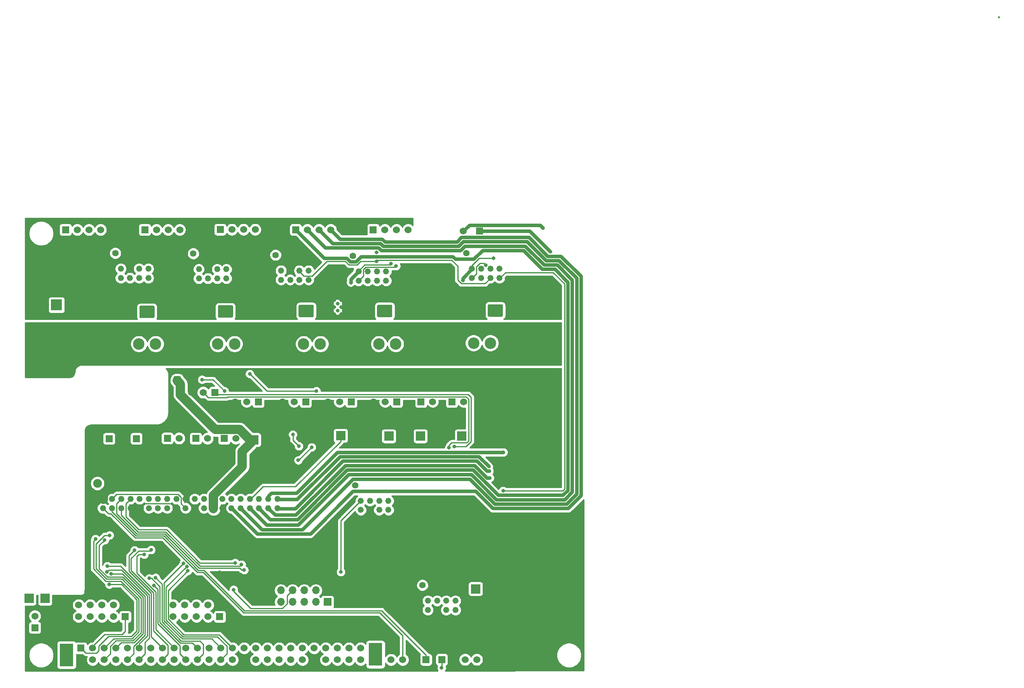
<source format=gbr>
%TF.GenerationSoftware,KiCad,Pcbnew,(5.1.6)-1*%
%TF.CreationDate,2021-03-29T16:14:19-07:00*%
%TF.ProjectId,expansion,65787061-6e73-4696-9f6e-2e6b69636164,1.03*%
%TF.SameCoordinates,Original*%
%TF.FileFunction,Copper,L1,Top*%
%TF.FilePolarity,Positive*%
%FSLAX46Y46*%
G04 Gerber Fmt 4.6, Leading zero omitted, Abs format (unit mm)*
G04 Created by KiCad (PCBNEW (5.1.6)-1) date 2021-03-29 16:14:19*
%MOMM*%
%LPD*%
G01*
G04 APERTURE LIST*
%TA.AperFunction,ComponentPad*%
%ADD10C,1.524000*%
%TD*%
%TA.AperFunction,ComponentPad*%
%ADD11R,1.524000X1.524000*%
%TD*%
%TA.AperFunction,ComponentPad*%
%ADD12C,2.400000*%
%TD*%
%TA.AperFunction,ComponentPad*%
%ADD13R,2.400000X2.400000*%
%TD*%
%TA.AperFunction,ComponentPad*%
%ADD14O,3.300000X2.700000*%
%TD*%
%TA.AperFunction,ComponentPad*%
%ADD15O,1.700000X1.700000*%
%TD*%
%TA.AperFunction,ComponentPad*%
%ADD16R,1.700000X1.700000*%
%TD*%
%TA.AperFunction,ComponentPad*%
%ADD17R,2.000000X2.000000*%
%TD*%
%TA.AperFunction,ComponentPad*%
%ADD18C,2.500000*%
%TD*%
%TA.AperFunction,ComponentPad*%
%ADD19C,1.320800*%
%TD*%
%TA.AperFunction,ComponentPad*%
%ADD20C,1.397000*%
%TD*%
%TA.AperFunction,SMDPad,CuDef*%
%ADD21R,3.000000X5.000000*%
%TD*%
%TA.AperFunction,ComponentPad*%
%ADD22C,1.905000*%
%TD*%
%TA.AperFunction,ViaPad*%
%ADD23C,0.800000*%
%TD*%
%TA.AperFunction,Conductor*%
%ADD24C,0.381000*%
%TD*%
%TA.AperFunction,Conductor*%
%ADD25C,0.250000*%
%TD*%
%TA.AperFunction,Conductor*%
%ADD26C,0.750000*%
%TD*%
%TA.AperFunction,Conductor*%
%ADD27C,2.000000*%
%TD*%
%TA.AperFunction,Conductor*%
%ADD28C,0.254000*%
%TD*%
G04 APERTURE END LIST*
D10*
%TO.P,J9,3*%
%TO.N,GND*%
X75090000Y-68389000D03*
%TO.P,J9,2*%
%TO.N,+3V3*%
X77630000Y-68389000D03*
D11*
%TO.P,J9,1*%
%TO.N,Y_STOP*%
X80170000Y-68389000D03*
%TD*%
D12*
%TO.P,J29,2*%
%TO.N,GND*%
X36200000Y-39680000D03*
D13*
%TO.P,J29,1*%
%TO.N,+24V*%
X36200000Y-47300000D03*
%TD*%
D10*
%TO.P,J1,50*%
%TO.N,CS5*%
X102484800Y-124655000D03*
%TO.P,J1,49*%
%TO.N,SPI0_MISO*%
X102484800Y-122115000D03*
%TO.P,J1,48*%
%TO.N,SPI0_MOSI*%
X99944800Y-124655000D03*
%TO.P,J1,47*%
%TO.N,SPI0_SCK*%
X99944800Y-122115000D03*
%TO.P,J1,46*%
%TO.N,TWCK0*%
X97404800Y-124655000D03*
%TO.P,J1,45*%
%TO.N,TWD0*%
X97404800Y-122115000D03*
%TO.P,J1,44*%
%TO.N,RESET*%
X94864800Y-124655000D03*
%TO.P,J1,43*%
%TO.N,+3V3*%
X94864800Y-122115000D03*
%TO.P,J1,42*%
%TO.N,GND*%
X92324800Y-124655000D03*
%TO.P,J1,41*%
%TO.N,ADVREF*%
X92324800Y-122115000D03*
%TO.P,J1,30*%
%TO.N,GND*%
X77084800Y-124655000D03*
%TO.P,J1,40*%
%TO.N,VSSA*%
X89784800Y-124655000D03*
%TO.P,J1,39*%
%TO.N,THERMISTOR7*%
X89784800Y-122115000D03*
%TO.P,J1,9*%
%TO.N,E3_STOP*%
X51684800Y-122115000D03*
%TO.P,J1,7*%
%TO.N,E2_EN*%
X49144800Y-122115000D03*
%TO.P,J1,5*%
%TO.N,E2_STEP*%
X46604800Y-122115000D03*
%TO.P,J1,3*%
%TO.N,+3V3*%
X44064800Y-122115000D03*
%TO.P,J1,37*%
%TO.N,THERMISTOR5*%
X87244800Y-122115000D03*
%TO.P,J1,35*%
%TO.N,THERMISTOR3*%
X84704800Y-122115000D03*
%TO.P,J1,38*%
%TO.N,THERMISTOR6*%
X87244800Y-124655000D03*
%TO.P,J1,36*%
%TO.N,THERMISTOR4*%
X84704800Y-124655000D03*
%TO.P,J1,34*%
%TO.N,SPI1_MISO*%
X82164800Y-124655000D03*
%TO.P,J1,32*%
%TO.N,SPI1_SCK_BUFF_EXP*%
X79624800Y-124655000D03*
%TO.P,J1,28*%
%TO.N,ENN*%
X74544800Y-124655000D03*
%TO.P,J1,33*%
%TO.N,SPI1_MOSI_BUFF*%
X82164800Y-122115000D03*
%TO.P,J1,26*%
%TO.N,E6_DIR*%
X72004800Y-124655000D03*
%TO.P,J1,24*%
%TO.N,E6_STOP*%
X69464800Y-124655000D03*
%TO.P,J1,31*%
%TO.N,HEATER7*%
X79624800Y-122115000D03*
%TO.P,J1,22*%
%TO.N,E5_EN*%
X66924800Y-124655000D03*
%TO.P,J1,29*%
%TO.N,PB6/TMS*%
X77084800Y-122115000D03*
%TO.P,J1,20*%
%TO.N,E5_STEP*%
X64384800Y-124655000D03*
%TO.P,J1,27*%
%TO.N,E6_EN*%
X74544800Y-122115000D03*
%TO.P,J1,18*%
%TO.N,HEATER5*%
X61844800Y-124655000D03*
%TO.P,J1,25*%
%TO.N,E6_STEP*%
X72004800Y-122115000D03*
%TO.P,J1,16*%
%TO.N,E4_DIR*%
X59304800Y-124655000D03*
%TO.P,J1,23*%
%TO.N,HEATER6*%
X69464800Y-122115000D03*
%TO.P,J1,14*%
%TO.N,E4_STOP*%
X56764800Y-124655000D03*
%TO.P,J1,21*%
%TO.N,E5_DIR*%
X66924800Y-122115000D03*
%TO.P,J1,12*%
%TO.N,E3_EN*%
X54224800Y-124655000D03*
%TO.P,J1,19*%
%TO.N,E5_STOP*%
X64384800Y-122115000D03*
%TO.P,J1,10*%
%TO.N,E3_STEP*%
X51684800Y-124655000D03*
%TO.P,J1,17*%
%TO.N,E4_EN*%
X61844800Y-122115000D03*
%TO.P,J1,8*%
%TO.N,HEATER3*%
X49144800Y-124655000D03*
%TO.P,J1,15*%
%TO.N,E4_STEP*%
X59304800Y-122115000D03*
%TO.P,J1,6*%
%TO.N,E2_DIR*%
X46604800Y-124655000D03*
%TO.P,J1,13*%
%TO.N,HEATER4*%
X56764800Y-122115000D03*
%TO.P,J1,4*%
%TO.N,E2_STOP*%
X44064800Y-124655000D03*
%TO.P,J1,11*%
%TO.N,E3_DIR*%
X54224800Y-122115000D03*
%TO.P,J1,2*%
%TO.N,GND*%
X41524800Y-124655000D03*
D11*
%TO.P,J1,1*%
%TO.N,+5V*%
X41524800Y-122115000D03*
%TD*%
D10*
%TO.P,J17,2*%
%TO.N,E0-*%
X124850000Y-31200000D03*
D11*
%TO.P,J17,1*%
%TO.N,E0+*%
X128350000Y-31200000D03*
%TD*%
D14*
%TO.P,J31,2*%
%TO.N,GND*%
X67500000Y-48700000D03*
%TO.P,J31,1*%
%TO.N,Net-(F3-Pad2)*%
%TA.AperFunction,ComponentPad*%
G36*
G01*
X74399999Y-50050000D02*
X71600001Y-50050000D01*
G75*
G02*
X71350000Y-49799999I0J250001D01*
G01*
X71350000Y-47600001D01*
G75*
G02*
X71600001Y-47350000I250001J0D01*
G01*
X74399999Y-47350000D01*
G75*
G02*
X74650000Y-47600001I0J-250001D01*
G01*
X74650000Y-49799999D01*
G75*
G02*
X74399999Y-50050000I-250001J0D01*
G01*
G37*
%TD.AperFunction*%
%TD*%
D11*
%TO.P,J28,1*%
%TO.N,VSSA*%
X31490000Y-117675000D03*
D10*
%TO.P,J28,2*%
%TO.N,THERMISTOR0*%
X31490000Y-115135000D03*
%TD*%
%TO.P,J27,2*%
%TO.N,GND*%
X50195100Y-76453200D03*
D11*
%TO.P,J27,1*%
%TO.N,V_FAN*%
X47655100Y-76453200D03*
%TD*%
%TO.P,J26,1*%
%TO.N,V_FAN*%
X53598700Y-76453200D03*
D10*
%TO.P,J26,2*%
%TO.N,GND*%
X56138700Y-76453200D03*
%TD*%
%TO.P,J25,2*%
%TO.N,V_FAN0-*%
X62907800Y-76377000D03*
D11*
%TO.P,J25,1*%
%TO.N,V_FAN*%
X60367800Y-76377000D03*
%TD*%
D10*
%TO.P,J24,2*%
%TO.N,THERMISTOR1*%
X118150000Y-68389000D03*
D11*
%TO.P,J24,1*%
%TO.N,VSSA*%
X115610000Y-68389000D03*
%TD*%
%TO.P,J23,1*%
%TO.N,V_FAN*%
X66540000Y-76415100D03*
D10*
%TO.P,J23,2*%
%TO.N,V_FAN1-*%
X69080000Y-76415100D03*
%TD*%
D11*
%TO.P,J21,1*%
%TO.N,VSSA*%
X122327560Y-68389000D03*
D10*
%TO.P,J21,2*%
%TO.N,THERMISTOR2*%
X124867560Y-68389000D03*
%TD*%
%TO.P,J20,2*%
%TO.N,V_FAN2-*%
X75252200Y-76415100D03*
D11*
%TO.P,J20,1*%
%TO.N,V_FAN*%
X72712200Y-76415100D03*
%TD*%
D10*
%TO.P,J3,4*%
%TO.N,E1_A2*%
X112814060Y-30896060D03*
%TO.P,J3,3*%
%TO.N,E1_A1*%
X110274060Y-30896060D03*
%TO.P,J3,2*%
%TO.N,E1_B1*%
X107734060Y-30896060D03*
D11*
%TO.P,J3,1*%
%TO.N,E1_B2*%
X105194060Y-30896060D03*
%TD*%
D15*
%TO.P,J15,10*%
%TO.N,Net-(J15-Pad10)*%
X85060000Y-109525000D03*
%TO.P,J15,9*%
%TO.N,CS4*%
X85060000Y-112065000D03*
%TO.P,J15,8*%
%TO.N,+3V3*%
X87600000Y-109525000D03*
%TO.P,J15,7*%
%TO.N,CS3*%
X87600000Y-112065000D03*
%TO.P,J15,6*%
%TO.N,SPI0_MISO*%
X90140000Y-109525000D03*
%TO.P,J15,5*%
%TO.N,SPI0_MOSI*%
X90140000Y-112065000D03*
%TO.P,J15,4*%
%TO.N,SPI0_SCK*%
X92680000Y-109525000D03*
%TO.P,J15,3*%
%TO.N,SPI0_CS1*%
X92680000Y-112065000D03*
%TO.P,J15,2*%
%TO.N,GND*%
X95220000Y-109525000D03*
D16*
%TO.P,J15,1*%
%TO.N,SPI0_CS2*%
X95220000Y-112065000D03*
%TD*%
D10*
%TO.P,J14,4*%
%TO.N,UTXD0*%
X127770000Y-124635000D03*
%TO.P,J14,3*%
%TO.N,URXD0*%
X125230000Y-124635000D03*
%TO.P,J14,2*%
%TO.N,GND*%
X122690000Y-124635000D03*
D11*
%TO.P,J14,1*%
%TO.N,+5V*%
X120150000Y-124635000D03*
%TD*%
D10*
%TO.P,J18,10*%
%TO.N,STP_11*%
X40996000Y-112728000D03*
%TO.P,J18,9*%
%TO.N,STP_!0*%
X40996000Y-115268000D03*
%TO.P,J18,8*%
%TO.N,DIR_11*%
X43536000Y-112728000D03*
%TO.P,J18,7*%
%TO.N,DIR_10*%
X43536000Y-115268000D03*
%TO.P,J18,6*%
%TO.N,EN_11*%
X46076000Y-112728000D03*
%TO.P,J18,5*%
%TO.N,EN_10*%
X46076000Y-115268000D03*
%TO.P,J18,4*%
%TO.N,STOP_11*%
X48616000Y-112728000D03*
%TO.P,J18,3*%
%TO.N,STOP_10*%
X48616000Y-115268000D03*
%TO.P,J18,2*%
%TO.N,GND*%
X51156000Y-112728000D03*
D11*
%TO.P,J18,1*%
%TO.N,+3V3*%
X51156000Y-115268000D03*
%TD*%
D10*
%TO.P,J19,10*%
%TO.N,UTXD0*%
X61604600Y-112728000D03*
%TO.P,J19,9*%
%TO.N,URXD0*%
X61604600Y-115268000D03*
%TO.P,J19,8*%
%TO.N,+3V3*%
X64144600Y-112728000D03*
%TO.P,J19,7*%
%TO.N,ENC_SW*%
X64144600Y-115268000D03*
%TO.P,J19,6*%
%TO.N,SPI0_MISO*%
X66684600Y-112728000D03*
%TO.P,J19,5*%
%TO.N,SPI0_MOSI*%
X66684600Y-115268000D03*
%TO.P,J19,4*%
%TO.N,SPI0_SCK*%
X69224600Y-112728000D03*
%TO.P,J19,3*%
%TO.N,SPI0_CS*%
X69224600Y-115268000D03*
%TO.P,J19,2*%
%TO.N,GND*%
X71764600Y-112728000D03*
D11*
%TO.P,J19,1*%
%TO.N,+5V*%
X71764600Y-115268000D03*
%TD*%
D10*
%TO.P,J12,3*%
%TO.N,GND*%
X65620000Y-66389000D03*
%TO.P,J12,2*%
%TO.N,+3V3*%
X68160000Y-66389000D03*
D11*
%TO.P,J12,1*%
%TO.N,TOUCH_PROBE_IN*%
X70700000Y-66389000D03*
%TD*%
%TO.P,J2,1*%
%TO.N,E1_STOP*%
X110330000Y-68389000D03*
D10*
%TO.P,J2,2*%
%TO.N,+3V3*%
X107790000Y-68389000D03*
%TO.P,J2,3*%
%TO.N,GND*%
X105250000Y-68389000D03*
%TD*%
%TO.P,J4,3*%
%TO.N,GND*%
X95340000Y-68389000D03*
%TO.P,J4,2*%
%TO.N,+3V3*%
X97880000Y-68389000D03*
D11*
%TO.P,J4,1*%
%TO.N,E0_STOP*%
X100420000Y-68389000D03*
%TD*%
%TO.P,J6,1*%
%TO.N,X_STOP*%
X90480000Y-68389000D03*
D10*
%TO.P,J6,2*%
%TO.N,+3V3*%
X87940000Y-68389000D03*
%TO.P,J6,3*%
%TO.N,GND*%
X85400000Y-68389000D03*
%TD*%
D11*
%TO.P,J5,1*%
%TO.N,E0_B2*%
X88311180Y-30906060D03*
D10*
%TO.P,J5,2*%
%TO.N,E0_B1*%
X90851180Y-30906060D03*
%TO.P,J5,3*%
%TO.N,E0_A1*%
X93391180Y-30906060D03*
%TO.P,J5,4*%
%TO.N,E0_A2*%
X95931180Y-30906060D03*
%TD*%
%TO.P,J7,4*%
%TO.N,X_A2*%
X79479420Y-30837800D03*
%TO.P,J7,3*%
%TO.N,X_A1*%
X76939420Y-30837800D03*
%TO.P,J7,2*%
%TO.N,X_B1*%
X74399420Y-30837800D03*
D11*
%TO.P,J7,1*%
%TO.N,X_B2*%
X71859420Y-30837800D03*
%TD*%
%TO.P,J8,1*%
%TO.N,Y_B2*%
X55434120Y-30896060D03*
D10*
%TO.P,J8,2*%
%TO.N,Y_B1*%
X57974120Y-30896060D03*
%TO.P,J8,3*%
%TO.N,Y_A1*%
X60514120Y-30896060D03*
%TO.P,J8,4*%
%TO.N,Y_A2*%
X63054120Y-30896060D03*
%TD*%
%TO.P,J10,4*%
%TO.N,Z1_A2*%
X45792280Y-30896060D03*
%TO.P,J10,3*%
%TO.N,Z1_A1*%
X43252280Y-30896060D03*
%TO.P,J10,2*%
%TO.N,Z1_B1*%
X40712280Y-30896060D03*
D11*
%TO.P,J10,1*%
%TO.N,Z1_B2*%
X38172280Y-30896060D03*
%TD*%
D10*
%TO.P,J22,4*%
%TO.N,+3V3*%
X109070000Y-124645000D03*
%TO.P,J22,3*%
%TO.N,Z_PROBE_MOD*%
X111610000Y-124645000D03*
%TO.P,J22,2*%
%TO.N,GND*%
X114150000Y-124645000D03*
D11*
%TO.P,J22,1*%
%TO.N,Z_PROBE_IN*%
X116690000Y-124645000D03*
%TD*%
%TO.P,J30,1*%
%TO.N,Net-(F2-Pad2)*%
%TA.AperFunction,ComponentPad*%
G36*
G01*
X57299999Y-50150000D02*
X54500001Y-50150000D01*
G75*
G02*
X54250000Y-49899999I0J250001D01*
G01*
X54250000Y-47700001D01*
G75*
G02*
X54500001Y-47450000I250001J0D01*
G01*
X57299999Y-47450000D01*
G75*
G02*
X57550000Y-47700001I0J-250001D01*
G01*
X57550000Y-49899999D01*
G75*
G02*
X57299999Y-50150000I-250001J0D01*
G01*
G37*
%TD.AperFunction*%
D14*
%TO.P,J30,2*%
%TO.N,GND*%
X50400000Y-48800000D03*
%TD*%
%TO.P,J32,2*%
%TO.N,GND*%
X85100000Y-48600000D03*
%TO.P,J32,1*%
%TO.N,Net-(F4-Pad2)*%
%TA.AperFunction,ComponentPad*%
G36*
G01*
X91999999Y-49950000D02*
X89200001Y-49950000D01*
G75*
G02*
X88950000Y-49699999I0J250001D01*
G01*
X88950000Y-47500001D01*
G75*
G02*
X89200001Y-47250000I250001J0D01*
G01*
X91999999Y-47250000D01*
G75*
G02*
X92250000Y-47500001I0J-250001D01*
G01*
X92250000Y-49699999D01*
G75*
G02*
X91999999Y-49950000I-250001J0D01*
G01*
G37*
%TD.AperFunction*%
%TD*%
%TO.P,J33,2*%
%TO.N,GND*%
X102200000Y-48600000D03*
%TO.P,J33,1*%
%TO.N,Net-(F5-Pad2)*%
%TA.AperFunction,ComponentPad*%
G36*
G01*
X109099999Y-49950000D02*
X106300001Y-49950000D01*
G75*
G02*
X106050000Y-49699999I0J250001D01*
G01*
X106050000Y-47500001D01*
G75*
G02*
X106300001Y-47250000I250001J0D01*
G01*
X109099999Y-47250000D01*
G75*
G02*
X109350000Y-47500001I0J-250001D01*
G01*
X109350000Y-49699999D01*
G75*
G02*
X109099999Y-49950000I-250001J0D01*
G01*
G37*
%TD.AperFunction*%
%TD*%
%TO.P,J34,2*%
%TO.N,GND*%
X126300000Y-48500000D03*
%TO.P,J34,1*%
%TO.N,Net-(F6-Pad2)*%
%TA.AperFunction,ComponentPad*%
G36*
G01*
X133199999Y-49850000D02*
X130400001Y-49850000D01*
G75*
G02*
X130150000Y-49599999I0J250001D01*
G01*
X130150000Y-47400001D01*
G75*
G02*
X130400001Y-47150000I250001J0D01*
G01*
X133199999Y-47150000D01*
G75*
G02*
X133450000Y-47400001I0J-250001D01*
G01*
X133450000Y-49599999D01*
G75*
G02*
X133199999Y-49850000I-250001J0D01*
G01*
G37*
%TD.AperFunction*%
%TD*%
D17*
%TO.P,TP1,1*%
%TO.N,+24V*%
X79200000Y-76700000D03*
%TD*%
%TO.P,TP2,1*%
%TO.N,GND*%
X79200000Y-73400000D03*
%TD*%
%TO.P,TP3,1*%
%TO.N,VSSA*%
X33700000Y-111300000D03*
%TD*%
%TO.P,TP4,1*%
%TO.N,THERMISTOR0*%
X30200000Y-111300000D03*
%TD*%
%TO.P,TP5,1*%
%TO.N,+5V*%
X127500000Y-109200000D03*
%TD*%
%TO.P,TP6,1*%
%TO.N,VSSA*%
X115500000Y-75900000D03*
%TD*%
%TO.P,TP7,1*%
%TO.N,THERMISTOR1*%
X108600000Y-75900000D03*
%TD*%
%TO.P,TP8,1*%
%TO.N,VSSA*%
X98100000Y-75800000D03*
%TD*%
%TO.P,TP9,1*%
%TO.N,THERMISTOR2*%
X124500000Y-75900000D03*
%TD*%
%TO.P,TP10,1*%
%TO.N,GND*%
X130900000Y-109200000D03*
%TD*%
D13*
%TO.P,C3,1*%
%TO.N,Motor_24V*%
X141800000Y-55300000D03*
D12*
%TO.P,C3,2*%
%TO.N,GND*%
X141800000Y-62800000D03*
%TD*%
D18*
%TO.P,F2,1*%
%TO.N,Motor_24V*%
X46005000Y-55800000D03*
X49665000Y-55800000D03*
%TO.P,F2,2*%
%TO.N,Net-(F2-Pad2)*%
X54135000Y-55800000D03*
X57795000Y-55800000D03*
%TD*%
%TO.P,F3,2*%
%TO.N,Net-(F3-Pad2)*%
X74995000Y-55800000D03*
X71335000Y-55800000D03*
%TO.P,F3,1*%
%TO.N,Motor_24V*%
X66865000Y-55800000D03*
X63205000Y-55800000D03*
%TD*%
%TO.P,F4,1*%
%TO.N,Motor_24V*%
X81905000Y-55800000D03*
X85565000Y-55800000D03*
%TO.P,F4,2*%
%TO.N,Net-(F4-Pad2)*%
X90035000Y-55800000D03*
X93695000Y-55800000D03*
%TD*%
%TO.P,F5,2*%
%TO.N,Net-(F5-Pad2)*%
X110095000Y-55800000D03*
X106435000Y-55800000D03*
%TO.P,F5,1*%
%TO.N,Motor_24V*%
X101965000Y-55800000D03*
X98305000Y-55800000D03*
%TD*%
%TO.P,F6,1*%
%TO.N,Motor_24V*%
X118940000Y-55600000D03*
X122600000Y-55600000D03*
%TO.P,F6,2*%
%TO.N,Net-(F6-Pad2)*%
X127070000Y-55600000D03*
X130730000Y-55600000D03*
%TD*%
D19*
%TO.P,J36,1*%
%TO.N,HLFB_Z2*%
X132700000Y-39399999D03*
%TO.P,J36,2*%
%TO.N,+5V*%
X132700000Y-41400001D03*
%TO.P,J36,3*%
X130700001Y-39399999D03*
%TO.P,J36,4*%
X130700001Y-41400001D03*
%TO.P,J36,5*%
%TO.N,Net-(J36-Pad5)*%
X128700000Y-39399999D03*
%TO.P,J36,6*%
%TO.N,Net-(J36-Pad6)*%
X128700000Y-41400001D03*
%TO.P,J36,7*%
%TO.N,Net-(J36-Pad7)*%
X126700002Y-39399999D03*
%TO.P,J36,8*%
%TO.N,Net-(J36-Pad8)*%
X126700002Y-41400001D03*
D20*
%TO.P,J36,9*%
%TO.N,N/C*%
X125500002Y-36000001D03*
%TD*%
%TO.P,J37,9*%
%TO.N,N/C*%
X100800002Y-36600001D03*
D19*
%TO.P,J37,8*%
%TO.N,Net-(J37-Pad8)*%
X102000002Y-42000001D03*
%TO.P,J37,7*%
%TO.N,Net-(J37-Pad7)*%
X102000002Y-39999999D03*
%TO.P,J37,6*%
%TO.N,Net-(J37-Pad6)*%
X104000000Y-42000001D03*
%TO.P,J37,5*%
%TO.N,Net-(J37-Pad5)*%
X104000000Y-39999999D03*
%TO.P,J37,4*%
%TO.N,+5V*%
X106000001Y-42000001D03*
%TO.P,J37,3*%
X106000001Y-39999999D03*
%TO.P,J37,2*%
X108000000Y-42000001D03*
%TO.P,J37,1*%
%TO.N,HLFB_Z1*%
X108000000Y-39999999D03*
%TD*%
D20*
%TO.P,J39,9*%
%TO.N,N/C*%
X49000002Y-36000001D03*
D19*
%TO.P,J39,8*%
%TO.N,E2_E_OUT_Y*%
X50200002Y-41400001D03*
%TO.P,J39,7*%
%TO.N,E2_D_OUT_Y*%
X50200002Y-39399999D03*
%TO.P,J39,6*%
%TO.N,E2_S_OUT_Y*%
X52200000Y-41400001D03*
%TO.P,J39,5*%
%TO.N,GND*%
X52200000Y-39399999D03*
%TO.P,J39,4*%
%TO.N,+5V*%
X54200001Y-41400001D03*
%TO.P,J39,3*%
X54200001Y-39399999D03*
%TO.P,J39,2*%
X56200000Y-41400001D03*
%TO.P,J39,1*%
%TO.N,HLFB_X*%
X56200000Y-39399999D03*
%TD*%
%TO.P,J40,1*%
%TO.N,HLFB_Y1*%
X91100000Y-39799998D03*
%TO.P,J40,2*%
%TO.N,+5V*%
X91100000Y-41800000D03*
%TO.P,J40,3*%
X89100001Y-39799998D03*
%TO.P,J40,4*%
X89100001Y-41800000D03*
%TO.P,J40,5*%
%TO.N,GND*%
X87100000Y-39799998D03*
%TO.P,J40,6*%
%TO.N,E4_S_OUT_Y*%
X87100000Y-41800000D03*
%TO.P,J40,7*%
%TO.N,E4_D_OUT_Y*%
X85100002Y-39799998D03*
%TO.P,J40,8*%
%TO.N,E4_E_OUT_Y*%
X85100002Y-41800000D03*
D20*
%TO.P,J40,9*%
%TO.N,N/C*%
X83900002Y-36400000D03*
%TD*%
D19*
%TO.P,J41,1*%
%TO.N,HLFB_Y1*%
X73200000Y-39500000D03*
%TO.P,J41,2*%
%TO.N,+5V*%
X73200000Y-41500002D03*
%TO.P,J41,3*%
X71200001Y-39500000D03*
%TO.P,J41,4*%
X71200001Y-41500002D03*
%TO.P,J41,5*%
%TO.N,GND*%
X69200000Y-39500000D03*
%TO.P,J41,6*%
%TO.N,E3_S_OUT_Y*%
X69200000Y-41500002D03*
%TO.P,J41,7*%
%TO.N,E3_D_OUT_Y*%
X67200002Y-39500000D03*
%TO.P,J41,8*%
%TO.N,E3_E_OUT_Y*%
X67200002Y-41500002D03*
D20*
%TO.P,J41,9*%
%TO.N,N/C*%
X66000002Y-36100002D03*
%TD*%
D21*
%TO.P,HS1,1*%
%TO.N,Net-(HS1-Pad1)*%
X38400000Y-123600000D03*
%TD*%
%TO.P,HS2,1*%
%TO.N,Net-(HS2-Pad1)*%
X105700000Y-123500000D03*
%TD*%
D19*
%TO.P,J16,1*%
%TO.N,Net-(J16-Pad1)*%
X123100000Y-111799999D03*
%TO.P,J16,2*%
%TO.N,UTXD0*%
X123100000Y-113800001D03*
%TO.P,J16,3*%
%TO.N,Net-(J16-Pad3)*%
X121100001Y-111799999D03*
%TO.P,J16,4*%
%TO.N,URXD0*%
X121100001Y-113800001D03*
%TO.P,J16,5*%
%TO.N,Net-(J16-Pad5)*%
X119100000Y-111799999D03*
%TO.P,J16,6*%
%TO.N,GND*%
X119100000Y-113800001D03*
%TO.P,J16,7*%
%TO.N,Net-(J16-Pad7)*%
X117100002Y-111799999D03*
%TO.P,J16,8*%
%TO.N,+5V*%
X117100002Y-113800001D03*
D20*
%TO.P,J16,9*%
%TO.N,N/C*%
X115900002Y-108400001D03*
%TD*%
D19*
%TO.P,J42,1*%
%TO.N,E0-*%
X84300001Y-89599998D03*
%TO.P,J42,2*%
%TO.N,E0+*%
X84300001Y-91600000D03*
%TO.P,J42,3*%
%TO.N,E0-*%
X82300000Y-89599998D03*
%TO.P,J42,4*%
%TO.N,E0+*%
X82300000Y-91600000D03*
%TO.P,J42,5*%
%TO.N,THERMISTOR1*%
X80300002Y-89599998D03*
%TO.P,J42,6*%
%TO.N,E0_B2*%
X80300002Y-91600000D03*
%TO.P,J42,7*%
%TO.N,VSSA*%
X78300000Y-89599998D03*
%TO.P,J42,8*%
%TO.N,E0_B1*%
X78300000Y-91600000D03*
%TO.P,J42,9*%
%TO.N,E1_STOP*%
X76300002Y-89599998D03*
%TO.P,J42,10*%
%TO.N,E0_A1*%
X76300002Y-91600000D03*
%TO.P,J42,11*%
%TO.N,+3V3*%
X74300001Y-89599998D03*
%TO.P,J42,12*%
%TO.N,E0_A2*%
X74300001Y-91600000D03*
%TO.P,J42,13*%
%TO.N,E0_STOP*%
X72300000Y-89599998D03*
%TO.P,J42,14*%
%TO.N,GND*%
X72300000Y-91600000D03*
%TO.P,J42,15*%
%TO.N,+24V*%
X70300001Y-89599998D03*
%TO.P,J42,16*%
X70300001Y-91600000D03*
%TO.P,J42,17*%
%TO.N,+3V3*%
X68300000Y-89599998D03*
%TO.P,J42,18*%
%TO.N,Net-(J42-Pad18)*%
X68300000Y-91600000D03*
%TO.P,J42,19*%
%TO.N,Net-(J42-Pad19)*%
X66300002Y-89599998D03*
%TO.P,J42,20*%
%TO.N,GND*%
X66300002Y-91600000D03*
%TO.P,J42,21*%
X64300001Y-89599998D03*
%TO.P,J42,22*%
%TO.N,+3V3*%
X64300001Y-91600000D03*
%TO.P,J42,23*%
%TO.N,V_FAN*%
X62300002Y-89599998D03*
%TO.P,J42,24*%
%TO.N,GND*%
X62300002Y-91600000D03*
%TO.P,J42,25*%
%TO.N,V_FAN*%
X60300001Y-89599998D03*
%TO.P,J42,26*%
%TO.N,V_FAN2-*%
X60300001Y-91600000D03*
%TO.P,J42,27*%
%TO.N,V_FAN*%
X58300000Y-89599998D03*
%TO.P,J42,28*%
%TO.N,V_FAN1-*%
X58300000Y-91600000D03*
%TO.P,J42,29*%
%TO.N,V_FAN*%
X56300001Y-89599998D03*
%TO.P,J42,30*%
%TO.N,V_FAN0-*%
X56300001Y-91600000D03*
%TO.P,J42,31*%
%TO.N,V_FAN*%
X54300000Y-89599998D03*
%TO.P,J42,32*%
%TO.N,GND*%
X54300000Y-91600000D03*
%TO.P,J42,33*%
%TO.N,STP_OUT*%
X52300002Y-89599998D03*
%TO.P,J42,34*%
%TO.N,GND*%
X52300002Y-91600000D03*
%TO.P,J42,35*%
%TO.N,ESTOP_IN*%
X50300001Y-89599998D03*
%TO.P,J42,36*%
%TO.N,DIR_OUT*%
X50300001Y-91600000D03*
%TO.P,J42,37*%
%TO.N,+3V3*%
X48299999Y-89599998D03*
%TO.P,J42,38*%
%TO.N,Z_PROBE_IN*%
X48299999Y-91600000D03*
%TO.P,J42,39*%
%TO.N,GND*%
X46300001Y-89599998D03*
%TO.P,J42,40*%
%TO.N,Z_PROBE_MOD*%
X46300001Y-91600000D03*
D22*
%TO.P,J42,41*%
%TO.N,N/C*%
X45100001Y-86200000D03*
%TD*%
D19*
%TO.P,J43,1*%
%TO.N,THERMISTOR2*%
X108500000Y-89999998D03*
%TO.P,J43,2*%
%TO.N,TOUCH_PROBE_IN*%
X108500000Y-92000000D03*
%TO.P,J43,3*%
%TO.N,VSSA*%
X106500001Y-89999998D03*
%TO.P,J43,4*%
%TO.N,+3V3*%
X106500001Y-92000000D03*
%TO.P,J43,5*%
%TO.N,VSSA*%
X104500000Y-89999998D03*
%TO.P,J43,6*%
%TO.N,GND*%
X104500000Y-92000000D03*
%TO.P,J43,7*%
%TO.N,THERMISTOR0*%
X102500002Y-89999998D03*
%TO.P,J43,8*%
%TO.N,Net-(J43-Pad8)*%
X102500002Y-92000000D03*
D20*
%TO.P,J43,9*%
%TO.N,N/C*%
X101300002Y-86600000D03*
%TD*%
D23*
%TO.N,+5V*%
X120099996Y-126447017D03*
X105898386Y-35789588D03*
X105898386Y-37775000D03*
X133500000Y-87800000D03*
X47688901Y-108250033D03*
%TO.N,E0-*%
X133560000Y-79425021D03*
X142130735Y-30456482D03*
X130365054Y-82509135D03*
%TO.N,E2_DIR*%
X47750153Y-97524847D03*
%TO.N,E2_EN*%
X46700153Y-98574847D03*
%TO.N,E2_STEP*%
X44675000Y-98300000D03*
%TO.N,E3_DIR*%
X47194203Y-105476262D03*
%TO.N,E3_EN*%
X47274990Y-104238359D03*
%TO.N,E3_STEP*%
X48100000Y-105900000D03*
%TO.N,E4_DIR*%
X56800000Y-100700000D03*
%TO.N,E4_EN*%
X55300000Y-101700000D03*
%TO.N,E4_STEP*%
X53187881Y-100786799D03*
%TO.N,E5_DIR*%
X56400000Y-106899994D03*
%TO.N,E5_EN*%
X57789149Y-106737810D03*
%TO.N,E5_STEP*%
X57392858Y-108439841D03*
%TO.N,E6_DIR*%
X64583533Y-104318083D03*
%TO.N,E6_EN*%
X64817774Y-105290274D03*
%TO.N,E6_STEP*%
X63876417Y-103610968D03*
%TO.N,GND*%
X121250000Y-47300000D03*
X122750000Y-48800000D03*
X121250000Y-48800000D03*
X123500000Y-48050000D03*
X119000000Y-49550000D03*
X119000000Y-48050000D03*
X122000000Y-48050000D03*
X120500000Y-48050000D03*
X122000000Y-49550000D03*
X122750000Y-47300000D03*
X123500000Y-49550000D03*
X119750000Y-47300000D03*
X120500000Y-49550000D03*
X119000000Y-46550000D03*
X120500000Y-46550000D03*
X123500000Y-46550000D03*
X122000000Y-46550000D03*
X119750000Y-48800000D03*
X96700000Y-46250000D03*
X99700000Y-47750000D03*
X98950000Y-48500000D03*
X98200000Y-46250000D03*
X99700000Y-49250000D03*
X98200000Y-47750000D03*
X96700000Y-47750000D03*
X96700000Y-49250000D03*
X99700000Y-46250000D03*
X98950000Y-47000000D03*
X98200000Y-49250000D03*
X82050000Y-47300000D03*
X81300000Y-49550000D03*
X82800000Y-49550000D03*
X79800000Y-46550000D03*
X82800000Y-48050000D03*
X80550000Y-48800000D03*
X82050000Y-48800000D03*
X81300000Y-46550000D03*
X81300000Y-48050000D03*
X79800000Y-48050000D03*
X79800000Y-49550000D03*
X82800000Y-46550000D03*
X80550000Y-47300000D03*
X64450000Y-47100000D03*
X63700000Y-49350000D03*
X65200000Y-49350000D03*
X62200000Y-46350000D03*
X65200000Y-47850000D03*
X62950000Y-48600000D03*
X64450000Y-48600000D03*
X63700000Y-46350000D03*
X63700000Y-47850000D03*
X62200000Y-47850000D03*
X62200000Y-49350000D03*
X65200000Y-46350000D03*
X62950000Y-47100000D03*
X50450000Y-44500000D03*
X49700000Y-46750000D03*
X51200000Y-46750000D03*
X51200000Y-45250000D03*
X49700000Y-45250000D03*
X48200000Y-45250000D03*
X48950000Y-44500000D03*
X139450000Y-43000000D03*
X137380000Y-96770000D03*
X144880000Y-96770000D03*
X135880000Y-96770000D03*
X143380000Y-96770000D03*
X134380000Y-96770000D03*
X140380000Y-96770000D03*
X134380000Y-98320000D03*
X137380000Y-98320000D03*
X136630000Y-97570000D03*
X135130000Y-99070000D03*
X135130000Y-97570000D03*
X144130000Y-99070000D03*
X138880000Y-98320000D03*
X139630000Y-97570000D03*
X145630000Y-99070000D03*
X144880000Y-99870000D03*
X143380000Y-99870000D03*
X141880000Y-98320000D03*
X141880000Y-99870000D03*
X137380000Y-99870000D03*
X142630000Y-97570000D03*
X134380000Y-99870000D03*
X143380000Y-98320000D03*
X138880000Y-99870000D03*
X140380000Y-98320000D03*
X135880000Y-98320000D03*
X141130000Y-99070000D03*
X140380000Y-99870000D03*
X144880000Y-98320000D03*
X138130000Y-99070000D03*
X142630000Y-99070000D03*
X136630000Y-99070000D03*
X145630000Y-97570000D03*
X139630000Y-99070000D03*
X37250000Y-111800000D03*
X36500000Y-112550000D03*
X36500000Y-111050000D03*
X38000000Y-111050000D03*
X38750000Y-111800000D03*
X38000000Y-112550000D03*
X37250000Y-113350000D03*
X38750000Y-113350000D03*
X37250000Y-114900000D03*
X36500000Y-115650000D03*
X36500000Y-114150000D03*
X38000000Y-114150000D03*
X38750000Y-114900000D03*
X38000000Y-115650000D03*
X37250000Y-116450000D03*
X38750000Y-116450000D03*
X37250000Y-118000000D03*
X36500000Y-117250000D03*
X38000000Y-117250000D03*
X38750000Y-118000000D03*
X93800000Y-105150000D03*
X93050000Y-104400000D03*
X92300000Y-105150000D03*
X94550000Y-104400000D03*
X93800000Y-103650000D03*
X93050000Y-105950000D03*
X94550000Y-105950000D03*
X92300000Y-103650000D03*
X83300000Y-103650000D03*
X85550000Y-104400000D03*
X87050000Y-104400000D03*
X86300000Y-105150000D03*
X87800000Y-105150000D03*
X86300000Y-103650000D03*
X89300000Y-103650000D03*
X87800000Y-103650000D03*
X90800000Y-105150000D03*
X90800000Y-103650000D03*
X84800000Y-103650000D03*
X90050000Y-104400000D03*
X83300000Y-105150000D03*
X89300000Y-105150000D03*
X91550000Y-104400000D03*
X84800000Y-105150000D03*
X91550000Y-105950000D03*
X87050000Y-105950000D03*
X88550000Y-105950000D03*
X85550000Y-105950000D03*
X90050000Y-105950000D03*
X84050000Y-105950000D03*
X143550000Y-85640000D03*
X143550000Y-84140000D03*
X145800000Y-84890000D03*
X145800000Y-86440000D03*
X139800000Y-84890000D03*
X136050000Y-84140000D03*
X136800000Y-84890000D03*
X136050000Y-85640000D03*
X141300000Y-84890000D03*
X135300000Y-84890000D03*
X140550000Y-85640000D03*
X140550000Y-84140000D03*
X142800000Y-84890000D03*
X142050000Y-85640000D03*
X142050000Y-84140000D03*
X139800000Y-86440000D03*
X135300000Y-86440000D03*
X136800000Y-86440000D03*
X141300000Y-86440000D03*
X142800000Y-86440000D03*
X143950000Y-44500000D03*
X143950000Y-41500000D03*
X143950000Y-43000000D03*
X143200000Y-43750000D03*
X143200000Y-45250000D03*
X143200000Y-42250000D03*
X143200000Y-46750000D03*
X143950000Y-47500000D03*
X143950000Y-46000000D03*
X143200000Y-48250000D03*
X139450000Y-46000000D03*
X142450000Y-46000000D03*
X140950000Y-47500000D03*
X139450000Y-47500000D03*
X137200000Y-46750000D03*
X137200000Y-48250000D03*
X137950000Y-46000000D03*
X142450000Y-47500000D03*
X140200000Y-48250000D03*
X138700000Y-48250000D03*
X141700000Y-48250000D03*
X140950000Y-46000000D03*
X138700000Y-46750000D03*
X141700000Y-46750000D03*
X137950000Y-47500000D03*
X140200000Y-46750000D03*
X137200000Y-42250000D03*
X138700000Y-42250000D03*
X141700000Y-42250000D03*
X142450000Y-43000000D03*
X137950000Y-43000000D03*
X140950000Y-43000000D03*
X137200000Y-43750000D03*
X140200000Y-43750000D03*
X138700000Y-43750000D03*
X141700000Y-43750000D03*
X139450000Y-44500000D03*
X142450000Y-44500000D03*
X137950000Y-44500000D03*
X140950000Y-44500000D03*
X137200000Y-45250000D03*
X140200000Y-45250000D03*
X138700000Y-45250000D03*
X141700000Y-45250000D03*
X137950000Y-41500000D03*
X139450000Y-41500000D03*
X140950000Y-41500000D03*
X142450000Y-41500000D03*
X139050000Y-85640000D03*
X134550000Y-84140000D03*
X134550000Y-85640000D03*
X138300000Y-86440000D03*
X137550000Y-84140000D03*
X139050000Y-84140000D03*
X145050000Y-85640000D03*
X137550000Y-85640000D03*
X138300000Y-84890000D03*
X145050000Y-84140000D03*
X144300000Y-84890000D03*
X144300000Y-86440000D03*
X135880000Y-99870000D03*
X141130000Y-97570000D03*
X144130000Y-97570000D03*
X138130000Y-97570000D03*
X141880000Y-96770000D03*
X138880000Y-96770000D03*
X115000000Y-47800000D03*
X50300000Y-102600000D03*
X43200000Y-106300000D03*
X61100000Y-104800000D03*
X71700000Y-105600000D03*
X140200000Y-42250000D03*
X84050000Y-104400000D03*
X88550000Y-104400000D03*
X48200000Y-46750000D03*
X48950000Y-46000000D03*
X50450000Y-46000000D03*
X51200000Y-43750000D03*
X49700000Y-43750000D03*
X48200000Y-43750000D03*
X58500000Y-99500000D03*
X49700000Y-96000000D03*
%TO.N,*%
X97450000Y-47000000D03*
X97450000Y-48500000D03*
%TO.N,GND*%
X87787660Y-72137340D03*
X82460000Y-77390000D03*
X85230000Y-80650000D03*
%TO.N,THERMISTOR0*%
X98140000Y-105520000D03*
%TO.N,+3V3*%
X74774990Y-109374685D03*
X121700000Y-78450021D03*
%TO.N,+24V*%
X62100000Y-63200000D03*
X62900000Y-64000000D03*
X62900000Y-63200000D03*
X62100000Y-64000000D03*
%TO.N,STP_OUT*%
X75100000Y-103525001D03*
%TO.N,DIR_OUT*%
X76500000Y-103900000D03*
%TO.N,E0+*%
X143800000Y-35674948D03*
X130500000Y-83499994D03*
X130600000Y-85000000D03*
%TO.N,TOUCH_PROBE_IN*%
X122877659Y-78157659D03*
%TO.N,Net-(J36-Pad7)*%
X124700000Y-41900000D03*
X131400000Y-37099999D03*
%TO.N,Net-(J37-Pad7)*%
X100300000Y-42400000D03*
X109100000Y-38289588D03*
%TO.N,ESTOP_IN*%
X77100000Y-105100000D03*
%TO.N,Net-(C2-Pad1)*%
X87687500Y-75537500D03*
X88985602Y-78078704D03*
%TO.N,Motor_24V*%
X31300000Y-58600000D03*
X34500000Y-58600000D03*
X32900000Y-58600000D03*
X35300000Y-59400000D03*
X33700000Y-59400000D03*
X30500000Y-59400000D03*
X34500000Y-60200000D03*
X32100000Y-61000000D03*
X33700000Y-61000000D03*
X30500000Y-61000000D03*
X31300000Y-60200000D03*
X32900000Y-60200000D03*
X35300000Y-61000000D03*
X29700000Y-60200000D03*
X34500000Y-61800000D03*
X30500000Y-62600000D03*
X31300000Y-61800000D03*
X32900000Y-61800000D03*
X32100000Y-62600000D03*
X33700000Y-62600000D03*
X35300000Y-62600000D03*
X29700000Y-61800000D03*
X36900000Y-61000000D03*
X36900000Y-59400000D03*
X37700000Y-58600000D03*
X36100000Y-58600000D03*
X37700000Y-60200000D03*
X36100000Y-60200000D03*
X36900000Y-62600000D03*
X37700000Y-61800000D03*
X36100000Y-61800000D03*
X35025000Y-57825000D03*
X36625000Y-57825000D03*
X38125000Y-57825000D03*
X35075000Y-51625000D03*
X33575000Y-51625000D03*
X36575000Y-51625000D03*
X38125000Y-51625000D03*
X31275000Y-55525000D03*
X29775000Y-57025000D03*
X29775000Y-55525000D03*
X30525000Y-57825000D03*
X30525000Y-54725000D03*
X32025000Y-56275000D03*
X32025000Y-57825000D03*
X31275000Y-57025000D03*
X30525000Y-56275000D03*
X32025000Y-54725000D03*
X32000000Y-51575000D03*
X32000000Y-53075000D03*
X31250000Y-53875000D03*
X30500000Y-51575000D03*
X29750000Y-52325000D03*
X30500000Y-53075000D03*
X31250000Y-52325000D03*
X29750000Y-53875000D03*
X33525000Y-57825000D03*
X29700000Y-58600000D03*
X32100000Y-59400000D03*
X38500000Y-59400000D03*
X38600000Y-61100000D03*
X38600000Y-62700000D03*
X39300000Y-58600000D03*
X39400000Y-60200000D03*
X39400000Y-62000000D03*
%TO.N,Net-(J36-Pad8)*%
X129700008Y-38632777D03*
%TO.N,Net-(J37-Pad8)*%
X110199997Y-38800003D03*
%TO.N,HLFB_X*%
X72800000Y-66075000D03*
X67900000Y-63575021D03*
%TO.N,HLFB_Y1*%
X92800000Y-66075000D03*
X78300000Y-62324980D03*
X91780000Y-78320000D03*
X88860000Y-81150028D03*
%TD*%
D24*
%TO.N,*%
X241471860Y15464620D02*
X241471860Y15467160D01*
D25*
%TO.N,+5V*%
X120150000Y-126397013D02*
X120099996Y-126447017D01*
X120150000Y-124635000D02*
X120150000Y-126397013D01*
X124351999Y-42625001D02*
X129574999Y-42625001D01*
X106173387Y-37499999D02*
X122299999Y-37499999D01*
X129574999Y-42625001D02*
X130700000Y-41500000D01*
X105898386Y-37775000D02*
X106173387Y-37499999D01*
X123600000Y-38800000D02*
X123600000Y-41873002D01*
X122299999Y-37499999D02*
X123600000Y-38800000D01*
X123600000Y-41873002D02*
X124351999Y-42625001D01*
X102499750Y-37775000D02*
X105898386Y-37775000D01*
X99100254Y-37775000D02*
X99898767Y-38573513D01*
X95125000Y-37775000D02*
X99100254Y-37775000D01*
X99898767Y-38573513D02*
X101701237Y-38573513D01*
X91914601Y-40985399D02*
X95125000Y-37775000D01*
X90085402Y-40985399D02*
X91914601Y-40985399D01*
X101701237Y-38573513D02*
X102499750Y-37775000D01*
X89100001Y-39999998D02*
X90085402Y-40985399D01*
X146500000Y-87800000D02*
X133500000Y-87800000D01*
X146899965Y-87400035D02*
X146500000Y-87800000D01*
X146899965Y-42699965D02*
X146899965Y-87400035D01*
X144400000Y-40200000D02*
X146899965Y-42699965D01*
X134000000Y-40200000D02*
X144400000Y-40200000D01*
X132700000Y-41500000D02*
X134000000Y-40200000D01*
X53700000Y-111600000D02*
X50350033Y-108250033D01*
X53700000Y-118400000D02*
X53700000Y-111600000D01*
X52500020Y-119599980D02*
X53700000Y-118400000D01*
X47511058Y-119599980D02*
X52500020Y-119599980D01*
X42611801Y-123202001D02*
X44880809Y-123202001D01*
X50350033Y-108250033D02*
X47688901Y-108250033D01*
X44880809Y-123202001D02*
X45400000Y-122682810D01*
X45400000Y-122682810D02*
X45400000Y-121711038D01*
X41524800Y-122115000D02*
X42611801Y-123202001D01*
X45400000Y-121711038D02*
X47511058Y-119599980D01*
D26*
%TO.N,E0-*%
X142114982Y-30474992D02*
X142130735Y-30459239D01*
X142130735Y-30459239D02*
X142130735Y-30456482D01*
X141537252Y-29862999D02*
X142130735Y-30456482D01*
X124850000Y-31200000D02*
X126187001Y-29862999D01*
X126187001Y-29862999D02*
X141537252Y-29862999D01*
X132994315Y-79425021D02*
X133560000Y-79425021D01*
X82400000Y-89700000D02*
X82400000Y-88900000D01*
X82400000Y-88900000D02*
X83000000Y-88300000D01*
X88500000Y-88300000D02*
X97374979Y-79425021D01*
X83000000Y-88300000D02*
X88500000Y-88300000D01*
X97374979Y-79425021D02*
X132994315Y-79425021D01*
X97950011Y-80349989D02*
X128205908Y-80349989D01*
X88600000Y-89700000D02*
X97950011Y-80349989D01*
X128205908Y-80349989D02*
X130365054Y-82509135D01*
X84400000Y-89700000D02*
X88600000Y-89700000D01*
D25*
%TO.N,E2_DIR*%
X49151036Y-120500002D02*
X47900000Y-121751038D01*
X44775001Y-99424999D02*
X44775001Y-104722378D01*
X44775001Y-104722378D02*
X47127635Y-107075012D01*
X47127635Y-107075012D02*
X50447834Y-107075012D01*
X47750153Y-97524847D02*
X46675153Y-97524847D01*
X54600022Y-111227200D02*
X54600022Y-118772800D01*
X46675153Y-97524847D02*
X44775001Y-99424999D01*
X50447834Y-107075012D02*
X54600022Y-111227200D01*
X47900000Y-123359800D02*
X46604800Y-124655000D01*
X52872820Y-120500002D02*
X49151036Y-120500002D01*
X54600022Y-118772800D02*
X52872820Y-120500002D01*
X47900000Y-121751038D02*
X47900000Y-123359800D01*
%TO.N,E2_EN*%
X50309787Y-120950013D02*
X53059220Y-120950013D01*
X55050033Y-111040800D02*
X50634234Y-106625001D01*
X45500011Y-99699989D02*
X46225154Y-98974846D01*
X46300154Y-98974846D02*
X46700153Y-98574847D01*
X53059220Y-120950013D02*
X55050033Y-118959200D01*
X45500011Y-104810977D02*
X45500011Y-99699989D01*
X55050033Y-118959200D02*
X55050033Y-111040800D01*
X47314035Y-106625001D02*
X45500011Y-104810977D01*
X50634234Y-106625001D02*
X47314035Y-106625001D01*
X46225154Y-98974846D02*
X46300154Y-98974846D01*
X49144800Y-122115000D02*
X50309787Y-120950013D01*
%TO.N,E2_STEP*%
X48669809Y-120049991D02*
X52686420Y-120049991D01*
X54150011Y-118586400D02*
X54150011Y-111413600D01*
X46604800Y-122115000D02*
X48669809Y-120049991D01*
X50261434Y-107525023D02*
X46941235Y-107525023D01*
X44275001Y-98699999D02*
X44675000Y-98300000D01*
X44275001Y-104858789D02*
X44275001Y-98699999D01*
X46941235Y-107525023D02*
X44275001Y-104858789D01*
X54150011Y-111413600D02*
X50261434Y-107525023D01*
X52686420Y-120049991D02*
X54150011Y-118586400D01*
%TO.N,E3_DIR*%
X54224800Y-121184433D02*
X55950055Y-119459178D01*
X50358318Y-105076263D02*
X47594202Y-105076263D01*
X47594202Y-105076263D02*
X47194203Y-105476262D01*
X55950055Y-119459178D02*
X55950055Y-110668000D01*
X55950055Y-110668000D02*
X50358318Y-105076263D01*
X54224800Y-122115000D02*
X54224800Y-121184433D01*
%TO.N,E3_EN*%
X50156825Y-104238359D02*
X47274990Y-104238359D01*
X55500000Y-123379800D02*
X55500000Y-120846589D01*
X54224800Y-124655000D02*
X55500000Y-123379800D01*
X56400066Y-110481600D02*
X50156825Y-104238359D01*
X55500000Y-120846589D02*
X56400066Y-119946523D01*
X56400066Y-119946523D02*
X56400066Y-110481600D01*
%TO.N,E3_STEP*%
X50545644Y-105900000D02*
X48100000Y-105900000D01*
X53000000Y-123339800D02*
X53000000Y-121772822D01*
X51684800Y-124655000D02*
X53000000Y-123339800D01*
X53000000Y-121772822D02*
X55500044Y-119272778D01*
X55500044Y-119272778D02*
X55500044Y-110854400D01*
X55500044Y-110854400D02*
X50545644Y-105900000D01*
%TO.N,E4_DIR*%
X56600000Y-100900000D02*
X56800000Y-100700000D01*
X52450011Y-102549989D02*
X54100000Y-100900000D01*
X60500000Y-123459800D02*
X60500000Y-121550719D01*
X52450011Y-105158724D02*
X52450011Y-102549989D01*
X60500000Y-121550719D02*
X57350011Y-118400730D01*
X59304800Y-124655000D02*
X60500000Y-123459800D01*
X54100000Y-100900000D02*
X56600000Y-100900000D01*
X57350011Y-118400730D02*
X57350011Y-110058724D01*
X57350011Y-110058724D02*
X52450011Y-105158724D01*
%TO.N,E4_EN*%
X54100000Y-101700000D02*
X55300000Y-101700000D01*
X57800022Y-118070222D02*
X57800022Y-109872324D01*
X61844800Y-122115000D02*
X57800022Y-118070222D01*
X53700000Y-105772302D02*
X53700000Y-102100000D01*
X57800022Y-109872324D02*
X53700000Y-105772302D01*
X53700000Y-102100000D02*
X54100000Y-101700000D01*
%TO.N,E4_STEP*%
X56850077Y-110195201D02*
X52000000Y-105345124D01*
X52000000Y-101974680D02*
X53187881Y-100786799D01*
X52000000Y-105345124D02*
X52000000Y-101974680D01*
X59304800Y-122115000D02*
X56850077Y-119660277D01*
X56850077Y-119660277D02*
X56850077Y-110195201D01*
%TO.N,E5_DIR*%
X56926013Y-106899994D02*
X56400000Y-106899994D01*
X63182238Y-121000044D02*
X58717555Y-116535361D01*
X65809844Y-121000044D02*
X63182238Y-121000044D01*
X58717555Y-116535361D02*
X58717555Y-108691536D01*
X66924800Y-122115000D02*
X65809844Y-121000044D01*
X58717555Y-108691536D02*
X56926013Y-106899994D01*
%TO.N,E5_EN*%
X59167566Y-108116227D02*
X57789149Y-106737810D01*
X59167566Y-116348961D02*
X59167566Y-108116227D01*
X68200000Y-123379800D02*
X68200000Y-121300000D01*
X68200000Y-121300000D02*
X67450033Y-120550033D01*
X63368638Y-120550033D02*
X59167566Y-116348961D01*
X66924800Y-124655000D02*
X68200000Y-123379800D01*
X67450033Y-120550033D02*
X63368638Y-120550033D01*
%TO.N,E5_STEP*%
X58267544Y-109314527D02*
X57392858Y-108439841D01*
X58267544Y-116767544D02*
X58267544Y-109314527D01*
X63100000Y-121600000D02*
X58267544Y-116767544D01*
X64384800Y-124655000D02*
X63100000Y-123370200D01*
X63100000Y-123370200D02*
X63100000Y-121600000D01*
%TO.N,E6_DIR*%
X60067588Y-108834028D02*
X64583533Y-104318083D01*
X60067588Y-115976161D02*
X60067588Y-108834028D01*
X72004800Y-124655000D02*
X73300000Y-123359800D01*
X73300000Y-123359800D02*
X73300000Y-121700000D01*
X73300000Y-121700000D02*
X71250011Y-119650011D01*
X71250011Y-119650011D02*
X63741438Y-119650011D01*
X63741438Y-119650011D02*
X60067588Y-115976161D01*
%TO.N,E6_EN*%
X60517599Y-109590449D02*
X64817774Y-105290274D01*
X60517599Y-115789761D02*
X60517599Y-109590449D01*
X71629800Y-119200000D02*
X63927838Y-119200000D01*
X74544800Y-122115000D02*
X71629800Y-119200000D01*
X63927838Y-119200000D02*
X60517599Y-115789761D01*
%TO.N,E6_STEP*%
X59617577Y-107869808D02*
X63876417Y-103610968D01*
X69989822Y-120100022D02*
X63555038Y-120100022D01*
X63555038Y-120100022D02*
X59617577Y-116162561D01*
X59617577Y-116162561D02*
X59617577Y-107869808D01*
X72004800Y-122115000D02*
X69989822Y-120100022D01*
%TO.N,GND*%
X55300000Y-90600000D02*
X54300000Y-91600000D01*
X62300000Y-91600000D02*
X61300000Y-90600000D01*
X61300000Y-90600000D02*
X55300000Y-90600000D01*
D27*
X46700000Y-88446603D02*
X46700000Y-88400000D01*
X46439598Y-88707005D02*
X46700000Y-88446603D01*
X46400000Y-89700000D02*
X46439598Y-89660402D01*
X46439598Y-89660402D02*
X46439598Y-88707005D01*
D25*
%TO.N,THERMISTOR0*%
X98140000Y-94360000D02*
X98140000Y-105520000D01*
X102500002Y-89999998D02*
X98140000Y-94360000D01*
%TO.N,VSSA*%
X78999999Y-89100001D02*
X78400000Y-89700000D01*
X81200000Y-86900000D02*
X78999999Y-89100001D01*
X88250000Y-86900000D02*
X81200000Y-86900000D01*
X98100000Y-75800000D02*
X98100000Y-77050000D01*
X98100000Y-77050000D02*
X88250000Y-86900000D01*
%TO.N,Z_PROBE_IN*%
X77140759Y-113949989D02*
X107006989Y-113949989D01*
X107006989Y-113949989D02*
X116690000Y-123633000D01*
X116690000Y-123633000D02*
X116690000Y-124645000D01*
X48300000Y-91600000D02*
X48300000Y-92409233D01*
X68340803Y-105150033D02*
X77140759Y-113949989D01*
X67077211Y-105150033D02*
X68340803Y-105150033D01*
X59577213Y-97650033D02*
X67077211Y-105150033D01*
X48300000Y-92409233D02*
X53540800Y-97650033D01*
X53540800Y-97650033D02*
X59577213Y-97650033D01*
%TO.N,Z_PROBE_MOD*%
X47500000Y-92800000D02*
X46300000Y-91600000D01*
X48054356Y-92800000D02*
X47500000Y-92800000D01*
X53354400Y-98100044D02*
X48054356Y-92800000D01*
X59390814Y-98100044D02*
X53354400Y-98100044D01*
X111610000Y-119410000D02*
X106600000Y-114400000D01*
X66890814Y-105600044D02*
X59390814Y-98100044D01*
X106600000Y-114400000D02*
X76954359Y-114400000D01*
X68154404Y-105600044D02*
X66890814Y-105600044D01*
X111610000Y-124645000D02*
X111610000Y-119410000D01*
X76954359Y-114400000D02*
X68154404Y-105600044D01*
%TO.N,+3V3*%
X49300000Y-88600000D02*
X48300000Y-89600000D01*
X63314600Y-89214600D02*
X62700000Y-88600000D01*
X62700000Y-88600000D02*
X49300000Y-88600000D01*
X64400000Y-91700000D02*
X63314600Y-90614600D01*
X63314600Y-90614600D02*
X63314600Y-89214600D01*
X125954561Y-77009029D02*
X125608591Y-77354999D01*
X121700000Y-77884336D02*
X121700000Y-78450021D01*
X125954561Y-67867239D02*
X125954561Y-77009029D01*
X122229337Y-77354999D02*
X121700000Y-77884336D01*
X69247001Y-67476001D02*
X73327997Y-67476001D01*
X68160000Y-66389000D02*
X69247001Y-67476001D01*
X125389321Y-67301999D02*
X125954561Y-67867239D01*
X125608591Y-77354999D02*
X122229337Y-77354999D01*
X73327997Y-67476001D02*
X73501999Y-67301999D01*
X73501999Y-67301999D02*
X125389321Y-67301999D01*
X74774990Y-109774990D02*
X74774990Y-109374685D01*
X86424999Y-110700001D02*
X86424999Y-112439003D01*
X86424999Y-112439003D02*
X85364024Y-113499978D01*
X85364024Y-113499978D02*
X78499978Y-113499978D01*
X87600000Y-109525000D02*
X86424999Y-110700001D01*
X78499978Y-113499978D02*
X74774990Y-109774990D01*
X50450029Y-119149971D02*
X51156000Y-118444000D01*
X46650029Y-119149971D02*
X50450029Y-119149971D01*
X44064800Y-122115000D02*
X44064800Y-121735200D01*
X51156000Y-118444000D02*
X51156000Y-115268000D01*
X44064800Y-121735200D02*
X46650029Y-119149971D01*
D26*
%TO.N,E0_B2*%
X142026434Y-39499990D02*
X144789436Y-39499990D01*
X102520187Y-36764598D02*
X122554560Y-36764598D01*
X147599975Y-87689990D02*
X146514964Y-88775000D01*
X99390208Y-37074989D02*
X100188721Y-37873502D01*
X88721692Y-94050011D02*
X82750011Y-94050011D01*
X88311180Y-30906060D02*
X94480109Y-37074989D01*
X94480109Y-37074989D02*
X99390208Y-37074989D01*
X100188721Y-37873502D02*
X101411283Y-37873502D01*
X101411283Y-37873502D02*
X102520187Y-36764598D01*
X122554560Y-36764598D02*
X123089962Y-37300000D01*
X123089962Y-37300000D02*
X127110035Y-37300000D01*
X127110035Y-37300000D02*
X129023001Y-35387034D01*
X129023001Y-35387034D02*
X137913478Y-35387034D01*
X137913478Y-35387034D02*
X142026434Y-39499990D01*
X99521692Y-83250011D02*
X88721692Y-94050011D01*
X82750011Y-94050011D02*
X80400000Y-91700000D01*
X126906493Y-83250011D02*
X99521692Y-83250011D01*
X132431482Y-88775000D02*
X126906493Y-83250011D01*
X146514964Y-88775000D02*
X132431482Y-88775000D01*
X147599975Y-42310529D02*
X147599975Y-87689990D01*
X144789436Y-39499990D02*
X147599975Y-42310529D01*
%TO.N,E0_B1*%
X148549986Y-41813467D02*
X148549986Y-88083497D01*
X138306986Y-34437024D02*
X142419941Y-38549979D01*
X145286499Y-38549979D02*
X148549986Y-41813467D01*
X125178198Y-34437023D02*
X138306986Y-34437024D01*
X126612964Y-84300000D02*
X99815221Y-84300000D01*
X124202454Y-35412767D02*
X125178198Y-34437023D01*
X88815201Y-95300020D02*
X82000020Y-95300020D01*
X82000020Y-95300020D02*
X78400000Y-91700000D01*
X132037975Y-89725011D02*
X126612964Y-84300000D01*
X106366387Y-34814587D02*
X106964567Y-35412767D01*
X142419941Y-38549979D02*
X145286499Y-38549979D01*
X106964567Y-35412767D02*
X124202454Y-35412767D01*
X90851180Y-30906060D02*
X94759707Y-34814587D01*
X94759707Y-34814587D02*
X106366387Y-34814587D01*
X146908471Y-89725011D02*
X132037975Y-89725011D01*
X99815221Y-84300000D02*
X88815201Y-95300020D01*
X148549986Y-88083497D02*
X146908471Y-89725011D01*
%TO.N,E0_A1*%
X149499997Y-88477004D02*
X149499997Y-41419959D01*
X123808947Y-34462756D02*
X107358074Y-34462756D01*
X124784690Y-33487013D02*
X123808947Y-34462756D01*
X138700492Y-33487012D02*
X124784690Y-33487013D01*
X107358074Y-34462756D02*
X106759894Y-33864576D01*
X80950031Y-96250031D02*
X89765189Y-96250031D01*
X89765189Y-96250031D02*
X100765209Y-85250011D01*
X100765209Y-85250011D02*
X126219457Y-85250011D01*
X126219457Y-85250011D02*
X131644468Y-90675022D01*
X149499997Y-41419959D02*
X145680006Y-37599968D01*
X145680006Y-37599968D02*
X142813448Y-37599968D01*
X142813448Y-37599968D02*
X138700492Y-33487012D01*
X131644468Y-90675022D02*
X147301979Y-90675022D01*
X96349696Y-33864576D02*
X93391180Y-30906060D01*
X76400000Y-91700000D02*
X80950031Y-96250031D01*
X147301979Y-90675022D02*
X149499997Y-88477004D01*
X106759894Y-33864576D02*
X96349696Y-33864576D01*
%TO.N,E0_A2*%
X79900041Y-97200041D02*
X74400000Y-91700000D01*
X123415440Y-33512745D02*
X124391184Y-32537001D01*
X107751581Y-33512745D02*
X123415440Y-33512745D01*
X147695486Y-91625033D02*
X131250961Y-91625033D01*
X97939685Y-32914565D02*
X107153401Y-32914565D01*
X107153401Y-32914565D02*
X107751581Y-33512745D01*
X150450008Y-88870511D02*
X147695486Y-91625033D01*
X91499959Y-97200041D02*
X79900041Y-97200041D01*
X131250961Y-91625033D02*
X127525928Y-87900000D01*
X95931180Y-30906060D02*
X97939685Y-32914565D01*
X143206955Y-36649957D02*
X146073513Y-36649957D01*
X100800000Y-87900000D02*
X91499959Y-97200041D01*
X146073513Y-36649957D02*
X150450008Y-41026452D01*
X150450008Y-41026452D02*
X150450008Y-88870511D01*
X124391184Y-32537001D02*
X139094000Y-32537002D01*
X139094000Y-32537002D02*
X143206955Y-36649957D01*
X127525928Y-87900000D02*
X100800000Y-87900000D01*
D27*
%TO.N,+24V*%
X70400000Y-91700000D02*
X70400000Y-89700000D01*
X63200000Y-64500000D02*
X62500000Y-63800000D01*
X70780337Y-74453099D02*
X63200000Y-66872762D01*
X63200000Y-66872762D02*
X63200000Y-64500000D01*
X70400000Y-89700000D02*
X70400000Y-88851472D01*
X70400000Y-88851472D02*
X76651471Y-82600001D01*
X76093097Y-74453099D02*
X70780337Y-74453099D01*
X78339998Y-76700000D02*
X76093097Y-74453099D01*
X79200000Y-76700000D02*
X78339998Y-76700000D01*
X76651471Y-79248529D02*
X76651471Y-82600001D01*
X79200000Y-76700000D02*
X76651471Y-79248529D01*
D25*
%TO.N,STP_OUT*%
X60200000Y-96300000D02*
X67425001Y-103525001D01*
X67425001Y-103525001D02*
X75100000Y-103525001D01*
X51314601Y-90585399D02*
X51314601Y-93514601D01*
X54100000Y-96300000D02*
X60200000Y-96300000D01*
X52300002Y-89599998D02*
X51314601Y-90585399D01*
X51314601Y-93514601D02*
X54100000Y-96300000D01*
%TO.N,DIR_OUT*%
X50300000Y-91600000D02*
X50300000Y-93136411D01*
X50300000Y-93136411D02*
X53913600Y-96750011D01*
X53913600Y-96750011D02*
X59950011Y-96750011D01*
X67450011Y-104250011D02*
X76149989Y-104250011D01*
X59950011Y-96750011D02*
X67450011Y-104250011D01*
X76149989Y-104250011D02*
X76500000Y-103900000D01*
D26*
%TO.N,E0+*%
X128350000Y-31200000D02*
X139325052Y-31200000D01*
X139325052Y-31200000D02*
X143800000Y-35674948D01*
X98600000Y-81300000D02*
X127734321Y-81300000D01*
X127734321Y-81300000D02*
X129934315Y-83499994D01*
X88200000Y-91700000D02*
X98600000Y-81300000D01*
X129934315Y-83499994D02*
X130500000Y-83499994D01*
X84400000Y-91700000D02*
X88200000Y-91700000D01*
X130000000Y-85000000D02*
X130600000Y-85000000D01*
X127300000Y-82300000D02*
X130000000Y-85000000D01*
X99128185Y-82300000D02*
X127300000Y-82300000D01*
X88328185Y-93100000D02*
X99128185Y-82300000D01*
X83800000Y-93100000D02*
X88328185Y-93100000D01*
X82400000Y-91700000D02*
X83800000Y-93100000D01*
D25*
%TO.N,TOUCH_PROBE_IN*%
X126500000Y-77100000D02*
X125442341Y-78157659D01*
X126500000Y-67400000D02*
X126500000Y-77100000D01*
X125900000Y-66800000D02*
X126500000Y-67400000D01*
X71111000Y-66800000D02*
X125900000Y-66800000D01*
X70700000Y-66389000D02*
X71111000Y-66800000D01*
X125442341Y-78157659D02*
X122877659Y-78157659D01*
D26*
%TO.N,Net-(J36-Pad7)*%
X124700000Y-41500000D02*
X126700000Y-39500000D01*
X124700000Y-41900000D02*
X124700000Y-41500000D01*
D25*
X126700000Y-39500000D02*
X126700000Y-38700000D01*
X128300001Y-37099999D02*
X131400000Y-37099999D01*
X126700000Y-38700000D02*
X128300001Y-37099999D01*
D26*
%TO.N,Net-(J37-Pad7)*%
X100300000Y-42400000D02*
X100300000Y-41700000D01*
X100300000Y-41700000D02*
X102000000Y-40000000D01*
D25*
X102000000Y-40000000D02*
X102000000Y-39905194D01*
X108825001Y-38564587D02*
X109100000Y-38289588D01*
X103340607Y-38564587D02*
X108825001Y-38564587D01*
X102000000Y-39905194D02*
X103340607Y-38564587D01*
%TO.N,ESTOP_IN*%
X76134337Y-104700022D02*
X76534315Y-105100000D01*
X50300000Y-89600000D02*
X49300000Y-90600000D01*
X67263611Y-104700022D02*
X76134337Y-104700022D01*
X76534315Y-105100000D02*
X77100000Y-105100000D01*
X49300000Y-92772822D02*
X53727200Y-97200022D01*
X49300000Y-90600000D02*
X49300000Y-92772822D01*
X59763612Y-97200022D02*
X67263611Y-104700022D01*
X53727200Y-97200022D02*
X59763612Y-97200022D01*
%TO.N,Net-(C2-Pad1)*%
X87687500Y-76780602D02*
X88985602Y-78078704D01*
X87687500Y-75537500D02*
X87687500Y-76780602D01*
%TO.N,Net-(J36-Pad8)*%
X129300009Y-38232778D02*
X129700008Y-38632777D01*
X127714599Y-38927006D02*
X128408827Y-38232778D01*
X126700000Y-41500000D02*
X127714599Y-40485401D01*
X128408827Y-38232778D02*
X129300009Y-38232778D01*
X127714599Y-40485401D02*
X127714599Y-38927006D01*
%TO.N,Net-(J37-Pad8)*%
X110100001Y-38899999D02*
X110199997Y-38800003D01*
X103014599Y-39527006D02*
X103014599Y-40985401D01*
X103014599Y-40985401D02*
X102000000Y-42000000D01*
X110199997Y-38800003D02*
X109985402Y-39014598D01*
X109985402Y-39014598D02*
X103527007Y-39014598D01*
X103527007Y-39014598D02*
X103014599Y-39527006D01*
%TO.N,HLFB_X*%
X72800000Y-66075000D02*
X70300021Y-63575021D01*
X70300021Y-63575021D02*
X67900000Y-63575021D01*
%TO.N,HLFB_Y1*%
X92800000Y-66075000D02*
X82050020Y-66075000D01*
X82050020Y-66075000D02*
X78300000Y-62324980D01*
X88949972Y-81150028D02*
X88860000Y-81150028D01*
X91780000Y-78320000D02*
X88949972Y-81150028D01*
%TD*%
D28*
%TO.N,GND*%
G36*
X146139966Y-87040000D02*
G01*
X134203711Y-87040000D01*
X134159774Y-86996063D01*
X133990256Y-86882795D01*
X133801898Y-86804774D01*
X133601939Y-86765000D01*
X133398061Y-86765000D01*
X133198102Y-86804774D01*
X133009744Y-86882795D01*
X132840226Y-86996063D01*
X132696063Y-87140226D01*
X132582795Y-87309744D01*
X132527668Y-87442831D01*
X131027879Y-85943042D01*
X131090256Y-85917205D01*
X131259774Y-85803937D01*
X131403937Y-85659774D01*
X131517205Y-85490256D01*
X131595226Y-85301898D01*
X131635000Y-85101939D01*
X131635000Y-84898061D01*
X131595226Y-84698102D01*
X131517205Y-84509744D01*
X131403937Y-84340226D01*
X131263708Y-84199997D01*
X131303937Y-84159768D01*
X131417205Y-83990250D01*
X131495226Y-83801892D01*
X131535000Y-83601933D01*
X131535000Y-83398055D01*
X131495226Y-83198096D01*
X131417205Y-83009738D01*
X131331255Y-82881105D01*
X131360280Y-82811033D01*
X131400054Y-82611074D01*
X131400054Y-82407196D01*
X131360280Y-82207237D01*
X131282259Y-82018879D01*
X131168991Y-81849361D01*
X131024828Y-81705198D01*
X130918280Y-81634005D01*
X129719295Y-80435021D01*
X133332377Y-80435021D01*
X133458061Y-80460021D01*
X133661939Y-80460021D01*
X133861898Y-80420247D01*
X134050256Y-80342226D01*
X134219774Y-80228958D01*
X134363937Y-80084795D01*
X134477205Y-79915277D01*
X134555226Y-79726919D01*
X134595000Y-79526960D01*
X134595000Y-79323082D01*
X134555226Y-79123123D01*
X134477205Y-78934765D01*
X134363937Y-78765247D01*
X134219774Y-78621084D01*
X134050256Y-78507816D01*
X133861898Y-78429795D01*
X133661939Y-78390021D01*
X133458061Y-78390021D01*
X133332377Y-78415021D01*
X126259780Y-78415021D01*
X127011003Y-77663799D01*
X127040001Y-77640001D01*
X127134974Y-77524276D01*
X127205546Y-77392247D01*
X127249003Y-77248986D01*
X127260000Y-77137333D01*
X127260000Y-77137325D01*
X127263676Y-77100000D01*
X127260000Y-77062675D01*
X127260000Y-67437322D01*
X127263676Y-67399999D01*
X127260000Y-67362676D01*
X127260000Y-67362667D01*
X127249003Y-67251014D01*
X127205546Y-67107753D01*
X127172370Y-67045686D01*
X127134974Y-66975723D01*
X127063799Y-66888997D01*
X127040001Y-66859999D01*
X127011004Y-66836202D01*
X126463803Y-66289002D01*
X126440001Y-66259999D01*
X126324276Y-66165026D01*
X126192247Y-66094454D01*
X126048986Y-66050997D01*
X125937333Y-66040000D01*
X125937322Y-66040000D01*
X125900000Y-66036324D01*
X125862678Y-66040000D01*
X93835000Y-66040000D01*
X93835000Y-65973061D01*
X93795226Y-65773102D01*
X93717205Y-65584744D01*
X93603937Y-65415226D01*
X93459774Y-65271063D01*
X93290256Y-65157795D01*
X93101898Y-65079774D01*
X92901939Y-65040000D01*
X92698061Y-65040000D01*
X92498102Y-65079774D01*
X92309744Y-65157795D01*
X92140226Y-65271063D01*
X92096289Y-65315000D01*
X82364822Y-65315000D01*
X79335000Y-62285179D01*
X79335000Y-62223041D01*
X79295226Y-62023082D01*
X79217205Y-61834724D01*
X79103937Y-61665206D01*
X78959774Y-61521043D01*
X78790256Y-61407775D01*
X78601898Y-61329754D01*
X78401939Y-61289980D01*
X78198061Y-61289980D01*
X77998102Y-61329754D01*
X77809744Y-61407775D01*
X77640226Y-61521043D01*
X77496063Y-61665206D01*
X77382795Y-61834724D01*
X77304774Y-62023082D01*
X77265000Y-62223041D01*
X77265000Y-62426919D01*
X77304774Y-62626878D01*
X77382795Y-62815236D01*
X77496063Y-62984754D01*
X77640226Y-63128917D01*
X77809744Y-63242185D01*
X77998102Y-63320206D01*
X78198061Y-63359980D01*
X78260199Y-63359980D01*
X80940218Y-66040000D01*
X73835000Y-66040000D01*
X73835000Y-65973061D01*
X73795226Y-65773102D01*
X73717205Y-65584744D01*
X73603937Y-65415226D01*
X73459774Y-65271063D01*
X73290256Y-65157795D01*
X73101898Y-65079774D01*
X72901939Y-65040000D01*
X72839802Y-65040000D01*
X70863825Y-63064024D01*
X70840022Y-63035020D01*
X70724297Y-62940047D01*
X70592268Y-62869475D01*
X70449007Y-62826018D01*
X70337354Y-62815021D01*
X70337343Y-62815021D01*
X70300021Y-62811345D01*
X70262699Y-62815021D01*
X68603711Y-62815021D01*
X68559774Y-62771084D01*
X68390256Y-62657816D01*
X68201898Y-62579795D01*
X68001939Y-62540021D01*
X67798061Y-62540021D01*
X67598102Y-62579795D01*
X67409744Y-62657816D01*
X67240226Y-62771084D01*
X67096063Y-62915247D01*
X66982795Y-63084765D01*
X66904774Y-63273123D01*
X66865000Y-63473082D01*
X66865000Y-63676960D01*
X66904774Y-63876919D01*
X66982795Y-64065277D01*
X67096063Y-64234795D01*
X67240226Y-64378958D01*
X67409744Y-64492226D01*
X67598102Y-64570247D01*
X67798061Y-64610021D01*
X68001939Y-64610021D01*
X68201898Y-64570247D01*
X68390256Y-64492226D01*
X68559774Y-64378958D01*
X68603711Y-64335021D01*
X69985220Y-64335021D01*
X70639127Y-64988928D01*
X69938000Y-64988928D01*
X69813518Y-65001188D01*
X69693820Y-65037498D01*
X69583506Y-65096463D01*
X69486815Y-65175815D01*
X69407463Y-65272506D01*
X69348498Y-65382820D01*
X69312188Y-65502518D01*
X69303920Y-65586465D01*
X69245120Y-65498465D01*
X69050535Y-65303880D01*
X68821727Y-65150995D01*
X68567490Y-65045686D01*
X68297592Y-64992000D01*
X68022408Y-64992000D01*
X67752510Y-65045686D01*
X67498273Y-65150995D01*
X67269465Y-65303880D01*
X67074880Y-65498465D01*
X66921995Y-65727273D01*
X66816686Y-65981510D01*
X66763000Y-66251408D01*
X66763000Y-66526592D01*
X66816686Y-66796490D01*
X66921995Y-67050727D01*
X67074880Y-67279535D01*
X67269465Y-67474120D01*
X67498273Y-67627005D01*
X67752510Y-67732314D01*
X68022408Y-67786000D01*
X68297592Y-67786000D01*
X68451570Y-67755372D01*
X68683202Y-67987004D01*
X68707000Y-68016002D01*
X68735998Y-68039800D01*
X68822725Y-68110975D01*
X68954754Y-68181547D01*
X69098015Y-68225004D01*
X69247001Y-68239678D01*
X69284334Y-68236001D01*
X73290675Y-68236001D01*
X73327997Y-68239677D01*
X73365319Y-68236001D01*
X73365330Y-68236001D01*
X73476983Y-68225004D01*
X73620244Y-68181547D01*
X73752273Y-68110975D01*
X73811950Y-68061999D01*
X76270676Y-68061999D01*
X76233000Y-68251408D01*
X76233000Y-68526592D01*
X76286686Y-68796490D01*
X76391995Y-69050727D01*
X76544880Y-69279535D01*
X76739465Y-69474120D01*
X76968273Y-69627005D01*
X77222510Y-69732314D01*
X77492408Y-69786000D01*
X77767592Y-69786000D01*
X78037490Y-69732314D01*
X78291727Y-69627005D01*
X78520535Y-69474120D01*
X78715120Y-69279535D01*
X78773920Y-69191535D01*
X78782188Y-69275482D01*
X78818498Y-69395180D01*
X78877463Y-69505494D01*
X78956815Y-69602185D01*
X79053506Y-69681537D01*
X79163820Y-69740502D01*
X79283518Y-69776812D01*
X79408000Y-69789072D01*
X80932000Y-69789072D01*
X81056482Y-69776812D01*
X81176180Y-69740502D01*
X81286494Y-69681537D01*
X81383185Y-69602185D01*
X81462537Y-69505494D01*
X81521502Y-69395180D01*
X81557812Y-69275482D01*
X81570072Y-69151000D01*
X81570072Y-68061999D01*
X86580676Y-68061999D01*
X86543000Y-68251408D01*
X86543000Y-68526592D01*
X86596686Y-68796490D01*
X86701995Y-69050727D01*
X86854880Y-69279535D01*
X87049465Y-69474120D01*
X87278273Y-69627005D01*
X87532510Y-69732314D01*
X87802408Y-69786000D01*
X88077592Y-69786000D01*
X88347490Y-69732314D01*
X88601727Y-69627005D01*
X88830535Y-69474120D01*
X89025120Y-69279535D01*
X89083920Y-69191535D01*
X89092188Y-69275482D01*
X89128498Y-69395180D01*
X89187463Y-69505494D01*
X89266815Y-69602185D01*
X89363506Y-69681537D01*
X89473820Y-69740502D01*
X89593518Y-69776812D01*
X89718000Y-69789072D01*
X91242000Y-69789072D01*
X91366482Y-69776812D01*
X91486180Y-69740502D01*
X91596494Y-69681537D01*
X91693185Y-69602185D01*
X91772537Y-69505494D01*
X91831502Y-69395180D01*
X91867812Y-69275482D01*
X91880072Y-69151000D01*
X91880072Y-68061999D01*
X96520676Y-68061999D01*
X96483000Y-68251408D01*
X96483000Y-68526592D01*
X96536686Y-68796490D01*
X96641995Y-69050727D01*
X96794880Y-69279535D01*
X96989465Y-69474120D01*
X97218273Y-69627005D01*
X97472510Y-69732314D01*
X97742408Y-69786000D01*
X98017592Y-69786000D01*
X98287490Y-69732314D01*
X98541727Y-69627005D01*
X98770535Y-69474120D01*
X98965120Y-69279535D01*
X99023920Y-69191535D01*
X99032188Y-69275482D01*
X99068498Y-69395180D01*
X99127463Y-69505494D01*
X99206815Y-69602185D01*
X99303506Y-69681537D01*
X99413820Y-69740502D01*
X99533518Y-69776812D01*
X99658000Y-69789072D01*
X101182000Y-69789072D01*
X101306482Y-69776812D01*
X101426180Y-69740502D01*
X101536494Y-69681537D01*
X101633185Y-69602185D01*
X101712537Y-69505494D01*
X101771502Y-69395180D01*
X101807812Y-69275482D01*
X101820072Y-69151000D01*
X101820072Y-68061999D01*
X106430676Y-68061999D01*
X106393000Y-68251408D01*
X106393000Y-68526592D01*
X106446686Y-68796490D01*
X106551995Y-69050727D01*
X106704880Y-69279535D01*
X106899465Y-69474120D01*
X107128273Y-69627005D01*
X107382510Y-69732314D01*
X107652408Y-69786000D01*
X107927592Y-69786000D01*
X108197490Y-69732314D01*
X108451727Y-69627005D01*
X108680535Y-69474120D01*
X108875120Y-69279535D01*
X108933920Y-69191535D01*
X108942188Y-69275482D01*
X108978498Y-69395180D01*
X109037463Y-69505494D01*
X109116815Y-69602185D01*
X109213506Y-69681537D01*
X109323820Y-69740502D01*
X109443518Y-69776812D01*
X109568000Y-69789072D01*
X111092000Y-69789072D01*
X111216482Y-69776812D01*
X111336180Y-69740502D01*
X111446494Y-69681537D01*
X111543185Y-69602185D01*
X111622537Y-69505494D01*
X111681502Y-69395180D01*
X111717812Y-69275482D01*
X111730072Y-69151000D01*
X111730072Y-68061999D01*
X114209928Y-68061999D01*
X114209928Y-69151000D01*
X114222188Y-69275482D01*
X114258498Y-69395180D01*
X114317463Y-69505494D01*
X114396815Y-69602185D01*
X114493506Y-69681537D01*
X114603820Y-69740502D01*
X114723518Y-69776812D01*
X114848000Y-69789072D01*
X116372000Y-69789072D01*
X116496482Y-69776812D01*
X116616180Y-69740502D01*
X116726494Y-69681537D01*
X116823185Y-69602185D01*
X116902537Y-69505494D01*
X116961502Y-69395180D01*
X116997812Y-69275482D01*
X117006080Y-69191535D01*
X117064880Y-69279535D01*
X117259465Y-69474120D01*
X117488273Y-69627005D01*
X117742510Y-69732314D01*
X118012408Y-69786000D01*
X118287592Y-69786000D01*
X118557490Y-69732314D01*
X118811727Y-69627005D01*
X119040535Y-69474120D01*
X119235120Y-69279535D01*
X119388005Y-69050727D01*
X119493314Y-68796490D01*
X119547000Y-68526592D01*
X119547000Y-68251408D01*
X119509324Y-68061999D01*
X120927488Y-68061999D01*
X120927488Y-69151000D01*
X120939748Y-69275482D01*
X120976058Y-69395180D01*
X121035023Y-69505494D01*
X121114375Y-69602185D01*
X121211066Y-69681537D01*
X121321380Y-69740502D01*
X121441078Y-69776812D01*
X121565560Y-69789072D01*
X123089560Y-69789072D01*
X123214042Y-69776812D01*
X123333740Y-69740502D01*
X123444054Y-69681537D01*
X123540745Y-69602185D01*
X123620097Y-69505494D01*
X123679062Y-69395180D01*
X123715372Y-69275482D01*
X123723640Y-69191535D01*
X123782440Y-69279535D01*
X123977025Y-69474120D01*
X124205833Y-69627005D01*
X124460070Y-69732314D01*
X124729968Y-69786000D01*
X125005152Y-69786000D01*
X125194561Y-69748324D01*
X125194562Y-74261928D01*
X123500000Y-74261928D01*
X123375518Y-74274188D01*
X123255820Y-74310498D01*
X123145506Y-74369463D01*
X123048815Y-74448815D01*
X122969463Y-74545506D01*
X122910498Y-74655820D01*
X122874188Y-74775518D01*
X122861928Y-74900000D01*
X122861928Y-76594999D01*
X122266670Y-76594999D01*
X122229337Y-76591322D01*
X122192004Y-76594999D01*
X122080351Y-76605996D01*
X121937090Y-76649453D01*
X121805061Y-76720025D01*
X121689336Y-76814998D01*
X121665537Y-76843997D01*
X121189002Y-77320533D01*
X121159999Y-77344335D01*
X121122932Y-77389502D01*
X121065026Y-77460060D01*
X121007491Y-77567700D01*
X120994454Y-77592090D01*
X120951014Y-77735296D01*
X120896063Y-77790247D01*
X120782795Y-77959765D01*
X120704774Y-78148123D01*
X120665000Y-78348082D01*
X120665000Y-78415021D01*
X97809781Y-78415021D01*
X98611003Y-77613799D01*
X98640001Y-77590001D01*
X98734974Y-77474276D01*
X98754326Y-77438072D01*
X99100000Y-77438072D01*
X99224482Y-77425812D01*
X99344180Y-77389502D01*
X99454494Y-77330537D01*
X99551185Y-77251185D01*
X99630537Y-77154494D01*
X99689502Y-77044180D01*
X99725812Y-76924482D01*
X99738072Y-76800000D01*
X99738072Y-74900000D01*
X106961928Y-74900000D01*
X106961928Y-76900000D01*
X106974188Y-77024482D01*
X107010498Y-77144180D01*
X107069463Y-77254494D01*
X107148815Y-77351185D01*
X107245506Y-77430537D01*
X107355820Y-77489502D01*
X107475518Y-77525812D01*
X107600000Y-77538072D01*
X109600000Y-77538072D01*
X109724482Y-77525812D01*
X109844180Y-77489502D01*
X109954494Y-77430537D01*
X110051185Y-77351185D01*
X110130537Y-77254494D01*
X110189502Y-77144180D01*
X110225812Y-77024482D01*
X110238072Y-76900000D01*
X110238072Y-74900000D01*
X113861928Y-74900000D01*
X113861928Y-76900000D01*
X113874188Y-77024482D01*
X113910498Y-77144180D01*
X113969463Y-77254494D01*
X114048815Y-77351185D01*
X114145506Y-77430537D01*
X114255820Y-77489502D01*
X114375518Y-77525812D01*
X114500000Y-77538072D01*
X116500000Y-77538072D01*
X116624482Y-77525812D01*
X116744180Y-77489502D01*
X116854494Y-77430537D01*
X116951185Y-77351185D01*
X117030537Y-77254494D01*
X117089502Y-77144180D01*
X117125812Y-77024482D01*
X117138072Y-76900000D01*
X117138072Y-74900000D01*
X117125812Y-74775518D01*
X117089502Y-74655820D01*
X117030537Y-74545506D01*
X116951185Y-74448815D01*
X116854494Y-74369463D01*
X116744180Y-74310498D01*
X116624482Y-74274188D01*
X116500000Y-74261928D01*
X114500000Y-74261928D01*
X114375518Y-74274188D01*
X114255820Y-74310498D01*
X114145506Y-74369463D01*
X114048815Y-74448815D01*
X113969463Y-74545506D01*
X113910498Y-74655820D01*
X113874188Y-74775518D01*
X113861928Y-74900000D01*
X110238072Y-74900000D01*
X110225812Y-74775518D01*
X110189502Y-74655820D01*
X110130537Y-74545506D01*
X110051185Y-74448815D01*
X109954494Y-74369463D01*
X109844180Y-74310498D01*
X109724482Y-74274188D01*
X109600000Y-74261928D01*
X107600000Y-74261928D01*
X107475518Y-74274188D01*
X107355820Y-74310498D01*
X107245506Y-74369463D01*
X107148815Y-74448815D01*
X107069463Y-74545506D01*
X107010498Y-74655820D01*
X106974188Y-74775518D01*
X106961928Y-74900000D01*
X99738072Y-74900000D01*
X99738072Y-74800000D01*
X99725812Y-74675518D01*
X99689502Y-74555820D01*
X99630537Y-74445506D01*
X99551185Y-74348815D01*
X99454494Y-74269463D01*
X99344180Y-74210498D01*
X99224482Y-74174188D01*
X99100000Y-74161928D01*
X97100000Y-74161928D01*
X96975518Y-74174188D01*
X96855820Y-74210498D01*
X96745506Y-74269463D01*
X96648815Y-74348815D01*
X96569463Y-74445506D01*
X96510498Y-74555820D01*
X96474188Y-74675518D01*
X96461928Y-74800000D01*
X96461928Y-76800000D01*
X96474188Y-76924482D01*
X96510498Y-77044180D01*
X96569463Y-77154494D01*
X96648815Y-77251185D01*
X96745042Y-77330156D01*
X87935199Y-86140000D01*
X81237322Y-86140000D01*
X81199999Y-86136324D01*
X81162676Y-86140000D01*
X81162667Y-86140000D01*
X81051014Y-86150997D01*
X80907753Y-86194454D01*
X80775724Y-86265026D01*
X80659999Y-86359999D01*
X80636201Y-86388997D01*
X78671987Y-88353212D01*
X78427586Y-88304598D01*
X78172414Y-88304598D01*
X77922146Y-88354379D01*
X77686398Y-88452029D01*
X77474231Y-88593795D01*
X77300001Y-88768025D01*
X77125771Y-88593795D01*
X76913604Y-88452029D01*
X76677856Y-88354379D01*
X76427588Y-88304598D01*
X76172416Y-88304598D01*
X75922148Y-88354379D01*
X75686400Y-88452029D01*
X75474233Y-88593795D01*
X75300002Y-88768027D01*
X75125770Y-88593795D01*
X74913603Y-88452029D01*
X74677855Y-88354379D01*
X74427587Y-88304598D01*
X74172415Y-88304598D01*
X73922147Y-88354379D01*
X73686399Y-88452029D01*
X73474232Y-88593795D01*
X73300001Y-88768027D01*
X73125769Y-88593795D01*
X73032342Y-88531369D01*
X77750790Y-83812921D01*
X77813185Y-83761715D01*
X78017502Y-83512753D01*
X78169323Y-83228716D01*
X78262814Y-82920517D01*
X78286471Y-82680323D01*
X78286471Y-82680321D01*
X78294382Y-82600002D01*
X78286471Y-82519682D01*
X78286471Y-81048089D01*
X87825000Y-81048089D01*
X87825000Y-81251967D01*
X87864774Y-81451926D01*
X87942795Y-81640284D01*
X88056063Y-81809802D01*
X88200226Y-81953965D01*
X88369744Y-82067233D01*
X88558102Y-82145254D01*
X88758061Y-82185028D01*
X88961939Y-82185028D01*
X89161898Y-82145254D01*
X89350256Y-82067233D01*
X89519774Y-81953965D01*
X89663937Y-81809802D01*
X89777205Y-81640284D01*
X89855226Y-81451926D01*
X89888089Y-81286712D01*
X91819802Y-79355000D01*
X91881939Y-79355000D01*
X92081898Y-79315226D01*
X92270256Y-79237205D01*
X92439774Y-79123937D01*
X92583937Y-78979774D01*
X92697205Y-78810256D01*
X92775226Y-78621898D01*
X92815000Y-78421939D01*
X92815000Y-78218061D01*
X92775226Y-78018102D01*
X92697205Y-77829744D01*
X92583937Y-77660226D01*
X92439774Y-77516063D01*
X92270256Y-77402795D01*
X92081898Y-77324774D01*
X91881939Y-77285000D01*
X91678061Y-77285000D01*
X91478102Y-77324774D01*
X91289744Y-77402795D01*
X91120226Y-77516063D01*
X90976063Y-77660226D01*
X90862795Y-77829744D01*
X90784774Y-78018102D01*
X90745000Y-78218061D01*
X90745000Y-78280198D01*
X88910171Y-80115028D01*
X88758061Y-80115028D01*
X88558102Y-80154802D01*
X88369744Y-80232823D01*
X88200226Y-80346091D01*
X88056063Y-80490254D01*
X87942795Y-80659772D01*
X87864774Y-80848130D01*
X87825000Y-81048089D01*
X78286471Y-81048089D01*
X78286471Y-79925767D01*
X79874167Y-78338072D01*
X80200000Y-78338072D01*
X80324482Y-78325812D01*
X80444180Y-78289502D01*
X80554494Y-78230537D01*
X80651185Y-78151185D01*
X80730537Y-78054494D01*
X80789502Y-77944180D01*
X80825812Y-77824482D01*
X80838072Y-77700000D01*
X80838072Y-76749131D01*
X80842911Y-76700000D01*
X80838072Y-76650869D01*
X80838072Y-75700000D01*
X80825812Y-75575518D01*
X80789502Y-75455820D01*
X80778674Y-75435561D01*
X86652500Y-75435561D01*
X86652500Y-75639439D01*
X86692274Y-75839398D01*
X86770295Y-76027756D01*
X86883563Y-76197274D01*
X86927501Y-76241212D01*
X86927501Y-76743270D01*
X86923824Y-76780602D01*
X86927501Y-76817935D01*
X86938498Y-76929588D01*
X86951680Y-76973044D01*
X86981954Y-77072848D01*
X87052526Y-77204878D01*
X87100622Y-77263482D01*
X87147500Y-77320603D01*
X87176498Y-77344401D01*
X87950602Y-78118506D01*
X87950602Y-78180643D01*
X87990376Y-78380602D01*
X88068397Y-78568960D01*
X88181665Y-78738478D01*
X88325828Y-78882641D01*
X88495346Y-78995909D01*
X88683704Y-79073930D01*
X88883663Y-79113704D01*
X89087541Y-79113704D01*
X89287500Y-79073930D01*
X89475858Y-78995909D01*
X89645376Y-78882641D01*
X89789539Y-78738478D01*
X89902807Y-78568960D01*
X89980828Y-78380602D01*
X90020602Y-78180643D01*
X90020602Y-77976765D01*
X89980828Y-77776806D01*
X89902807Y-77588448D01*
X89789539Y-77418930D01*
X89645376Y-77274767D01*
X89475858Y-77161499D01*
X89287500Y-77083478D01*
X89087541Y-77043704D01*
X89025404Y-77043704D01*
X88447500Y-76465801D01*
X88447500Y-76241211D01*
X88491437Y-76197274D01*
X88604705Y-76027756D01*
X88682726Y-75839398D01*
X88722500Y-75639439D01*
X88722500Y-75435561D01*
X88682726Y-75235602D01*
X88604705Y-75047244D01*
X88491437Y-74877726D01*
X88347274Y-74733563D01*
X88177756Y-74620295D01*
X87989398Y-74542274D01*
X87789439Y-74502500D01*
X87585561Y-74502500D01*
X87385602Y-74542274D01*
X87197244Y-74620295D01*
X87027726Y-74733563D01*
X86883563Y-74877726D01*
X86770295Y-75047244D01*
X86692274Y-75235602D01*
X86652500Y-75435561D01*
X80778674Y-75435561D01*
X80730537Y-75345506D01*
X80651185Y-75248815D01*
X80554494Y-75169463D01*
X80444180Y-75110498D01*
X80324482Y-75074188D01*
X80200000Y-75061928D01*
X79249129Y-75061928D01*
X79199999Y-75057089D01*
X79150869Y-75061928D01*
X79014165Y-75061928D01*
X77306022Y-73353786D01*
X77254811Y-73291385D01*
X77005849Y-73087068D01*
X76721812Y-72935247D01*
X76413613Y-72841756D01*
X76173419Y-72818099D01*
X76173416Y-72818099D01*
X76093097Y-72810188D01*
X76012778Y-72818099D01*
X71457576Y-72818099D01*
X64835000Y-66195524D01*
X64835000Y-64580319D01*
X64842911Y-64499999D01*
X64835000Y-64419678D01*
X64811343Y-64179484D01*
X64717852Y-63871285D01*
X64566031Y-63587248D01*
X64361714Y-63338286D01*
X64299313Y-63287075D01*
X63884539Y-62872301D01*
X63817205Y-62709744D01*
X63703937Y-62540226D01*
X63559774Y-62396063D01*
X63390256Y-62282795D01*
X63201898Y-62204774D01*
X63001939Y-62165000D01*
X62798061Y-62165000D01*
X62725950Y-62179344D01*
X62500000Y-62157089D01*
X62274050Y-62179344D01*
X62201939Y-62165000D01*
X61998061Y-62165000D01*
X61798102Y-62204774D01*
X61609744Y-62282795D01*
X61440226Y-62396063D01*
X61296063Y-62540226D01*
X61182795Y-62709744D01*
X61104774Y-62898102D01*
X61090908Y-62967811D01*
X60982148Y-63171286D01*
X60888658Y-63479484D01*
X60857089Y-63800000D01*
X60888658Y-64120516D01*
X60982148Y-64428714D01*
X61133970Y-64712752D01*
X61287085Y-64899323D01*
X61565001Y-65177239D01*
X61565000Y-66792442D01*
X61557089Y-66872762D01*
X61565000Y-66953081D01*
X61565000Y-66953083D01*
X61588657Y-67193277D01*
X61682148Y-67501476D01*
X61833969Y-67785513D01*
X62038286Y-68034476D01*
X62100687Y-68085687D01*
X69033099Y-75018100D01*
X68942408Y-75018100D01*
X68672510Y-75071786D01*
X68418273Y-75177095D01*
X68189465Y-75329980D01*
X67994880Y-75524565D01*
X67936080Y-75612565D01*
X67927812Y-75528618D01*
X67891502Y-75408920D01*
X67832537Y-75298606D01*
X67753185Y-75201915D01*
X67656494Y-75122563D01*
X67546180Y-75063598D01*
X67426482Y-75027288D01*
X67302000Y-75015028D01*
X65778000Y-75015028D01*
X65653518Y-75027288D01*
X65533820Y-75063598D01*
X65423506Y-75122563D01*
X65326815Y-75201915D01*
X65247463Y-75298606D01*
X65188498Y-75408920D01*
X65152188Y-75528618D01*
X65139928Y-75653100D01*
X65139928Y-77177100D01*
X65152188Y-77301582D01*
X65188498Y-77421280D01*
X65247463Y-77531594D01*
X65326815Y-77628285D01*
X65423506Y-77707637D01*
X65533820Y-77766602D01*
X65653518Y-77802912D01*
X65778000Y-77815172D01*
X67302000Y-77815172D01*
X67426482Y-77802912D01*
X67546180Y-77766602D01*
X67656494Y-77707637D01*
X67753185Y-77628285D01*
X67832537Y-77531594D01*
X67891502Y-77421280D01*
X67927812Y-77301582D01*
X67936080Y-77217635D01*
X67994880Y-77305635D01*
X68189465Y-77500220D01*
X68418273Y-77653105D01*
X68672510Y-77758414D01*
X68942408Y-77812100D01*
X69217592Y-77812100D01*
X69487490Y-77758414D01*
X69741727Y-77653105D01*
X69970535Y-77500220D01*
X70165120Y-77305635D01*
X70318005Y-77076827D01*
X70423314Y-76822590D01*
X70477000Y-76552692D01*
X70477000Y-76277508D01*
X70433000Y-76056306D01*
X70459821Y-76064442D01*
X70700015Y-76088099D01*
X70700017Y-76088099D01*
X70780336Y-76096010D01*
X70860656Y-76088099D01*
X71312128Y-76088099D01*
X71312128Y-77177100D01*
X71324388Y-77301582D01*
X71360698Y-77421280D01*
X71419663Y-77531594D01*
X71499015Y-77628285D01*
X71595706Y-77707637D01*
X71706020Y-77766602D01*
X71825718Y-77802912D01*
X71950200Y-77815172D01*
X73474200Y-77815172D01*
X73598682Y-77802912D01*
X73718380Y-77766602D01*
X73828694Y-77707637D01*
X73925385Y-77628285D01*
X74004737Y-77531594D01*
X74063702Y-77421280D01*
X74100012Y-77301582D01*
X74108280Y-77217635D01*
X74167080Y-77305635D01*
X74361665Y-77500220D01*
X74590473Y-77653105D01*
X74844710Y-77758414D01*
X75114608Y-77812100D01*
X75389792Y-77812100D01*
X75659690Y-77758414D01*
X75913927Y-77653105D01*
X75976400Y-77611362D01*
X75552158Y-78035604D01*
X75489757Y-78086815D01*
X75285440Y-78335778D01*
X75133619Y-78619815D01*
X75040128Y-78928014D01*
X75017980Y-79152885D01*
X75008560Y-79248529D01*
X75016471Y-79328849D01*
X75016472Y-81922761D01*
X69300682Y-87638552D01*
X69238287Y-87689758D01*
X69033969Y-87938720D01*
X68882148Y-88222757D01*
X68823874Y-88414862D01*
X68677854Y-88354379D01*
X68427586Y-88304598D01*
X68172414Y-88304598D01*
X67922146Y-88354379D01*
X67686398Y-88452029D01*
X67474231Y-88593795D01*
X67300001Y-88768025D01*
X67125771Y-88593795D01*
X66913604Y-88452029D01*
X66677856Y-88354379D01*
X66427588Y-88304598D01*
X66172416Y-88304598D01*
X65922148Y-88354379D01*
X65686400Y-88452029D01*
X65474233Y-88593795D01*
X65293799Y-88774229D01*
X65152033Y-88986396D01*
X65054383Y-89222144D01*
X65004602Y-89472412D01*
X65004602Y-89727584D01*
X65054383Y-89977852D01*
X65152033Y-90213600D01*
X65293799Y-90425767D01*
X65474233Y-90606201D01*
X65686400Y-90747967D01*
X65922148Y-90845617D01*
X66172416Y-90895398D01*
X66427588Y-90895398D01*
X66677856Y-90845617D01*
X66913604Y-90747967D01*
X67125771Y-90606201D01*
X67300001Y-90431971D01*
X67468029Y-90599999D01*
X67293797Y-90774231D01*
X67152031Y-90986398D01*
X67054381Y-91222146D01*
X67004600Y-91472414D01*
X67004600Y-91727586D01*
X67054381Y-91977854D01*
X67152031Y-92213602D01*
X67293797Y-92425769D01*
X67474231Y-92606203D01*
X67686398Y-92747969D01*
X67922146Y-92845619D01*
X68172414Y-92895400D01*
X68427586Y-92895400D01*
X68677854Y-92845619D01*
X68913602Y-92747969D01*
X69063010Y-92648138D01*
X69238286Y-92861714D01*
X69487248Y-93066031D01*
X69771285Y-93217852D01*
X70079484Y-93311343D01*
X70400000Y-93342911D01*
X70720515Y-93311343D01*
X71028714Y-93217852D01*
X71312751Y-93066031D01*
X71561714Y-92861714D01*
X71766031Y-92612752D01*
X71917852Y-92328715D01*
X72011343Y-92020516D01*
X72035000Y-91780322D01*
X72035000Y-90868065D01*
X72172414Y-90895398D01*
X72427586Y-90895398D01*
X72677854Y-90845617D01*
X72913602Y-90747967D01*
X73125769Y-90606201D01*
X73300001Y-90431970D01*
X73468030Y-90599999D01*
X73293798Y-90774231D01*
X73152032Y-90986398D01*
X73054382Y-91222146D01*
X73004601Y-91472414D01*
X73004601Y-91727586D01*
X73054382Y-91977854D01*
X73152032Y-92213602D01*
X73293798Y-92425769D01*
X73474232Y-92606203D01*
X73686399Y-92747969D01*
X73922147Y-92845619D01*
X74165712Y-92894067D01*
X79150785Y-97879141D01*
X79182408Y-97917674D01*
X79336201Y-98043888D01*
X79441260Y-98100043D01*
X79511661Y-98137673D01*
X79702046Y-98195426D01*
X79900041Y-98214927D01*
X79949649Y-98210041D01*
X91450351Y-98210041D01*
X91499959Y-98214927D01*
X91697953Y-98195426D01*
X91715731Y-98190033D01*
X91888339Y-98137673D01*
X92063799Y-98043888D01*
X92217592Y-97917674D01*
X92249220Y-97879135D01*
X101218355Y-88910000D01*
X101799641Y-88910000D01*
X101674233Y-88993795D01*
X101493799Y-89174229D01*
X101352033Y-89386396D01*
X101254383Y-89622144D01*
X101204602Y-89872412D01*
X101204602Y-90127584D01*
X101220034Y-90205165D01*
X97629003Y-93796196D01*
X97599999Y-93819999D01*
X97573723Y-93852017D01*
X97505026Y-93935724D01*
X97443938Y-94050011D01*
X97434454Y-94067754D01*
X97390997Y-94211015D01*
X97380000Y-94322668D01*
X97380000Y-94322678D01*
X97376324Y-94360000D01*
X97380000Y-94397322D01*
X97380001Y-104816288D01*
X97336063Y-104860226D01*
X97222795Y-105029744D01*
X97144774Y-105218102D01*
X97105000Y-105418061D01*
X97105000Y-105621939D01*
X97144774Y-105821898D01*
X97222795Y-106010256D01*
X97336063Y-106179774D01*
X97480226Y-106323937D01*
X97649744Y-106437205D01*
X97838102Y-106515226D01*
X98038061Y-106555000D01*
X98241939Y-106555000D01*
X98441898Y-106515226D01*
X98630256Y-106437205D01*
X98799774Y-106323937D01*
X98943937Y-106179774D01*
X99057205Y-106010256D01*
X99135226Y-105821898D01*
X99175000Y-105621939D01*
X99175000Y-105418061D01*
X99135226Y-105218102D01*
X99057205Y-105029744D01*
X98943937Y-104860226D01*
X98900000Y-104816289D01*
X98900000Y-94674801D01*
X101244854Y-92329948D01*
X101254383Y-92377854D01*
X101352033Y-92613602D01*
X101493799Y-92825769D01*
X101674233Y-93006203D01*
X101886400Y-93147969D01*
X102122148Y-93245619D01*
X102372416Y-93295400D01*
X102627588Y-93295400D01*
X102877856Y-93245619D01*
X103113604Y-93147969D01*
X103325771Y-93006203D01*
X103506205Y-92825769D01*
X103647971Y-92613602D01*
X103745621Y-92377854D01*
X103795402Y-92127586D01*
X103795402Y-91872414D01*
X103745621Y-91622146D01*
X103647971Y-91386398D01*
X103506205Y-91174231D01*
X103331973Y-90999999D01*
X103500001Y-90831971D01*
X103674231Y-91006201D01*
X103886398Y-91147967D01*
X104122146Y-91245617D01*
X104372414Y-91295398D01*
X104627586Y-91295398D01*
X104877854Y-91245617D01*
X105113602Y-91147967D01*
X105325769Y-91006201D01*
X105500001Y-90831970D01*
X105668030Y-90999999D01*
X105493798Y-91174231D01*
X105352032Y-91386398D01*
X105254382Y-91622146D01*
X105204601Y-91872414D01*
X105204601Y-92127586D01*
X105254382Y-92377854D01*
X105352032Y-92613602D01*
X105493798Y-92825769D01*
X105674232Y-93006203D01*
X105886399Y-93147969D01*
X106122147Y-93245619D01*
X106372415Y-93295400D01*
X106627587Y-93295400D01*
X106877855Y-93245619D01*
X107113603Y-93147969D01*
X107325770Y-93006203D01*
X107500001Y-92831973D01*
X107674231Y-93006203D01*
X107886398Y-93147969D01*
X108122146Y-93245619D01*
X108372414Y-93295400D01*
X108627586Y-93295400D01*
X108877854Y-93245619D01*
X109113602Y-93147969D01*
X109325769Y-93006203D01*
X109506203Y-92825769D01*
X109647969Y-92613602D01*
X109745619Y-92377854D01*
X109795400Y-92127586D01*
X109795400Y-91872414D01*
X109745619Y-91622146D01*
X109647969Y-91386398D01*
X109506203Y-91174231D01*
X109331971Y-90999999D01*
X109506203Y-90825767D01*
X109647969Y-90613600D01*
X109745619Y-90377852D01*
X109795400Y-90127584D01*
X109795400Y-89872412D01*
X109745619Y-89622144D01*
X109647969Y-89386396D01*
X109506203Y-89174229D01*
X109325769Y-88993795D01*
X109200361Y-88910000D01*
X127107573Y-88910000D01*
X130501700Y-92304127D01*
X130533328Y-92342666D01*
X130687121Y-92468880D01*
X130862581Y-92562665D01*
X131052967Y-92620418D01*
X131201353Y-92635033D01*
X131201355Y-92635033D01*
X131250960Y-92639919D01*
X131300565Y-92635033D01*
X147645878Y-92635033D01*
X147695486Y-92639919D01*
X147893480Y-92620418D01*
X147918755Y-92612751D01*
X148083866Y-92562665D01*
X148259326Y-92468880D01*
X148413119Y-92342666D01*
X148444747Y-92304127D01*
X151027020Y-89721854D01*
X151027020Y-127036061D01*
X120936569Y-127057947D01*
X121017201Y-126937273D01*
X121095222Y-126748915D01*
X121134996Y-126548956D01*
X121134996Y-126345078D01*
X121095222Y-126145119D01*
X121043659Y-126020635D01*
X121156180Y-125986502D01*
X121266494Y-125927537D01*
X121363185Y-125848185D01*
X121442537Y-125751494D01*
X121501502Y-125641180D01*
X121537812Y-125521482D01*
X121550072Y-125397000D01*
X121550072Y-124497408D01*
X123833000Y-124497408D01*
X123833000Y-124772592D01*
X123886686Y-125042490D01*
X123991995Y-125296727D01*
X124144880Y-125525535D01*
X124339465Y-125720120D01*
X124568273Y-125873005D01*
X124822510Y-125978314D01*
X125092408Y-126032000D01*
X125367592Y-126032000D01*
X125637490Y-125978314D01*
X125891727Y-125873005D01*
X126120535Y-125720120D01*
X126315120Y-125525535D01*
X126468005Y-125296727D01*
X126500000Y-125219485D01*
X126531995Y-125296727D01*
X126684880Y-125525535D01*
X126879465Y-125720120D01*
X127108273Y-125873005D01*
X127362510Y-125978314D01*
X127632408Y-126032000D01*
X127907592Y-126032000D01*
X128177490Y-125978314D01*
X128431727Y-125873005D01*
X128660535Y-125720120D01*
X128855120Y-125525535D01*
X129008005Y-125296727D01*
X129113314Y-125042490D01*
X129167000Y-124772592D01*
X129167000Y-124497408D01*
X129113314Y-124227510D01*
X129008005Y-123973273D01*
X128855120Y-123744465D01*
X128660535Y-123549880D01*
X128474432Y-123425529D01*
X145116440Y-123425529D01*
X145116440Y-123964391D01*
X145221567Y-124492899D01*
X145427781Y-124990743D01*
X145727156Y-125438790D01*
X146108190Y-125819824D01*
X146556237Y-126119199D01*
X147054081Y-126325413D01*
X147582589Y-126430540D01*
X148121451Y-126430540D01*
X148649959Y-126325413D01*
X149147803Y-126119199D01*
X149595850Y-125819824D01*
X149976884Y-125438790D01*
X150276259Y-124990743D01*
X150482473Y-124492899D01*
X150587600Y-123964391D01*
X150587600Y-123425529D01*
X150482473Y-122897021D01*
X150276259Y-122399177D01*
X149976884Y-121951130D01*
X149595850Y-121570096D01*
X149147803Y-121270721D01*
X148649959Y-121064507D01*
X148121451Y-120959380D01*
X147582589Y-120959380D01*
X147054081Y-121064507D01*
X146556237Y-121270721D01*
X146108190Y-121570096D01*
X145727156Y-121951130D01*
X145427781Y-122399177D01*
X145221567Y-122897021D01*
X145116440Y-123425529D01*
X128474432Y-123425529D01*
X128431727Y-123396995D01*
X128177490Y-123291686D01*
X127907592Y-123238000D01*
X127632408Y-123238000D01*
X127362510Y-123291686D01*
X127108273Y-123396995D01*
X126879465Y-123549880D01*
X126684880Y-123744465D01*
X126531995Y-123973273D01*
X126500000Y-124050515D01*
X126468005Y-123973273D01*
X126315120Y-123744465D01*
X126120535Y-123549880D01*
X125891727Y-123396995D01*
X125637490Y-123291686D01*
X125367592Y-123238000D01*
X125092408Y-123238000D01*
X124822510Y-123291686D01*
X124568273Y-123396995D01*
X124339465Y-123549880D01*
X124144880Y-123744465D01*
X123991995Y-123973273D01*
X123886686Y-124227510D01*
X123833000Y-124497408D01*
X121550072Y-124497408D01*
X121550072Y-123873000D01*
X121537812Y-123748518D01*
X121501502Y-123628820D01*
X121442537Y-123518506D01*
X121363185Y-123421815D01*
X121266494Y-123342463D01*
X121156180Y-123283498D01*
X121036482Y-123247188D01*
X120912000Y-123234928D01*
X119388000Y-123234928D01*
X119263518Y-123247188D01*
X119143820Y-123283498D01*
X119033506Y-123342463D01*
X118936815Y-123421815D01*
X118857463Y-123518506D01*
X118798498Y-123628820D01*
X118762188Y-123748518D01*
X118749928Y-123873000D01*
X118749928Y-125397000D01*
X118762188Y-125521482D01*
X118798498Y-125641180D01*
X118857463Y-125751494D01*
X118936815Y-125848185D01*
X119033506Y-125927537D01*
X119143820Y-125986502D01*
X119167497Y-125993684D01*
X119104770Y-126145119D01*
X119064996Y-126345078D01*
X119064996Y-126548956D01*
X119104770Y-126748915D01*
X119182791Y-126937273D01*
X119264235Y-127059163D01*
X29408480Y-127124520D01*
X29408480Y-123425529D01*
X30117940Y-123425529D01*
X30117940Y-123964391D01*
X30223067Y-124492899D01*
X30429281Y-124990743D01*
X30728656Y-125438790D01*
X31109690Y-125819824D01*
X31557737Y-126119199D01*
X32055581Y-126325413D01*
X32584089Y-126430540D01*
X33122951Y-126430540D01*
X33651459Y-126325413D01*
X34149303Y-126119199D01*
X34597350Y-125819824D01*
X34978384Y-125438790D01*
X35277759Y-124990743D01*
X35483973Y-124492899D01*
X35589100Y-123964391D01*
X35589100Y-123425529D01*
X35483973Y-122897021D01*
X35277759Y-122399177D01*
X34978384Y-121951130D01*
X34597350Y-121570096D01*
X34149303Y-121270721D01*
X33737147Y-121100000D01*
X36261928Y-121100000D01*
X36261928Y-126100000D01*
X36274188Y-126224482D01*
X36310498Y-126344180D01*
X36369463Y-126454494D01*
X36448815Y-126551185D01*
X36545506Y-126630537D01*
X36655820Y-126689502D01*
X36775518Y-126725812D01*
X36900000Y-126738072D01*
X39900000Y-126738072D01*
X40024482Y-126725812D01*
X40144180Y-126689502D01*
X40254494Y-126630537D01*
X40351185Y-126551185D01*
X40430537Y-126454494D01*
X40489502Y-126344180D01*
X40525812Y-126224482D01*
X40538072Y-126100000D01*
X40538072Y-123472403D01*
X40638318Y-123502812D01*
X40762800Y-123515072D01*
X41850070Y-123515072D01*
X42048002Y-123713004D01*
X42071800Y-123742002D01*
X42100798Y-123765800D01*
X42187525Y-123836975D01*
X42319554Y-123907547D01*
X42462815Y-123951004D01*
X42611801Y-123965678D01*
X42649134Y-123962001D01*
X42847690Y-123962001D01*
X42826795Y-123993273D01*
X42721486Y-124247510D01*
X42667800Y-124517408D01*
X42667800Y-124792592D01*
X42721486Y-125062490D01*
X42826795Y-125316727D01*
X42979680Y-125545535D01*
X43174265Y-125740120D01*
X43403073Y-125893005D01*
X43657310Y-125998314D01*
X43927208Y-126052000D01*
X44202392Y-126052000D01*
X44472290Y-125998314D01*
X44726527Y-125893005D01*
X44955335Y-125740120D01*
X45149920Y-125545535D01*
X45302805Y-125316727D01*
X45334800Y-125239485D01*
X45366795Y-125316727D01*
X45519680Y-125545535D01*
X45714265Y-125740120D01*
X45943073Y-125893005D01*
X46197310Y-125998314D01*
X46467208Y-126052000D01*
X46742392Y-126052000D01*
X47012290Y-125998314D01*
X47266527Y-125893005D01*
X47495335Y-125740120D01*
X47689920Y-125545535D01*
X47842805Y-125316727D01*
X47874800Y-125239485D01*
X47906795Y-125316727D01*
X48059680Y-125545535D01*
X48254265Y-125740120D01*
X48483073Y-125893005D01*
X48737310Y-125998314D01*
X49007208Y-126052000D01*
X49282392Y-126052000D01*
X49552290Y-125998314D01*
X49806527Y-125893005D01*
X50035335Y-125740120D01*
X50229920Y-125545535D01*
X50382805Y-125316727D01*
X50414800Y-125239485D01*
X50446795Y-125316727D01*
X50599680Y-125545535D01*
X50794265Y-125740120D01*
X51023073Y-125893005D01*
X51277310Y-125998314D01*
X51547208Y-126052000D01*
X51822392Y-126052000D01*
X52092290Y-125998314D01*
X52346527Y-125893005D01*
X52575335Y-125740120D01*
X52769920Y-125545535D01*
X52922805Y-125316727D01*
X52954800Y-125239485D01*
X52986795Y-125316727D01*
X53139680Y-125545535D01*
X53334265Y-125740120D01*
X53563073Y-125893005D01*
X53817310Y-125998314D01*
X54087208Y-126052000D01*
X54362392Y-126052000D01*
X54632290Y-125998314D01*
X54886527Y-125893005D01*
X55115335Y-125740120D01*
X55309920Y-125545535D01*
X55462805Y-125316727D01*
X55494800Y-125239485D01*
X55526795Y-125316727D01*
X55679680Y-125545535D01*
X55874265Y-125740120D01*
X56103073Y-125893005D01*
X56357310Y-125998314D01*
X56627208Y-126052000D01*
X56902392Y-126052000D01*
X57172290Y-125998314D01*
X57426527Y-125893005D01*
X57655335Y-125740120D01*
X57849920Y-125545535D01*
X58002805Y-125316727D01*
X58034800Y-125239485D01*
X58066795Y-125316727D01*
X58219680Y-125545535D01*
X58414265Y-125740120D01*
X58643073Y-125893005D01*
X58897310Y-125998314D01*
X59167208Y-126052000D01*
X59442392Y-126052000D01*
X59712290Y-125998314D01*
X59966527Y-125893005D01*
X60195335Y-125740120D01*
X60389920Y-125545535D01*
X60542805Y-125316727D01*
X60574800Y-125239485D01*
X60606795Y-125316727D01*
X60759680Y-125545535D01*
X60954265Y-125740120D01*
X61183073Y-125893005D01*
X61437310Y-125998314D01*
X61707208Y-126052000D01*
X61982392Y-126052000D01*
X62252290Y-125998314D01*
X62506527Y-125893005D01*
X62735335Y-125740120D01*
X62929920Y-125545535D01*
X63082805Y-125316727D01*
X63114800Y-125239485D01*
X63146795Y-125316727D01*
X63299680Y-125545535D01*
X63494265Y-125740120D01*
X63723073Y-125893005D01*
X63977310Y-125998314D01*
X64247208Y-126052000D01*
X64522392Y-126052000D01*
X64792290Y-125998314D01*
X65046527Y-125893005D01*
X65275335Y-125740120D01*
X65469920Y-125545535D01*
X65622805Y-125316727D01*
X65654800Y-125239485D01*
X65686795Y-125316727D01*
X65839680Y-125545535D01*
X66034265Y-125740120D01*
X66263073Y-125893005D01*
X66517310Y-125998314D01*
X66787208Y-126052000D01*
X67062392Y-126052000D01*
X67332290Y-125998314D01*
X67586527Y-125893005D01*
X67815335Y-125740120D01*
X68009920Y-125545535D01*
X68162805Y-125316727D01*
X68194800Y-125239485D01*
X68226795Y-125316727D01*
X68379680Y-125545535D01*
X68574265Y-125740120D01*
X68803073Y-125893005D01*
X69057310Y-125998314D01*
X69327208Y-126052000D01*
X69602392Y-126052000D01*
X69872290Y-125998314D01*
X70126527Y-125893005D01*
X70355335Y-125740120D01*
X70549920Y-125545535D01*
X70702805Y-125316727D01*
X70734800Y-125239485D01*
X70766795Y-125316727D01*
X70919680Y-125545535D01*
X71114265Y-125740120D01*
X71343073Y-125893005D01*
X71597310Y-125998314D01*
X71867208Y-126052000D01*
X72142392Y-126052000D01*
X72412290Y-125998314D01*
X72666527Y-125893005D01*
X72895335Y-125740120D01*
X73089920Y-125545535D01*
X73242805Y-125316727D01*
X73274800Y-125239485D01*
X73306795Y-125316727D01*
X73459680Y-125545535D01*
X73654265Y-125740120D01*
X73883073Y-125893005D01*
X74137310Y-125998314D01*
X74407208Y-126052000D01*
X74682392Y-126052000D01*
X74952290Y-125998314D01*
X75206527Y-125893005D01*
X75435335Y-125740120D01*
X75629920Y-125545535D01*
X75782805Y-125316727D01*
X75888114Y-125062490D01*
X75941800Y-124792592D01*
X75941800Y-124517408D01*
X75888114Y-124247510D01*
X75782805Y-123993273D01*
X75629920Y-123764465D01*
X75435335Y-123569880D01*
X75206527Y-123416995D01*
X75129285Y-123385000D01*
X75206527Y-123353005D01*
X75435335Y-123200120D01*
X75629920Y-123005535D01*
X75782805Y-122776727D01*
X75814800Y-122699485D01*
X75846795Y-122776727D01*
X75999680Y-123005535D01*
X76194265Y-123200120D01*
X76423073Y-123353005D01*
X76677310Y-123458314D01*
X76947208Y-123512000D01*
X77222392Y-123512000D01*
X77492290Y-123458314D01*
X77746527Y-123353005D01*
X77975335Y-123200120D01*
X78169920Y-123005535D01*
X78322805Y-122776727D01*
X78354800Y-122699485D01*
X78386795Y-122776727D01*
X78539680Y-123005535D01*
X78734265Y-123200120D01*
X78963073Y-123353005D01*
X79040315Y-123385000D01*
X78963073Y-123416995D01*
X78734265Y-123569880D01*
X78539680Y-123764465D01*
X78386795Y-123993273D01*
X78281486Y-124247510D01*
X78227800Y-124517408D01*
X78227800Y-124792592D01*
X78281486Y-125062490D01*
X78386795Y-125316727D01*
X78539680Y-125545535D01*
X78734265Y-125740120D01*
X78963073Y-125893005D01*
X79217310Y-125998314D01*
X79487208Y-126052000D01*
X79762392Y-126052000D01*
X80032290Y-125998314D01*
X80286527Y-125893005D01*
X80515335Y-125740120D01*
X80709920Y-125545535D01*
X80862805Y-125316727D01*
X80894800Y-125239485D01*
X80926795Y-125316727D01*
X81079680Y-125545535D01*
X81274265Y-125740120D01*
X81503073Y-125893005D01*
X81757310Y-125998314D01*
X82027208Y-126052000D01*
X82302392Y-126052000D01*
X82572290Y-125998314D01*
X82826527Y-125893005D01*
X83055335Y-125740120D01*
X83249920Y-125545535D01*
X83402805Y-125316727D01*
X83434800Y-125239485D01*
X83466795Y-125316727D01*
X83619680Y-125545535D01*
X83814265Y-125740120D01*
X84043073Y-125893005D01*
X84297310Y-125998314D01*
X84567208Y-126052000D01*
X84842392Y-126052000D01*
X85112290Y-125998314D01*
X85366527Y-125893005D01*
X85595335Y-125740120D01*
X85789920Y-125545535D01*
X85942805Y-125316727D01*
X85974800Y-125239485D01*
X86006795Y-125316727D01*
X86159680Y-125545535D01*
X86354265Y-125740120D01*
X86583073Y-125893005D01*
X86837310Y-125998314D01*
X87107208Y-126052000D01*
X87382392Y-126052000D01*
X87652290Y-125998314D01*
X87906527Y-125893005D01*
X88135335Y-125740120D01*
X88329920Y-125545535D01*
X88482805Y-125316727D01*
X88514800Y-125239485D01*
X88546795Y-125316727D01*
X88699680Y-125545535D01*
X88894265Y-125740120D01*
X89123073Y-125893005D01*
X89377310Y-125998314D01*
X89647208Y-126052000D01*
X89922392Y-126052000D01*
X90192290Y-125998314D01*
X90446527Y-125893005D01*
X90675335Y-125740120D01*
X90869920Y-125545535D01*
X91022805Y-125316727D01*
X91128114Y-125062490D01*
X91181800Y-124792592D01*
X91181800Y-124517408D01*
X91128114Y-124247510D01*
X91022805Y-123993273D01*
X90869920Y-123764465D01*
X90675335Y-123569880D01*
X90446527Y-123416995D01*
X90369285Y-123385000D01*
X90446527Y-123353005D01*
X90675335Y-123200120D01*
X90869920Y-123005535D01*
X91022805Y-122776727D01*
X91054800Y-122699485D01*
X91086795Y-122776727D01*
X91239680Y-123005535D01*
X91434265Y-123200120D01*
X91663073Y-123353005D01*
X91917310Y-123458314D01*
X92187208Y-123512000D01*
X92462392Y-123512000D01*
X92732290Y-123458314D01*
X92986527Y-123353005D01*
X93215335Y-123200120D01*
X93409920Y-123005535D01*
X93562805Y-122776727D01*
X93594800Y-122699485D01*
X93626795Y-122776727D01*
X93779680Y-123005535D01*
X93974265Y-123200120D01*
X94203073Y-123353005D01*
X94280315Y-123385000D01*
X94203073Y-123416995D01*
X93974265Y-123569880D01*
X93779680Y-123764465D01*
X93626795Y-123993273D01*
X93521486Y-124247510D01*
X93467800Y-124517408D01*
X93467800Y-124792592D01*
X93521486Y-125062490D01*
X93626795Y-125316727D01*
X93779680Y-125545535D01*
X93974265Y-125740120D01*
X94203073Y-125893005D01*
X94457310Y-125998314D01*
X94727208Y-126052000D01*
X95002392Y-126052000D01*
X95272290Y-125998314D01*
X95526527Y-125893005D01*
X95755335Y-125740120D01*
X95949920Y-125545535D01*
X96102805Y-125316727D01*
X96134800Y-125239485D01*
X96166795Y-125316727D01*
X96319680Y-125545535D01*
X96514265Y-125740120D01*
X96743073Y-125893005D01*
X96997310Y-125998314D01*
X97267208Y-126052000D01*
X97542392Y-126052000D01*
X97812290Y-125998314D01*
X98066527Y-125893005D01*
X98295335Y-125740120D01*
X98489920Y-125545535D01*
X98642805Y-125316727D01*
X98674800Y-125239485D01*
X98706795Y-125316727D01*
X98859680Y-125545535D01*
X99054265Y-125740120D01*
X99283073Y-125893005D01*
X99537310Y-125998314D01*
X99807208Y-126052000D01*
X100082392Y-126052000D01*
X100352290Y-125998314D01*
X100606527Y-125893005D01*
X100835335Y-125740120D01*
X101029920Y-125545535D01*
X101182805Y-125316727D01*
X101214800Y-125239485D01*
X101246795Y-125316727D01*
X101399680Y-125545535D01*
X101594265Y-125740120D01*
X101823073Y-125893005D01*
X102077310Y-125998314D01*
X102347208Y-126052000D01*
X102622392Y-126052000D01*
X102892290Y-125998314D01*
X103146527Y-125893005D01*
X103375335Y-125740120D01*
X103561928Y-125553527D01*
X103561928Y-126000000D01*
X103574188Y-126124482D01*
X103610498Y-126244180D01*
X103669463Y-126354494D01*
X103748815Y-126451185D01*
X103845506Y-126530537D01*
X103955820Y-126589502D01*
X104075518Y-126625812D01*
X104200000Y-126638072D01*
X107200000Y-126638072D01*
X107324482Y-126625812D01*
X107444180Y-126589502D01*
X107554494Y-126530537D01*
X107651185Y-126451185D01*
X107730537Y-126354494D01*
X107789502Y-126244180D01*
X107825812Y-126124482D01*
X107838072Y-126000000D01*
X107838072Y-125315822D01*
X107984880Y-125535535D01*
X108179465Y-125730120D01*
X108408273Y-125883005D01*
X108662510Y-125988314D01*
X108932408Y-126042000D01*
X109207592Y-126042000D01*
X109477490Y-125988314D01*
X109731727Y-125883005D01*
X109960535Y-125730120D01*
X110155120Y-125535535D01*
X110308005Y-125306727D01*
X110340000Y-125229485D01*
X110371995Y-125306727D01*
X110524880Y-125535535D01*
X110719465Y-125730120D01*
X110948273Y-125883005D01*
X111202510Y-125988314D01*
X111472408Y-126042000D01*
X111747592Y-126042000D01*
X112017490Y-125988314D01*
X112271727Y-125883005D01*
X112500535Y-125730120D01*
X112695120Y-125535535D01*
X112848005Y-125306727D01*
X112953314Y-125052490D01*
X113007000Y-124782592D01*
X113007000Y-124507408D01*
X112953314Y-124237510D01*
X112848005Y-123983273D01*
X112695120Y-123754465D01*
X112500535Y-123559880D01*
X112370000Y-123472659D01*
X112370000Y-120387802D01*
X115448506Y-123466309D01*
X115397463Y-123528506D01*
X115338498Y-123638820D01*
X115302188Y-123758518D01*
X115289928Y-123883000D01*
X115289928Y-125407000D01*
X115302188Y-125531482D01*
X115338498Y-125651180D01*
X115397463Y-125761494D01*
X115476815Y-125858185D01*
X115573506Y-125937537D01*
X115683820Y-125996502D01*
X115803518Y-126032812D01*
X115928000Y-126045072D01*
X117452000Y-126045072D01*
X117576482Y-126032812D01*
X117696180Y-125996502D01*
X117806494Y-125937537D01*
X117903185Y-125858185D01*
X117982537Y-125761494D01*
X118041502Y-125651180D01*
X118077812Y-125531482D01*
X118090072Y-125407000D01*
X118090072Y-123883000D01*
X118077812Y-123758518D01*
X118041502Y-123638820D01*
X117982537Y-123528506D01*
X117903185Y-123431815D01*
X117806494Y-123352463D01*
X117696180Y-123293498D01*
X117576482Y-123257188D01*
X117452000Y-123244928D01*
X117344326Y-123244928D01*
X117324974Y-123208724D01*
X117291187Y-123167554D01*
X117253799Y-123121996D01*
X117253795Y-123121992D01*
X117230001Y-123092999D01*
X117201009Y-123069207D01*
X107570793Y-113438992D01*
X107546990Y-113409988D01*
X107431265Y-113315015D01*
X107299236Y-113244443D01*
X107155975Y-113200986D01*
X107044322Y-113189989D01*
X107044311Y-113189989D01*
X107006989Y-113186313D01*
X106969667Y-113189989D01*
X96643034Y-113189989D01*
X96659502Y-113159180D01*
X96695812Y-113039482D01*
X96708072Y-112915000D01*
X96708072Y-111672413D01*
X115804602Y-111672413D01*
X115804602Y-111927585D01*
X115854383Y-112177853D01*
X115952033Y-112413601D01*
X116093799Y-112625768D01*
X116268031Y-112800000D01*
X116093799Y-112974232D01*
X115952033Y-113186399D01*
X115854383Y-113422147D01*
X115804602Y-113672415D01*
X115804602Y-113927587D01*
X115854383Y-114177855D01*
X115952033Y-114413603D01*
X116093799Y-114625770D01*
X116274233Y-114806204D01*
X116486400Y-114947970D01*
X116722148Y-115045620D01*
X116972416Y-115095401D01*
X117227588Y-115095401D01*
X117477856Y-115045620D01*
X117713604Y-114947970D01*
X117925771Y-114806204D01*
X118106205Y-114625770D01*
X118247971Y-114413603D01*
X118345621Y-114177855D01*
X118395402Y-113927587D01*
X118395402Y-113672415D01*
X118345621Y-113422147D01*
X118247971Y-113186399D01*
X118106205Y-112974232D01*
X117931973Y-112800000D01*
X118100001Y-112631972D01*
X118274231Y-112806202D01*
X118486398Y-112947968D01*
X118722146Y-113045618D01*
X118972414Y-113095399D01*
X119227586Y-113095399D01*
X119477854Y-113045618D01*
X119713602Y-112947968D01*
X119925769Y-112806202D01*
X120100001Y-112631971D01*
X120268030Y-112800000D01*
X120093798Y-112974232D01*
X119952032Y-113186399D01*
X119854382Y-113422147D01*
X119804601Y-113672415D01*
X119804601Y-113927587D01*
X119854382Y-114177855D01*
X119952032Y-114413603D01*
X120093798Y-114625770D01*
X120274232Y-114806204D01*
X120486399Y-114947970D01*
X120722147Y-115045620D01*
X120972415Y-115095401D01*
X121227587Y-115095401D01*
X121477855Y-115045620D01*
X121713603Y-114947970D01*
X121925770Y-114806204D01*
X122100001Y-114631974D01*
X122274231Y-114806204D01*
X122486398Y-114947970D01*
X122722146Y-115045620D01*
X122972414Y-115095401D01*
X123227586Y-115095401D01*
X123477854Y-115045620D01*
X123713602Y-114947970D01*
X123925769Y-114806204D01*
X124106203Y-114625770D01*
X124247969Y-114413603D01*
X124345619Y-114177855D01*
X124395400Y-113927587D01*
X124395400Y-113672415D01*
X124345619Y-113422147D01*
X124247969Y-113186399D01*
X124106203Y-112974232D01*
X123931971Y-112800000D01*
X124106203Y-112625768D01*
X124247969Y-112413601D01*
X124345619Y-112177853D01*
X124395400Y-111927585D01*
X124395400Y-111672413D01*
X124345619Y-111422145D01*
X124247969Y-111186397D01*
X124106203Y-110974230D01*
X123925769Y-110793796D01*
X123713602Y-110652030D01*
X123477854Y-110554380D01*
X123227586Y-110504599D01*
X122972414Y-110504599D01*
X122722146Y-110554380D01*
X122486398Y-110652030D01*
X122274231Y-110793796D01*
X122100001Y-110968027D01*
X121925770Y-110793796D01*
X121713603Y-110652030D01*
X121477855Y-110554380D01*
X121227587Y-110504599D01*
X120972415Y-110504599D01*
X120722147Y-110554380D01*
X120486399Y-110652030D01*
X120274232Y-110793796D01*
X120100001Y-110968028D01*
X119925769Y-110793796D01*
X119713602Y-110652030D01*
X119477854Y-110554380D01*
X119227586Y-110504599D01*
X118972414Y-110504599D01*
X118722146Y-110554380D01*
X118486398Y-110652030D01*
X118274231Y-110793796D01*
X118100001Y-110968026D01*
X117925771Y-110793796D01*
X117713604Y-110652030D01*
X117477856Y-110554380D01*
X117227588Y-110504599D01*
X116972416Y-110504599D01*
X116722148Y-110554380D01*
X116486400Y-110652030D01*
X116274233Y-110793796D01*
X116093799Y-110974230D01*
X115952033Y-111186397D01*
X115854383Y-111422145D01*
X115804602Y-111672413D01*
X96708072Y-111672413D01*
X96708072Y-111215000D01*
X96695812Y-111090518D01*
X96659502Y-110970820D01*
X96600537Y-110860506D01*
X96521185Y-110763815D01*
X96424494Y-110684463D01*
X96314180Y-110625498D01*
X96194482Y-110589188D01*
X96070000Y-110576928D01*
X94370000Y-110576928D01*
X94245518Y-110589188D01*
X94125820Y-110625498D01*
X94015506Y-110684463D01*
X93918815Y-110763815D01*
X93839463Y-110860506D01*
X93780498Y-110970820D01*
X93758487Y-111043380D01*
X93626632Y-110911525D01*
X93452240Y-110795000D01*
X93626632Y-110678475D01*
X93833475Y-110471632D01*
X93995990Y-110228411D01*
X94107932Y-109958158D01*
X94165000Y-109671260D01*
X94165000Y-109378740D01*
X94107932Y-109091842D01*
X93995990Y-108821589D01*
X93833475Y-108578368D01*
X93626632Y-108371525D01*
X93472689Y-108268663D01*
X114566502Y-108268663D01*
X114566502Y-108531339D01*
X114617748Y-108788969D01*
X114718270Y-109031650D01*
X114864205Y-109250058D01*
X115049945Y-109435798D01*
X115268353Y-109581733D01*
X115511034Y-109682255D01*
X115768664Y-109733501D01*
X116031340Y-109733501D01*
X116288970Y-109682255D01*
X116531651Y-109581733D01*
X116750059Y-109435798D01*
X116935799Y-109250058D01*
X117081734Y-109031650D01*
X117182256Y-108788969D01*
X117233502Y-108531339D01*
X117233502Y-108268663D01*
X117219845Y-108200000D01*
X125861928Y-108200000D01*
X125861928Y-110200000D01*
X125874188Y-110324482D01*
X125910498Y-110444180D01*
X125969463Y-110554494D01*
X126048815Y-110651185D01*
X126145506Y-110730537D01*
X126255820Y-110789502D01*
X126375518Y-110825812D01*
X126500000Y-110838072D01*
X128500000Y-110838072D01*
X128624482Y-110825812D01*
X128744180Y-110789502D01*
X128854494Y-110730537D01*
X128951185Y-110651185D01*
X129030537Y-110554494D01*
X129089502Y-110444180D01*
X129125812Y-110324482D01*
X129138072Y-110200000D01*
X129138072Y-108200000D01*
X129125812Y-108075518D01*
X129089502Y-107955820D01*
X129030537Y-107845506D01*
X128951185Y-107748815D01*
X128854494Y-107669463D01*
X128744180Y-107610498D01*
X128624482Y-107574188D01*
X128500000Y-107561928D01*
X126500000Y-107561928D01*
X126375518Y-107574188D01*
X126255820Y-107610498D01*
X126145506Y-107669463D01*
X126048815Y-107748815D01*
X125969463Y-107845506D01*
X125910498Y-107955820D01*
X125874188Y-108075518D01*
X125861928Y-108200000D01*
X117219845Y-108200000D01*
X117182256Y-108011033D01*
X117081734Y-107768352D01*
X116935799Y-107549944D01*
X116750059Y-107364204D01*
X116531651Y-107218269D01*
X116288970Y-107117747D01*
X116031340Y-107066501D01*
X115768664Y-107066501D01*
X115511034Y-107117747D01*
X115268353Y-107218269D01*
X115049945Y-107364204D01*
X114864205Y-107549944D01*
X114718270Y-107768352D01*
X114617748Y-108011033D01*
X114566502Y-108268663D01*
X93472689Y-108268663D01*
X93383411Y-108209010D01*
X93113158Y-108097068D01*
X92826260Y-108040000D01*
X92533740Y-108040000D01*
X92246842Y-108097068D01*
X91976589Y-108209010D01*
X91733368Y-108371525D01*
X91526525Y-108578368D01*
X91410000Y-108752760D01*
X91293475Y-108578368D01*
X91086632Y-108371525D01*
X90843411Y-108209010D01*
X90573158Y-108097068D01*
X90286260Y-108040000D01*
X89993740Y-108040000D01*
X89706842Y-108097068D01*
X89436589Y-108209010D01*
X89193368Y-108371525D01*
X88986525Y-108578368D01*
X88870000Y-108752760D01*
X88753475Y-108578368D01*
X88546632Y-108371525D01*
X88303411Y-108209010D01*
X88033158Y-108097068D01*
X87746260Y-108040000D01*
X87453740Y-108040000D01*
X87166842Y-108097068D01*
X86896589Y-108209010D01*
X86653368Y-108371525D01*
X86446525Y-108578368D01*
X86330000Y-108752760D01*
X86213475Y-108578368D01*
X86006632Y-108371525D01*
X85763411Y-108209010D01*
X85493158Y-108097068D01*
X85206260Y-108040000D01*
X84913740Y-108040000D01*
X84626842Y-108097068D01*
X84356589Y-108209010D01*
X84113368Y-108371525D01*
X83906525Y-108578368D01*
X83744010Y-108821589D01*
X83632068Y-109091842D01*
X83575000Y-109378740D01*
X83575000Y-109671260D01*
X83632068Y-109958158D01*
X83744010Y-110228411D01*
X83906525Y-110471632D01*
X84113368Y-110678475D01*
X84287760Y-110795000D01*
X84113368Y-110911525D01*
X83906525Y-111118368D01*
X83744010Y-111361589D01*
X83632068Y-111631842D01*
X83575000Y-111918740D01*
X83575000Y-112211260D01*
X83632068Y-112498158D01*
X83732233Y-112739978D01*
X78814780Y-112739978D01*
X75764700Y-109689899D01*
X75770216Y-109676583D01*
X75809990Y-109476624D01*
X75809990Y-109272746D01*
X75770216Y-109072787D01*
X75692195Y-108884429D01*
X75578927Y-108714911D01*
X75434764Y-108570748D01*
X75265246Y-108457480D01*
X75076888Y-108379459D01*
X74876929Y-108339685D01*
X74673051Y-108339685D01*
X74473092Y-108379459D01*
X74284734Y-108457480D01*
X74115216Y-108570748D01*
X73971053Y-108714911D01*
X73857785Y-108884429D01*
X73779764Y-109072787D01*
X73739990Y-109272746D01*
X73739990Y-109474418D01*
X69725593Y-105460022D01*
X75819536Y-105460022D01*
X75970511Y-105610997D01*
X75994314Y-105640001D01*
X76110039Y-105734974D01*
X76242068Y-105805546D01*
X76385276Y-105848987D01*
X76440226Y-105903937D01*
X76609744Y-106017205D01*
X76798102Y-106095226D01*
X76998061Y-106135000D01*
X77201939Y-106135000D01*
X77401898Y-106095226D01*
X77590256Y-106017205D01*
X77759774Y-105903937D01*
X77903937Y-105759774D01*
X78017205Y-105590256D01*
X78095226Y-105401898D01*
X78135000Y-105201939D01*
X78135000Y-104998061D01*
X78095226Y-104798102D01*
X78017205Y-104609744D01*
X77903937Y-104440226D01*
X77759774Y-104296063D01*
X77590256Y-104182795D01*
X77505970Y-104147882D01*
X77535000Y-104001939D01*
X77535000Y-103798061D01*
X77495226Y-103598102D01*
X77417205Y-103409744D01*
X77303937Y-103240226D01*
X77159774Y-103096063D01*
X76990256Y-102982795D01*
X76801898Y-102904774D01*
X76601939Y-102865000D01*
X76398061Y-102865000D01*
X76198102Y-102904774D01*
X76009744Y-102982795D01*
X75990904Y-102995383D01*
X75903937Y-102865227D01*
X75759774Y-102721064D01*
X75590256Y-102607796D01*
X75401898Y-102529775D01*
X75201939Y-102490001D01*
X74998061Y-102490001D01*
X74798102Y-102529775D01*
X74609744Y-102607796D01*
X74440226Y-102721064D01*
X74396289Y-102765001D01*
X67739804Y-102765001D01*
X60763804Y-95789003D01*
X60740001Y-95759999D01*
X60624276Y-95665026D01*
X60492247Y-95594454D01*
X60348986Y-95550997D01*
X60237333Y-95540000D01*
X60237322Y-95540000D01*
X60200000Y-95536324D01*
X60162678Y-95540000D01*
X54414802Y-95540000D01*
X52074601Y-93199800D01*
X52074601Y-90900200D01*
X52094835Y-90879966D01*
X52172416Y-90895398D01*
X52427588Y-90895398D01*
X52677856Y-90845617D01*
X52913604Y-90747967D01*
X53125771Y-90606201D01*
X53300001Y-90431971D01*
X53474231Y-90606201D01*
X53686398Y-90747967D01*
X53922146Y-90845617D01*
X54172414Y-90895398D01*
X54427586Y-90895398D01*
X54677854Y-90845617D01*
X54913602Y-90747967D01*
X55125769Y-90606201D01*
X55300001Y-90431970D01*
X55468030Y-90599999D01*
X55293798Y-90774231D01*
X55152032Y-90986398D01*
X55054382Y-91222146D01*
X55004601Y-91472414D01*
X55004601Y-91727586D01*
X55054382Y-91977854D01*
X55152032Y-92213602D01*
X55293798Y-92425769D01*
X55474232Y-92606203D01*
X55686399Y-92747969D01*
X55922147Y-92845619D01*
X56172415Y-92895400D01*
X56427587Y-92895400D01*
X56677855Y-92845619D01*
X56913603Y-92747969D01*
X57125770Y-92606203D01*
X57300001Y-92431973D01*
X57474231Y-92606203D01*
X57686398Y-92747969D01*
X57922146Y-92845619D01*
X58172414Y-92895400D01*
X58427586Y-92895400D01*
X58677854Y-92845619D01*
X58913602Y-92747969D01*
X59125769Y-92606203D01*
X59300001Y-92431972D01*
X59474232Y-92606203D01*
X59686399Y-92747969D01*
X59922147Y-92845619D01*
X60172415Y-92895400D01*
X60427587Y-92895400D01*
X60677855Y-92845619D01*
X60913603Y-92747969D01*
X61125770Y-92606203D01*
X61306204Y-92425769D01*
X61447970Y-92213602D01*
X61545620Y-91977854D01*
X61595401Y-91727586D01*
X61595401Y-91472414D01*
X61545620Y-91222146D01*
X61447970Y-90986398D01*
X61306204Y-90774231D01*
X61131972Y-90599999D01*
X61300002Y-90431970D01*
X61474233Y-90606201D01*
X61686400Y-90747967D01*
X61922148Y-90845617D01*
X62172416Y-90895398D01*
X62427588Y-90895398D01*
X62595453Y-90862008D01*
X62609054Y-90906846D01*
X62679626Y-91038876D01*
X62701912Y-91066031D01*
X62774599Y-91154601D01*
X62803602Y-91178403D01*
X63020033Y-91394834D01*
X63004601Y-91472414D01*
X63004601Y-91727586D01*
X63054382Y-91977854D01*
X63152032Y-92213602D01*
X63293798Y-92425769D01*
X63474232Y-92606203D01*
X63686399Y-92747969D01*
X63922147Y-92845619D01*
X64172415Y-92895400D01*
X64427587Y-92895400D01*
X64677855Y-92845619D01*
X64913603Y-92747969D01*
X65125770Y-92606203D01*
X65306204Y-92425769D01*
X65447970Y-92213602D01*
X65545620Y-91977854D01*
X65595401Y-91727586D01*
X65595401Y-91472414D01*
X65545620Y-91222146D01*
X65447970Y-90986398D01*
X65306204Y-90774231D01*
X65125770Y-90593797D01*
X64913603Y-90452031D01*
X64677855Y-90354381D01*
X64427587Y-90304600D01*
X64172415Y-90304600D01*
X64094833Y-90320032D01*
X64074600Y-90299799D01*
X64074600Y-89251925D01*
X64078276Y-89214600D01*
X64074600Y-89177275D01*
X64074600Y-89177267D01*
X64063603Y-89065614D01*
X64020146Y-88922353D01*
X63949574Y-88790324D01*
X63854601Y-88674599D01*
X63825602Y-88650800D01*
X63263803Y-88089002D01*
X63240001Y-88059999D01*
X63124276Y-87965026D01*
X62992247Y-87894454D01*
X62848986Y-87850997D01*
X62737333Y-87840000D01*
X62737322Y-87840000D01*
X62700000Y-87836324D01*
X62662678Y-87840000D01*
X49337333Y-87840000D01*
X49300000Y-87836323D01*
X49262667Y-87840000D01*
X49151014Y-87850997D01*
X49007753Y-87894454D01*
X48875724Y-87965026D01*
X48759999Y-88059999D01*
X48736201Y-88088997D01*
X48505168Y-88320030D01*
X48427585Y-88304598D01*
X48172413Y-88304598D01*
X47922145Y-88354379D01*
X47686397Y-88452029D01*
X47474230Y-88593795D01*
X47293796Y-88774229D01*
X47152030Y-88986396D01*
X47054380Y-89222144D01*
X47004599Y-89472412D01*
X47004599Y-89727584D01*
X47054380Y-89977852D01*
X47152030Y-90213600D01*
X47293796Y-90425767D01*
X47468028Y-90599999D01*
X47300000Y-90768027D01*
X47125770Y-90593797D01*
X46913603Y-90452031D01*
X46677855Y-90354381D01*
X46427587Y-90304600D01*
X46172415Y-90304600D01*
X45922147Y-90354381D01*
X45686399Y-90452031D01*
X45474232Y-90593797D01*
X45293798Y-90774231D01*
X45152032Y-90986398D01*
X45054382Y-91222146D01*
X45004601Y-91472414D01*
X45004601Y-91727586D01*
X45054382Y-91977854D01*
X45152032Y-92213602D01*
X45293798Y-92425769D01*
X45474232Y-92606203D01*
X45686399Y-92747969D01*
X45922147Y-92845619D01*
X46172415Y-92895400D01*
X46427587Y-92895400D01*
X46505167Y-92879969D01*
X46936200Y-93311002D01*
X46959999Y-93340001D01*
X47075724Y-93434974D01*
X47207753Y-93505546D01*
X47351014Y-93549003D01*
X47462667Y-93560000D01*
X47462676Y-93560000D01*
X47499999Y-93563676D01*
X47537322Y-93560000D01*
X47739555Y-93560000D01*
X52790600Y-98611046D01*
X52814399Y-98640045D01*
X52843397Y-98663843D01*
X52930123Y-98735018D01*
X53062153Y-98805590D01*
X53205414Y-98849047D01*
X53317067Y-98860044D01*
X53317076Y-98860044D01*
X53354399Y-98863720D01*
X53391722Y-98860044D01*
X59076013Y-98860044D01*
X63119821Y-102903853D01*
X63072480Y-102951194D01*
X62959212Y-103120712D01*
X62881191Y-103309070D01*
X62841417Y-103509029D01*
X62841417Y-103571166D01*
X59269362Y-107143222D01*
X58824149Y-106698009D01*
X58824149Y-106635871D01*
X58784375Y-106435912D01*
X58706354Y-106247554D01*
X58593086Y-106078036D01*
X58448923Y-105933873D01*
X58279405Y-105820605D01*
X58091047Y-105742584D01*
X57891088Y-105702810D01*
X57687210Y-105702810D01*
X57487251Y-105742584D01*
X57298893Y-105820605D01*
X57129375Y-105933873D01*
X57004274Y-106058974D01*
X56890256Y-105982789D01*
X56701898Y-105904768D01*
X56501939Y-105864994D01*
X56298061Y-105864994D01*
X56098102Y-105904768D01*
X55909744Y-105982789D01*
X55740226Y-106096057D01*
X55596063Y-106240220D01*
X55482795Y-106409738D01*
X55462129Y-106459630D01*
X54460000Y-105457501D01*
X54460000Y-102460000D01*
X54596289Y-102460000D01*
X54640226Y-102503937D01*
X54809744Y-102617205D01*
X54998102Y-102695226D01*
X55198061Y-102735000D01*
X55401939Y-102735000D01*
X55601898Y-102695226D01*
X55790256Y-102617205D01*
X55959774Y-102503937D01*
X56103937Y-102359774D01*
X56217205Y-102190256D01*
X56295226Y-102001898D01*
X56335000Y-101801939D01*
X56335000Y-101660000D01*
X56413060Y-101660000D01*
X56498102Y-101695226D01*
X56698061Y-101735000D01*
X56901939Y-101735000D01*
X57101898Y-101695226D01*
X57290256Y-101617205D01*
X57459774Y-101503937D01*
X57603937Y-101359774D01*
X57717205Y-101190256D01*
X57795226Y-101001898D01*
X57835000Y-100801939D01*
X57835000Y-100598061D01*
X57795226Y-100398102D01*
X57717205Y-100209744D01*
X57603937Y-100040226D01*
X57459774Y-99896063D01*
X57290256Y-99782795D01*
X57101898Y-99704774D01*
X56901939Y-99665000D01*
X56698061Y-99665000D01*
X56498102Y-99704774D01*
X56309744Y-99782795D01*
X56140226Y-99896063D01*
X55996063Y-100040226D01*
X55929396Y-100140000D01*
X54137323Y-100140000D01*
X54100000Y-100136324D01*
X54062677Y-100140000D01*
X54062667Y-100140000D01*
X54004327Y-100145746D01*
X53991818Y-100127025D01*
X53847655Y-99982862D01*
X53678137Y-99869594D01*
X53489779Y-99791573D01*
X53289820Y-99751799D01*
X53085942Y-99751799D01*
X52885983Y-99791573D01*
X52697625Y-99869594D01*
X52528107Y-99982862D01*
X52383944Y-100127025D01*
X52270676Y-100296543D01*
X52192655Y-100484901D01*
X52152881Y-100684860D01*
X52152881Y-100746997D01*
X51488998Y-101410881D01*
X51460000Y-101434679D01*
X51436202Y-101463677D01*
X51436201Y-101463678D01*
X51365026Y-101550404D01*
X51294454Y-101682434D01*
X51250998Y-101825695D01*
X51236324Y-101974680D01*
X51240001Y-102012012D01*
X51240000Y-104246733D01*
X50720629Y-103727362D01*
X50696826Y-103698358D01*
X50581101Y-103603385D01*
X50449072Y-103532813D01*
X50305811Y-103489356D01*
X50194158Y-103478359D01*
X50194147Y-103478359D01*
X50156825Y-103474683D01*
X50119503Y-103478359D01*
X47978701Y-103478359D01*
X47934764Y-103434422D01*
X47765246Y-103321154D01*
X47576888Y-103243133D01*
X47376929Y-103203359D01*
X47173051Y-103203359D01*
X46973092Y-103243133D01*
X46784734Y-103321154D01*
X46615216Y-103434422D01*
X46471053Y-103578585D01*
X46357785Y-103748103D01*
X46279764Y-103936461D01*
X46260011Y-104035767D01*
X46260011Y-100014790D01*
X46596716Y-99678085D01*
X46724379Y-99609847D01*
X46802092Y-99609847D01*
X47002051Y-99570073D01*
X47190409Y-99492052D01*
X47359927Y-99378784D01*
X47504090Y-99234621D01*
X47617358Y-99065103D01*
X47695379Y-98876745D01*
X47735153Y-98676786D01*
X47735153Y-98559847D01*
X47852092Y-98559847D01*
X48052051Y-98520073D01*
X48240409Y-98442052D01*
X48409927Y-98328784D01*
X48554090Y-98184621D01*
X48667358Y-98015103D01*
X48745379Y-97826745D01*
X48785153Y-97626786D01*
X48785153Y-97422908D01*
X48745379Y-97222949D01*
X48667358Y-97034591D01*
X48554090Y-96865073D01*
X48409927Y-96720910D01*
X48240409Y-96607642D01*
X48052051Y-96529621D01*
X47852092Y-96489847D01*
X47648214Y-96489847D01*
X47448255Y-96529621D01*
X47259897Y-96607642D01*
X47090379Y-96720910D01*
X47046442Y-96764847D01*
X46712478Y-96764847D01*
X46675153Y-96761171D01*
X46637828Y-96764847D01*
X46637820Y-96764847D01*
X46526167Y-96775844D01*
X46382906Y-96819301D01*
X46250877Y-96889873D01*
X46135152Y-96984846D01*
X46111354Y-97013844D01*
X45481354Y-97643844D01*
X45478937Y-97640226D01*
X45334774Y-97496063D01*
X45165256Y-97382795D01*
X44976898Y-97304774D01*
X44776939Y-97265000D01*
X44573061Y-97265000D01*
X44373102Y-97304774D01*
X44184744Y-97382795D01*
X44015226Y-97496063D01*
X43871063Y-97640226D01*
X43757795Y-97809744D01*
X43679774Y-97998102D01*
X43640000Y-98198061D01*
X43640000Y-98275774D01*
X43569455Y-98407753D01*
X43559051Y-98442052D01*
X43525999Y-98551013D01*
X43521938Y-98592247D01*
X43511325Y-98699999D01*
X43515002Y-98737331D01*
X43515001Y-104821466D01*
X43511325Y-104858789D01*
X43515001Y-104896111D01*
X43515001Y-104896121D01*
X43525998Y-105007774D01*
X43543890Y-105066756D01*
X43569455Y-105151035D01*
X43640027Y-105283065D01*
X43660325Y-105307798D01*
X43735000Y-105398790D01*
X43764004Y-105422593D01*
X46377435Y-108036025D01*
X46401234Y-108065024D01*
X46516959Y-108159997D01*
X46648988Y-108230569D01*
X46653901Y-108232059D01*
X46653901Y-108351972D01*
X46693675Y-108551931D01*
X46771696Y-108740289D01*
X46884964Y-108909807D01*
X47029127Y-109053970D01*
X47198645Y-109167238D01*
X47387003Y-109245259D01*
X47586962Y-109285033D01*
X47790840Y-109285033D01*
X47990799Y-109245259D01*
X48179157Y-109167238D01*
X48348675Y-109053970D01*
X48392612Y-109010033D01*
X50035232Y-109010033D01*
X52940001Y-111914803D01*
X52940000Y-118085198D01*
X52185219Y-118839980D01*
X51806099Y-118839980D01*
X51861546Y-118736247D01*
X51905003Y-118592986D01*
X51916000Y-118481333D01*
X51916000Y-118481325D01*
X51919676Y-118444000D01*
X51916000Y-118406675D01*
X51916000Y-116668072D01*
X51918000Y-116668072D01*
X52042482Y-116655812D01*
X52162180Y-116619502D01*
X52272494Y-116560537D01*
X52369185Y-116481185D01*
X52448537Y-116384494D01*
X52507502Y-116274180D01*
X52543812Y-116154482D01*
X52556072Y-116030000D01*
X52556072Y-114506000D01*
X52543812Y-114381518D01*
X52507502Y-114261820D01*
X52448537Y-114151506D01*
X52369185Y-114054815D01*
X52272494Y-113975463D01*
X52162180Y-113916498D01*
X52042482Y-113880188D01*
X51918000Y-113867928D01*
X50394000Y-113867928D01*
X50269518Y-113880188D01*
X50149820Y-113916498D01*
X50039506Y-113975463D01*
X49942815Y-114054815D01*
X49863463Y-114151506D01*
X49804498Y-114261820D01*
X49768188Y-114381518D01*
X49759920Y-114465465D01*
X49701120Y-114377465D01*
X49506535Y-114182880D01*
X49277727Y-114029995D01*
X49200485Y-113998000D01*
X49277727Y-113966005D01*
X49506535Y-113813120D01*
X49701120Y-113618535D01*
X49854005Y-113389727D01*
X49959314Y-113135490D01*
X50013000Y-112865592D01*
X50013000Y-112590408D01*
X49959314Y-112320510D01*
X49854005Y-112066273D01*
X49701120Y-111837465D01*
X49506535Y-111642880D01*
X49277727Y-111489995D01*
X49023490Y-111384686D01*
X48753592Y-111331000D01*
X48478408Y-111331000D01*
X48208510Y-111384686D01*
X47954273Y-111489995D01*
X47725465Y-111642880D01*
X47530880Y-111837465D01*
X47377995Y-112066273D01*
X47346000Y-112143515D01*
X47314005Y-112066273D01*
X47161120Y-111837465D01*
X46966535Y-111642880D01*
X46737727Y-111489995D01*
X46483490Y-111384686D01*
X46213592Y-111331000D01*
X45938408Y-111331000D01*
X45668510Y-111384686D01*
X45414273Y-111489995D01*
X45185465Y-111642880D01*
X44990880Y-111837465D01*
X44837995Y-112066273D01*
X44806000Y-112143515D01*
X44774005Y-112066273D01*
X44621120Y-111837465D01*
X44426535Y-111642880D01*
X44197727Y-111489995D01*
X43943490Y-111384686D01*
X43673592Y-111331000D01*
X43398408Y-111331000D01*
X43128510Y-111384686D01*
X42874273Y-111489995D01*
X42645465Y-111642880D01*
X42450880Y-111837465D01*
X42297995Y-112066273D01*
X42266000Y-112143515D01*
X42234005Y-112066273D01*
X42081120Y-111837465D01*
X41886535Y-111642880D01*
X41657727Y-111489995D01*
X41403490Y-111384686D01*
X41133592Y-111331000D01*
X40858408Y-111331000D01*
X40588510Y-111384686D01*
X40334273Y-111489995D01*
X40105465Y-111642880D01*
X39910880Y-111837465D01*
X39757995Y-112066273D01*
X39652686Y-112320510D01*
X39599000Y-112590408D01*
X39599000Y-112865592D01*
X39652686Y-113135490D01*
X39757995Y-113389727D01*
X39910880Y-113618535D01*
X40105465Y-113813120D01*
X40334273Y-113966005D01*
X40411515Y-113998000D01*
X40334273Y-114029995D01*
X40105465Y-114182880D01*
X39910880Y-114377465D01*
X39757995Y-114606273D01*
X39652686Y-114860510D01*
X39599000Y-115130408D01*
X39599000Y-115405592D01*
X39652686Y-115675490D01*
X39757995Y-115929727D01*
X39910880Y-116158535D01*
X40105465Y-116353120D01*
X40334273Y-116506005D01*
X40588510Y-116611314D01*
X40858408Y-116665000D01*
X41133592Y-116665000D01*
X41403490Y-116611314D01*
X41657727Y-116506005D01*
X41886535Y-116353120D01*
X42081120Y-116158535D01*
X42234005Y-115929727D01*
X42266000Y-115852485D01*
X42297995Y-115929727D01*
X42450880Y-116158535D01*
X42645465Y-116353120D01*
X42874273Y-116506005D01*
X43128510Y-116611314D01*
X43398408Y-116665000D01*
X43673592Y-116665000D01*
X43943490Y-116611314D01*
X44197727Y-116506005D01*
X44426535Y-116353120D01*
X44621120Y-116158535D01*
X44774005Y-115929727D01*
X44806000Y-115852485D01*
X44837995Y-115929727D01*
X44990880Y-116158535D01*
X45185465Y-116353120D01*
X45414273Y-116506005D01*
X45668510Y-116611314D01*
X45938408Y-116665000D01*
X46213592Y-116665000D01*
X46483490Y-116611314D01*
X46737727Y-116506005D01*
X46966535Y-116353120D01*
X47161120Y-116158535D01*
X47314005Y-115929727D01*
X47346000Y-115852485D01*
X47377995Y-115929727D01*
X47530880Y-116158535D01*
X47725465Y-116353120D01*
X47954273Y-116506005D01*
X48208510Y-116611314D01*
X48478408Y-116665000D01*
X48753592Y-116665000D01*
X49023490Y-116611314D01*
X49277727Y-116506005D01*
X49506535Y-116353120D01*
X49701120Y-116158535D01*
X49759920Y-116070535D01*
X49768188Y-116154482D01*
X49804498Y-116274180D01*
X49863463Y-116384494D01*
X49942815Y-116481185D01*
X50039506Y-116560537D01*
X50149820Y-116619502D01*
X50269518Y-116655812D01*
X50394000Y-116668072D01*
X50396001Y-116668072D01*
X50396000Y-118129198D01*
X50135228Y-118389971D01*
X46687352Y-118389971D01*
X46650029Y-118386295D01*
X46612706Y-118389971D01*
X46612696Y-118389971D01*
X46501043Y-118400968D01*
X46372370Y-118440000D01*
X46357782Y-118444425D01*
X46225752Y-118514997D01*
X46169111Y-118561482D01*
X46110028Y-118609970D01*
X46086230Y-118638968D01*
X44007199Y-120718000D01*
X43927208Y-120718000D01*
X43657310Y-120771686D01*
X43403073Y-120876995D01*
X43174265Y-121029880D01*
X42979680Y-121224465D01*
X42920880Y-121312465D01*
X42912612Y-121228518D01*
X42876302Y-121108820D01*
X42817337Y-120998506D01*
X42737985Y-120901815D01*
X42641294Y-120822463D01*
X42530980Y-120763498D01*
X42411282Y-120727188D01*
X42286800Y-120714928D01*
X40762800Y-120714928D01*
X40638318Y-120727188D01*
X40518620Y-120763498D01*
X40457591Y-120796119D01*
X40430537Y-120745506D01*
X40351185Y-120648815D01*
X40254494Y-120569463D01*
X40144180Y-120510498D01*
X40024482Y-120474188D01*
X39900000Y-120461928D01*
X36900000Y-120461928D01*
X36775518Y-120474188D01*
X36655820Y-120510498D01*
X36545506Y-120569463D01*
X36448815Y-120648815D01*
X36369463Y-120745506D01*
X36310498Y-120855820D01*
X36274188Y-120975518D01*
X36261928Y-121100000D01*
X33737147Y-121100000D01*
X33651459Y-121064507D01*
X33122951Y-120959380D01*
X32584089Y-120959380D01*
X32055581Y-121064507D01*
X31557737Y-121270721D01*
X31109690Y-121570096D01*
X30728656Y-121951130D01*
X30429281Y-122399177D01*
X30223067Y-122897021D01*
X30117940Y-123425529D01*
X29408480Y-123425529D01*
X29408480Y-116913000D01*
X30089928Y-116913000D01*
X30089928Y-118437000D01*
X30102188Y-118561482D01*
X30138498Y-118681180D01*
X30197463Y-118791494D01*
X30276815Y-118888185D01*
X30373506Y-118967537D01*
X30483820Y-119026502D01*
X30603518Y-119062812D01*
X30728000Y-119075072D01*
X32252000Y-119075072D01*
X32376482Y-119062812D01*
X32496180Y-119026502D01*
X32606494Y-118967537D01*
X32703185Y-118888185D01*
X32782537Y-118791494D01*
X32841502Y-118681180D01*
X32877812Y-118561482D01*
X32890072Y-118437000D01*
X32890072Y-116913000D01*
X32877812Y-116788518D01*
X32841502Y-116668820D01*
X32782537Y-116558506D01*
X32703185Y-116461815D01*
X32606494Y-116382463D01*
X32496180Y-116323498D01*
X32376482Y-116287188D01*
X32292535Y-116278920D01*
X32380535Y-116220120D01*
X32575120Y-116025535D01*
X32728005Y-115796727D01*
X32833314Y-115542490D01*
X32887000Y-115272592D01*
X32887000Y-114997408D01*
X32833314Y-114727510D01*
X32728005Y-114473273D01*
X32575120Y-114244465D01*
X32380535Y-114049880D01*
X32151727Y-113896995D01*
X31897490Y-113791686D01*
X31627592Y-113738000D01*
X31352408Y-113738000D01*
X31082510Y-113791686D01*
X30828273Y-113896995D01*
X30599465Y-114049880D01*
X30404880Y-114244465D01*
X30251995Y-114473273D01*
X30146686Y-114727510D01*
X30093000Y-114997408D01*
X30093000Y-115272592D01*
X30146686Y-115542490D01*
X30251995Y-115796727D01*
X30404880Y-116025535D01*
X30599465Y-116220120D01*
X30687465Y-116278920D01*
X30603518Y-116287188D01*
X30483820Y-116323498D01*
X30373506Y-116382463D01*
X30276815Y-116461815D01*
X30197463Y-116558506D01*
X30138498Y-116668820D01*
X30102188Y-116788518D01*
X30089928Y-116913000D01*
X29408480Y-116913000D01*
X29408480Y-112938072D01*
X31200000Y-112938072D01*
X31324482Y-112925812D01*
X31444180Y-112889502D01*
X31554494Y-112830537D01*
X31651185Y-112751185D01*
X31730537Y-112654494D01*
X31789502Y-112544180D01*
X31825812Y-112424482D01*
X31838072Y-112300000D01*
X31838072Y-110560000D01*
X32061928Y-110560000D01*
X32061928Y-112300000D01*
X32074188Y-112424482D01*
X32110498Y-112544180D01*
X32169463Y-112654494D01*
X32248815Y-112751185D01*
X32345506Y-112830537D01*
X32455820Y-112889502D01*
X32575518Y-112925812D01*
X32700000Y-112938072D01*
X34700000Y-112938072D01*
X34824482Y-112925812D01*
X34944180Y-112889502D01*
X35054494Y-112830537D01*
X35151185Y-112751185D01*
X35230537Y-112654494D01*
X35289502Y-112544180D01*
X35325812Y-112424482D01*
X35338072Y-112300000D01*
X35338072Y-110560000D01*
X41650043Y-110560000D01*
X41664911Y-110562264D01*
X41714917Y-110560000D01*
X41732419Y-110560000D01*
X41747309Y-110558533D01*
X41794786Y-110556384D01*
X41811867Y-110552175D01*
X41829383Y-110550450D01*
X41874886Y-110536647D01*
X41921019Y-110525279D01*
X41936949Y-110517820D01*
X41953793Y-110512710D01*
X41995719Y-110490300D01*
X42038758Y-110470147D01*
X42052929Y-110459721D01*
X42068450Y-110451425D01*
X42105205Y-110421261D01*
X42143479Y-110393102D01*
X42155342Y-110380115D01*
X42168948Y-110368948D01*
X42199108Y-110332198D01*
X42231158Y-110297109D01*
X42240260Y-110282054D01*
X42251425Y-110268450D01*
X42273839Y-110226516D01*
X42298423Y-110185855D01*
X42304413Y-110169317D01*
X42312710Y-110153793D01*
X42326511Y-110108298D01*
X42342693Y-110063616D01*
X42345341Y-110046224D01*
X42350450Y-110029383D01*
X42355110Y-109982071D01*
X42357360Y-109967293D01*
X42358285Y-109949829D01*
X42363193Y-109900000D01*
X42361719Y-109885030D01*
X42406764Y-109034837D01*
X42408480Y-109017419D01*
X42408480Y-109002458D01*
X42409270Y-108987548D01*
X42408480Y-108970096D01*
X42408480Y-86043645D01*
X43512501Y-86043645D01*
X43512501Y-86356355D01*
X43573508Y-86663057D01*
X43693177Y-86951963D01*
X43866909Y-87211972D01*
X44088029Y-87433092D01*
X44348038Y-87606824D01*
X44636944Y-87726493D01*
X44943646Y-87787500D01*
X45256356Y-87787500D01*
X45563058Y-87726493D01*
X45851964Y-87606824D01*
X46111973Y-87433092D01*
X46333093Y-87211972D01*
X46506825Y-86951963D01*
X46626494Y-86663057D01*
X46687501Y-86356355D01*
X46687501Y-86043645D01*
X46626494Y-85736943D01*
X46506825Y-85448037D01*
X46333093Y-85188028D01*
X46111973Y-84966908D01*
X45851964Y-84793176D01*
X45563058Y-84673507D01*
X45256356Y-84612500D01*
X44943646Y-84612500D01*
X44636944Y-84673507D01*
X44348038Y-84793176D01*
X44088029Y-84966908D01*
X43866909Y-85188028D01*
X43693177Y-85448037D01*
X43573508Y-85736943D01*
X43512501Y-86043645D01*
X42408480Y-86043645D01*
X42408480Y-75691200D01*
X46255028Y-75691200D01*
X46255028Y-77215200D01*
X46267288Y-77339682D01*
X46303598Y-77459380D01*
X46362563Y-77569694D01*
X46441915Y-77666385D01*
X46538606Y-77745737D01*
X46648920Y-77804702D01*
X46768618Y-77841012D01*
X46893100Y-77853272D01*
X48417100Y-77853272D01*
X48541582Y-77841012D01*
X48661280Y-77804702D01*
X48771594Y-77745737D01*
X48868285Y-77666385D01*
X48947637Y-77569694D01*
X49006602Y-77459380D01*
X49042912Y-77339682D01*
X49055172Y-77215200D01*
X49055172Y-75691200D01*
X52198628Y-75691200D01*
X52198628Y-77215200D01*
X52210888Y-77339682D01*
X52247198Y-77459380D01*
X52306163Y-77569694D01*
X52385515Y-77666385D01*
X52482206Y-77745737D01*
X52592520Y-77804702D01*
X52712218Y-77841012D01*
X52836700Y-77853272D01*
X54360700Y-77853272D01*
X54485182Y-77841012D01*
X54604880Y-77804702D01*
X54715194Y-77745737D01*
X54811885Y-77666385D01*
X54891237Y-77569694D01*
X54950202Y-77459380D01*
X54986512Y-77339682D01*
X54998772Y-77215200D01*
X54998772Y-75691200D01*
X54991268Y-75615000D01*
X58967728Y-75615000D01*
X58967728Y-77139000D01*
X58979988Y-77263482D01*
X59016298Y-77383180D01*
X59075263Y-77493494D01*
X59154615Y-77590185D01*
X59251306Y-77669537D01*
X59361620Y-77728502D01*
X59481318Y-77764812D01*
X59605800Y-77777072D01*
X61129800Y-77777072D01*
X61254282Y-77764812D01*
X61373980Y-77728502D01*
X61484294Y-77669537D01*
X61580985Y-77590185D01*
X61660337Y-77493494D01*
X61719302Y-77383180D01*
X61755612Y-77263482D01*
X61763880Y-77179535D01*
X61822680Y-77267535D01*
X62017265Y-77462120D01*
X62246073Y-77615005D01*
X62500310Y-77720314D01*
X62770208Y-77774000D01*
X63045392Y-77774000D01*
X63315290Y-77720314D01*
X63569527Y-77615005D01*
X63798335Y-77462120D01*
X63992920Y-77267535D01*
X64145805Y-77038727D01*
X64251114Y-76784490D01*
X64304800Y-76514592D01*
X64304800Y-76239408D01*
X64251114Y-75969510D01*
X64145805Y-75715273D01*
X63992920Y-75486465D01*
X63798335Y-75291880D01*
X63569527Y-75138995D01*
X63315290Y-75033686D01*
X63045392Y-74980000D01*
X62770208Y-74980000D01*
X62500310Y-75033686D01*
X62246073Y-75138995D01*
X62017265Y-75291880D01*
X61822680Y-75486465D01*
X61763880Y-75574465D01*
X61755612Y-75490518D01*
X61719302Y-75370820D01*
X61660337Y-75260506D01*
X61580985Y-75163815D01*
X61484294Y-75084463D01*
X61373980Y-75025498D01*
X61254282Y-74989188D01*
X61129800Y-74976928D01*
X59605800Y-74976928D01*
X59481318Y-74989188D01*
X59361620Y-75025498D01*
X59251306Y-75084463D01*
X59154615Y-75163815D01*
X59075263Y-75260506D01*
X59016298Y-75370820D01*
X58979988Y-75490518D01*
X58967728Y-75615000D01*
X54991268Y-75615000D01*
X54986512Y-75566718D01*
X54950202Y-75447020D01*
X54891237Y-75336706D01*
X54811885Y-75240015D01*
X54715194Y-75160663D01*
X54604880Y-75101698D01*
X54485182Y-75065388D01*
X54360700Y-75053128D01*
X52836700Y-75053128D01*
X52712218Y-75065388D01*
X52592520Y-75101698D01*
X52482206Y-75160663D01*
X52385515Y-75240015D01*
X52306163Y-75336706D01*
X52247198Y-75447020D01*
X52210888Y-75566718D01*
X52198628Y-75691200D01*
X49055172Y-75691200D01*
X49042912Y-75566718D01*
X49006602Y-75447020D01*
X48947637Y-75336706D01*
X48868285Y-75240015D01*
X48771594Y-75160663D01*
X48661280Y-75101698D01*
X48541582Y-75065388D01*
X48417100Y-75053128D01*
X46893100Y-75053128D01*
X46768618Y-75065388D01*
X46648920Y-75101698D01*
X46538606Y-75160663D01*
X46441915Y-75240015D01*
X46362563Y-75336706D01*
X46303598Y-75447020D01*
X46267288Y-75566718D01*
X46255028Y-75691200D01*
X42408480Y-75691200D01*
X42408480Y-74817279D01*
X42437105Y-74525341D01*
X42512515Y-74275571D01*
X42635002Y-74045208D01*
X42799902Y-73843020D01*
X43000930Y-73676714D01*
X43230434Y-73552622D01*
X43479675Y-73475469D01*
X43769568Y-73445000D01*
X57980899Y-73445000D01*
X58009853Y-73442148D01*
X58022261Y-73442235D01*
X58031432Y-73441335D01*
X58419625Y-73400534D01*
X58478188Y-73388513D01*
X58536981Y-73377298D01*
X58545803Y-73374634D01*
X58918678Y-73259210D01*
X58973833Y-73236025D01*
X59029286Y-73213621D01*
X59037423Y-73209294D01*
X59380778Y-73023643D01*
X59430329Y-72990220D01*
X59480426Y-72957438D01*
X59487567Y-72951613D01*
X59788321Y-72702806D01*
X59830461Y-72660371D01*
X59873210Y-72618508D01*
X59879084Y-72611408D01*
X60125785Y-72308923D01*
X60158889Y-72259096D01*
X60192684Y-72209741D01*
X60197067Y-72201635D01*
X60380317Y-71856993D01*
X60403111Y-71801689D01*
X60426678Y-71746705D01*
X60429403Y-71737902D01*
X60542221Y-71364230D01*
X60553841Y-71305542D01*
X60566277Y-71247039D01*
X60567240Y-71237874D01*
X60599004Y-70913921D01*
X60599053Y-70913759D01*
X60605132Y-70851425D01*
X60605330Y-70849405D01*
X60605330Y-70849394D01*
X60608510Y-70816786D01*
X60600208Y-62155039D01*
X60590565Y-62058084D01*
X60552706Y-61933710D01*
X60539716Y-61909464D01*
X60528965Y-61882418D01*
X60513324Y-61852086D01*
X60500542Y-61820450D01*
X60496216Y-61812313D01*
X60338413Y-61520461D01*
X60304957Y-61470860D01*
X60272207Y-61420813D01*
X60266382Y-61413672D01*
X60054896Y-61158030D01*
X60031705Y-61135000D01*
X146139965Y-61135000D01*
X146139966Y-87040000D01*
G37*
X146139966Y-87040000D02*
X134203711Y-87040000D01*
X134159774Y-86996063D01*
X133990256Y-86882795D01*
X133801898Y-86804774D01*
X133601939Y-86765000D01*
X133398061Y-86765000D01*
X133198102Y-86804774D01*
X133009744Y-86882795D01*
X132840226Y-86996063D01*
X132696063Y-87140226D01*
X132582795Y-87309744D01*
X132527668Y-87442831D01*
X131027879Y-85943042D01*
X131090256Y-85917205D01*
X131259774Y-85803937D01*
X131403937Y-85659774D01*
X131517205Y-85490256D01*
X131595226Y-85301898D01*
X131635000Y-85101939D01*
X131635000Y-84898061D01*
X131595226Y-84698102D01*
X131517205Y-84509744D01*
X131403937Y-84340226D01*
X131263708Y-84199997D01*
X131303937Y-84159768D01*
X131417205Y-83990250D01*
X131495226Y-83801892D01*
X131535000Y-83601933D01*
X131535000Y-83398055D01*
X131495226Y-83198096D01*
X131417205Y-83009738D01*
X131331255Y-82881105D01*
X131360280Y-82811033D01*
X131400054Y-82611074D01*
X131400054Y-82407196D01*
X131360280Y-82207237D01*
X131282259Y-82018879D01*
X131168991Y-81849361D01*
X131024828Y-81705198D01*
X130918280Y-81634005D01*
X129719295Y-80435021D01*
X133332377Y-80435021D01*
X133458061Y-80460021D01*
X133661939Y-80460021D01*
X133861898Y-80420247D01*
X134050256Y-80342226D01*
X134219774Y-80228958D01*
X134363937Y-80084795D01*
X134477205Y-79915277D01*
X134555226Y-79726919D01*
X134595000Y-79526960D01*
X134595000Y-79323082D01*
X134555226Y-79123123D01*
X134477205Y-78934765D01*
X134363937Y-78765247D01*
X134219774Y-78621084D01*
X134050256Y-78507816D01*
X133861898Y-78429795D01*
X133661939Y-78390021D01*
X133458061Y-78390021D01*
X133332377Y-78415021D01*
X126259780Y-78415021D01*
X127011003Y-77663799D01*
X127040001Y-77640001D01*
X127134974Y-77524276D01*
X127205546Y-77392247D01*
X127249003Y-77248986D01*
X127260000Y-77137333D01*
X127260000Y-77137325D01*
X127263676Y-77100000D01*
X127260000Y-77062675D01*
X127260000Y-67437322D01*
X127263676Y-67399999D01*
X127260000Y-67362676D01*
X127260000Y-67362667D01*
X127249003Y-67251014D01*
X127205546Y-67107753D01*
X127172370Y-67045686D01*
X127134974Y-66975723D01*
X127063799Y-66888997D01*
X127040001Y-66859999D01*
X127011004Y-66836202D01*
X126463803Y-66289002D01*
X126440001Y-66259999D01*
X126324276Y-66165026D01*
X126192247Y-66094454D01*
X126048986Y-66050997D01*
X125937333Y-66040000D01*
X125937322Y-66040000D01*
X125900000Y-66036324D01*
X125862678Y-66040000D01*
X93835000Y-66040000D01*
X93835000Y-65973061D01*
X93795226Y-65773102D01*
X93717205Y-65584744D01*
X93603937Y-65415226D01*
X93459774Y-65271063D01*
X93290256Y-65157795D01*
X93101898Y-65079774D01*
X92901939Y-65040000D01*
X92698061Y-65040000D01*
X92498102Y-65079774D01*
X92309744Y-65157795D01*
X92140226Y-65271063D01*
X92096289Y-65315000D01*
X82364822Y-65315000D01*
X79335000Y-62285179D01*
X79335000Y-62223041D01*
X79295226Y-62023082D01*
X79217205Y-61834724D01*
X79103937Y-61665206D01*
X78959774Y-61521043D01*
X78790256Y-61407775D01*
X78601898Y-61329754D01*
X78401939Y-61289980D01*
X78198061Y-61289980D01*
X77998102Y-61329754D01*
X77809744Y-61407775D01*
X77640226Y-61521043D01*
X77496063Y-61665206D01*
X77382795Y-61834724D01*
X77304774Y-62023082D01*
X77265000Y-62223041D01*
X77265000Y-62426919D01*
X77304774Y-62626878D01*
X77382795Y-62815236D01*
X77496063Y-62984754D01*
X77640226Y-63128917D01*
X77809744Y-63242185D01*
X77998102Y-63320206D01*
X78198061Y-63359980D01*
X78260199Y-63359980D01*
X80940218Y-66040000D01*
X73835000Y-66040000D01*
X73835000Y-65973061D01*
X73795226Y-65773102D01*
X73717205Y-65584744D01*
X73603937Y-65415226D01*
X73459774Y-65271063D01*
X73290256Y-65157795D01*
X73101898Y-65079774D01*
X72901939Y-65040000D01*
X72839802Y-65040000D01*
X70863825Y-63064024D01*
X70840022Y-63035020D01*
X70724297Y-62940047D01*
X70592268Y-62869475D01*
X70449007Y-62826018D01*
X70337354Y-62815021D01*
X70337343Y-62815021D01*
X70300021Y-62811345D01*
X70262699Y-62815021D01*
X68603711Y-62815021D01*
X68559774Y-62771084D01*
X68390256Y-62657816D01*
X68201898Y-62579795D01*
X68001939Y-62540021D01*
X67798061Y-62540021D01*
X67598102Y-62579795D01*
X67409744Y-62657816D01*
X67240226Y-62771084D01*
X67096063Y-62915247D01*
X66982795Y-63084765D01*
X66904774Y-63273123D01*
X66865000Y-63473082D01*
X66865000Y-63676960D01*
X66904774Y-63876919D01*
X66982795Y-64065277D01*
X67096063Y-64234795D01*
X67240226Y-64378958D01*
X67409744Y-64492226D01*
X67598102Y-64570247D01*
X67798061Y-64610021D01*
X68001939Y-64610021D01*
X68201898Y-64570247D01*
X68390256Y-64492226D01*
X68559774Y-64378958D01*
X68603711Y-64335021D01*
X69985220Y-64335021D01*
X70639127Y-64988928D01*
X69938000Y-64988928D01*
X69813518Y-65001188D01*
X69693820Y-65037498D01*
X69583506Y-65096463D01*
X69486815Y-65175815D01*
X69407463Y-65272506D01*
X69348498Y-65382820D01*
X69312188Y-65502518D01*
X69303920Y-65586465D01*
X69245120Y-65498465D01*
X69050535Y-65303880D01*
X68821727Y-65150995D01*
X68567490Y-65045686D01*
X68297592Y-64992000D01*
X68022408Y-64992000D01*
X67752510Y-65045686D01*
X67498273Y-65150995D01*
X67269465Y-65303880D01*
X67074880Y-65498465D01*
X66921995Y-65727273D01*
X66816686Y-65981510D01*
X66763000Y-66251408D01*
X66763000Y-66526592D01*
X66816686Y-66796490D01*
X66921995Y-67050727D01*
X67074880Y-67279535D01*
X67269465Y-67474120D01*
X67498273Y-67627005D01*
X67752510Y-67732314D01*
X68022408Y-67786000D01*
X68297592Y-67786000D01*
X68451570Y-67755372D01*
X68683202Y-67987004D01*
X68707000Y-68016002D01*
X68735998Y-68039800D01*
X68822725Y-68110975D01*
X68954754Y-68181547D01*
X69098015Y-68225004D01*
X69247001Y-68239678D01*
X69284334Y-68236001D01*
X73290675Y-68236001D01*
X73327997Y-68239677D01*
X73365319Y-68236001D01*
X73365330Y-68236001D01*
X73476983Y-68225004D01*
X73620244Y-68181547D01*
X73752273Y-68110975D01*
X73811950Y-68061999D01*
X76270676Y-68061999D01*
X76233000Y-68251408D01*
X76233000Y-68526592D01*
X76286686Y-68796490D01*
X76391995Y-69050727D01*
X76544880Y-69279535D01*
X76739465Y-69474120D01*
X76968273Y-69627005D01*
X77222510Y-69732314D01*
X77492408Y-69786000D01*
X77767592Y-69786000D01*
X78037490Y-69732314D01*
X78291727Y-69627005D01*
X78520535Y-69474120D01*
X78715120Y-69279535D01*
X78773920Y-69191535D01*
X78782188Y-69275482D01*
X78818498Y-69395180D01*
X78877463Y-69505494D01*
X78956815Y-69602185D01*
X79053506Y-69681537D01*
X79163820Y-69740502D01*
X79283518Y-69776812D01*
X79408000Y-69789072D01*
X80932000Y-69789072D01*
X81056482Y-69776812D01*
X81176180Y-69740502D01*
X81286494Y-69681537D01*
X81383185Y-69602185D01*
X81462537Y-69505494D01*
X81521502Y-69395180D01*
X81557812Y-69275482D01*
X81570072Y-69151000D01*
X81570072Y-68061999D01*
X86580676Y-68061999D01*
X86543000Y-68251408D01*
X86543000Y-68526592D01*
X86596686Y-68796490D01*
X86701995Y-69050727D01*
X86854880Y-69279535D01*
X87049465Y-69474120D01*
X87278273Y-69627005D01*
X87532510Y-69732314D01*
X87802408Y-69786000D01*
X88077592Y-69786000D01*
X88347490Y-69732314D01*
X88601727Y-69627005D01*
X88830535Y-69474120D01*
X89025120Y-69279535D01*
X89083920Y-69191535D01*
X89092188Y-69275482D01*
X89128498Y-69395180D01*
X89187463Y-69505494D01*
X89266815Y-69602185D01*
X89363506Y-69681537D01*
X89473820Y-69740502D01*
X89593518Y-69776812D01*
X89718000Y-69789072D01*
X91242000Y-69789072D01*
X91366482Y-69776812D01*
X91486180Y-69740502D01*
X91596494Y-69681537D01*
X91693185Y-69602185D01*
X91772537Y-69505494D01*
X91831502Y-69395180D01*
X91867812Y-69275482D01*
X91880072Y-69151000D01*
X91880072Y-68061999D01*
X96520676Y-68061999D01*
X96483000Y-68251408D01*
X96483000Y-68526592D01*
X96536686Y-68796490D01*
X96641995Y-69050727D01*
X96794880Y-69279535D01*
X96989465Y-69474120D01*
X97218273Y-69627005D01*
X97472510Y-69732314D01*
X97742408Y-69786000D01*
X98017592Y-69786000D01*
X98287490Y-69732314D01*
X98541727Y-69627005D01*
X98770535Y-69474120D01*
X98965120Y-69279535D01*
X99023920Y-69191535D01*
X99032188Y-69275482D01*
X99068498Y-69395180D01*
X99127463Y-69505494D01*
X99206815Y-69602185D01*
X99303506Y-69681537D01*
X99413820Y-69740502D01*
X99533518Y-69776812D01*
X99658000Y-69789072D01*
X101182000Y-69789072D01*
X101306482Y-69776812D01*
X101426180Y-69740502D01*
X101536494Y-69681537D01*
X101633185Y-69602185D01*
X101712537Y-69505494D01*
X101771502Y-69395180D01*
X101807812Y-69275482D01*
X101820072Y-69151000D01*
X101820072Y-68061999D01*
X106430676Y-68061999D01*
X106393000Y-68251408D01*
X106393000Y-68526592D01*
X106446686Y-68796490D01*
X106551995Y-69050727D01*
X106704880Y-69279535D01*
X106899465Y-69474120D01*
X107128273Y-69627005D01*
X107382510Y-69732314D01*
X107652408Y-69786000D01*
X107927592Y-69786000D01*
X108197490Y-69732314D01*
X108451727Y-69627005D01*
X108680535Y-69474120D01*
X108875120Y-69279535D01*
X108933920Y-69191535D01*
X108942188Y-69275482D01*
X108978498Y-69395180D01*
X109037463Y-69505494D01*
X109116815Y-69602185D01*
X109213506Y-69681537D01*
X109323820Y-69740502D01*
X109443518Y-69776812D01*
X109568000Y-69789072D01*
X111092000Y-69789072D01*
X111216482Y-69776812D01*
X111336180Y-69740502D01*
X111446494Y-69681537D01*
X111543185Y-69602185D01*
X111622537Y-69505494D01*
X111681502Y-69395180D01*
X111717812Y-69275482D01*
X111730072Y-69151000D01*
X111730072Y-68061999D01*
X114209928Y-68061999D01*
X114209928Y-69151000D01*
X114222188Y-69275482D01*
X114258498Y-69395180D01*
X114317463Y-69505494D01*
X114396815Y-69602185D01*
X114493506Y-69681537D01*
X114603820Y-69740502D01*
X114723518Y-69776812D01*
X114848000Y-69789072D01*
X116372000Y-69789072D01*
X116496482Y-69776812D01*
X116616180Y-69740502D01*
X116726494Y-69681537D01*
X116823185Y-69602185D01*
X116902537Y-69505494D01*
X116961502Y-69395180D01*
X116997812Y-69275482D01*
X117006080Y-69191535D01*
X117064880Y-69279535D01*
X117259465Y-69474120D01*
X117488273Y-69627005D01*
X117742510Y-69732314D01*
X118012408Y-69786000D01*
X118287592Y-69786000D01*
X118557490Y-69732314D01*
X118811727Y-69627005D01*
X119040535Y-69474120D01*
X119235120Y-69279535D01*
X119388005Y-69050727D01*
X119493314Y-68796490D01*
X119547000Y-68526592D01*
X119547000Y-68251408D01*
X119509324Y-68061999D01*
X120927488Y-68061999D01*
X120927488Y-69151000D01*
X120939748Y-69275482D01*
X120976058Y-69395180D01*
X121035023Y-69505494D01*
X121114375Y-69602185D01*
X121211066Y-69681537D01*
X121321380Y-69740502D01*
X121441078Y-69776812D01*
X121565560Y-69789072D01*
X123089560Y-69789072D01*
X123214042Y-69776812D01*
X123333740Y-69740502D01*
X123444054Y-69681537D01*
X123540745Y-69602185D01*
X123620097Y-69505494D01*
X123679062Y-69395180D01*
X123715372Y-69275482D01*
X123723640Y-69191535D01*
X123782440Y-69279535D01*
X123977025Y-69474120D01*
X124205833Y-69627005D01*
X124460070Y-69732314D01*
X124729968Y-69786000D01*
X125005152Y-69786000D01*
X125194561Y-69748324D01*
X125194562Y-74261928D01*
X123500000Y-74261928D01*
X123375518Y-74274188D01*
X123255820Y-74310498D01*
X123145506Y-74369463D01*
X123048815Y-74448815D01*
X122969463Y-74545506D01*
X122910498Y-74655820D01*
X122874188Y-74775518D01*
X122861928Y-74900000D01*
X122861928Y-76594999D01*
X122266670Y-76594999D01*
X122229337Y-76591322D01*
X122192004Y-76594999D01*
X122080351Y-76605996D01*
X121937090Y-76649453D01*
X121805061Y-76720025D01*
X121689336Y-76814998D01*
X121665537Y-76843997D01*
X121189002Y-77320533D01*
X121159999Y-77344335D01*
X121122932Y-77389502D01*
X121065026Y-77460060D01*
X121007491Y-77567700D01*
X120994454Y-77592090D01*
X120951014Y-77735296D01*
X120896063Y-77790247D01*
X120782795Y-77959765D01*
X120704774Y-78148123D01*
X120665000Y-78348082D01*
X120665000Y-78415021D01*
X97809781Y-78415021D01*
X98611003Y-77613799D01*
X98640001Y-77590001D01*
X98734974Y-77474276D01*
X98754326Y-77438072D01*
X99100000Y-77438072D01*
X99224482Y-77425812D01*
X99344180Y-77389502D01*
X99454494Y-77330537D01*
X99551185Y-77251185D01*
X99630537Y-77154494D01*
X99689502Y-77044180D01*
X99725812Y-76924482D01*
X99738072Y-76800000D01*
X99738072Y-74900000D01*
X106961928Y-74900000D01*
X106961928Y-76900000D01*
X106974188Y-77024482D01*
X107010498Y-77144180D01*
X107069463Y-77254494D01*
X107148815Y-77351185D01*
X107245506Y-77430537D01*
X107355820Y-77489502D01*
X107475518Y-77525812D01*
X107600000Y-77538072D01*
X109600000Y-77538072D01*
X109724482Y-77525812D01*
X109844180Y-77489502D01*
X109954494Y-77430537D01*
X110051185Y-77351185D01*
X110130537Y-77254494D01*
X110189502Y-77144180D01*
X110225812Y-77024482D01*
X110238072Y-76900000D01*
X110238072Y-74900000D01*
X113861928Y-74900000D01*
X113861928Y-76900000D01*
X113874188Y-77024482D01*
X113910498Y-77144180D01*
X113969463Y-77254494D01*
X114048815Y-77351185D01*
X114145506Y-77430537D01*
X114255820Y-77489502D01*
X114375518Y-77525812D01*
X114500000Y-77538072D01*
X116500000Y-77538072D01*
X116624482Y-77525812D01*
X116744180Y-77489502D01*
X116854494Y-77430537D01*
X116951185Y-77351185D01*
X117030537Y-77254494D01*
X117089502Y-77144180D01*
X117125812Y-77024482D01*
X117138072Y-76900000D01*
X117138072Y-74900000D01*
X117125812Y-74775518D01*
X117089502Y-74655820D01*
X117030537Y-74545506D01*
X116951185Y-74448815D01*
X116854494Y-74369463D01*
X116744180Y-74310498D01*
X116624482Y-74274188D01*
X116500000Y-74261928D01*
X114500000Y-74261928D01*
X114375518Y-74274188D01*
X114255820Y-74310498D01*
X114145506Y-74369463D01*
X114048815Y-74448815D01*
X113969463Y-74545506D01*
X113910498Y-74655820D01*
X113874188Y-74775518D01*
X113861928Y-74900000D01*
X110238072Y-74900000D01*
X110225812Y-74775518D01*
X110189502Y-74655820D01*
X110130537Y-74545506D01*
X110051185Y-74448815D01*
X109954494Y-74369463D01*
X109844180Y-74310498D01*
X109724482Y-74274188D01*
X109600000Y-74261928D01*
X107600000Y-74261928D01*
X107475518Y-74274188D01*
X107355820Y-74310498D01*
X107245506Y-74369463D01*
X107148815Y-74448815D01*
X107069463Y-74545506D01*
X107010498Y-74655820D01*
X106974188Y-74775518D01*
X106961928Y-74900000D01*
X99738072Y-74900000D01*
X99738072Y-74800000D01*
X99725812Y-74675518D01*
X99689502Y-74555820D01*
X99630537Y-74445506D01*
X99551185Y-74348815D01*
X99454494Y-74269463D01*
X99344180Y-74210498D01*
X99224482Y-74174188D01*
X99100000Y-74161928D01*
X97100000Y-74161928D01*
X96975518Y-74174188D01*
X96855820Y-74210498D01*
X96745506Y-74269463D01*
X96648815Y-74348815D01*
X96569463Y-74445506D01*
X96510498Y-74555820D01*
X96474188Y-74675518D01*
X96461928Y-74800000D01*
X96461928Y-76800000D01*
X96474188Y-76924482D01*
X96510498Y-77044180D01*
X96569463Y-77154494D01*
X96648815Y-77251185D01*
X96745042Y-77330156D01*
X87935199Y-86140000D01*
X81237322Y-86140000D01*
X81199999Y-86136324D01*
X81162676Y-86140000D01*
X81162667Y-86140000D01*
X81051014Y-86150997D01*
X80907753Y-86194454D01*
X80775724Y-86265026D01*
X80659999Y-86359999D01*
X80636201Y-86388997D01*
X78671987Y-88353212D01*
X78427586Y-88304598D01*
X78172414Y-88304598D01*
X77922146Y-88354379D01*
X77686398Y-88452029D01*
X77474231Y-88593795D01*
X77300001Y-88768025D01*
X77125771Y-88593795D01*
X76913604Y-88452029D01*
X76677856Y-88354379D01*
X76427588Y-88304598D01*
X76172416Y-88304598D01*
X75922148Y-88354379D01*
X75686400Y-88452029D01*
X75474233Y-88593795D01*
X75300002Y-88768027D01*
X75125770Y-88593795D01*
X74913603Y-88452029D01*
X74677855Y-88354379D01*
X74427587Y-88304598D01*
X74172415Y-88304598D01*
X73922147Y-88354379D01*
X73686399Y-88452029D01*
X73474232Y-88593795D01*
X73300001Y-88768027D01*
X73125769Y-88593795D01*
X73032342Y-88531369D01*
X77750790Y-83812921D01*
X77813185Y-83761715D01*
X78017502Y-83512753D01*
X78169323Y-83228716D01*
X78262814Y-82920517D01*
X78286471Y-82680323D01*
X78286471Y-82680321D01*
X78294382Y-82600002D01*
X78286471Y-82519682D01*
X78286471Y-81048089D01*
X87825000Y-81048089D01*
X87825000Y-81251967D01*
X87864774Y-81451926D01*
X87942795Y-81640284D01*
X88056063Y-81809802D01*
X88200226Y-81953965D01*
X88369744Y-82067233D01*
X88558102Y-82145254D01*
X88758061Y-82185028D01*
X88961939Y-82185028D01*
X89161898Y-82145254D01*
X89350256Y-82067233D01*
X89519774Y-81953965D01*
X89663937Y-81809802D01*
X89777205Y-81640284D01*
X89855226Y-81451926D01*
X89888089Y-81286712D01*
X91819802Y-79355000D01*
X91881939Y-79355000D01*
X92081898Y-79315226D01*
X92270256Y-79237205D01*
X92439774Y-79123937D01*
X92583937Y-78979774D01*
X92697205Y-78810256D01*
X92775226Y-78621898D01*
X92815000Y-78421939D01*
X92815000Y-78218061D01*
X92775226Y-78018102D01*
X92697205Y-77829744D01*
X92583937Y-77660226D01*
X92439774Y-77516063D01*
X92270256Y-77402795D01*
X92081898Y-77324774D01*
X91881939Y-77285000D01*
X91678061Y-77285000D01*
X91478102Y-77324774D01*
X91289744Y-77402795D01*
X91120226Y-77516063D01*
X90976063Y-77660226D01*
X90862795Y-77829744D01*
X90784774Y-78018102D01*
X90745000Y-78218061D01*
X90745000Y-78280198D01*
X88910171Y-80115028D01*
X88758061Y-80115028D01*
X88558102Y-80154802D01*
X88369744Y-80232823D01*
X88200226Y-80346091D01*
X88056063Y-80490254D01*
X87942795Y-80659772D01*
X87864774Y-80848130D01*
X87825000Y-81048089D01*
X78286471Y-81048089D01*
X78286471Y-79925767D01*
X79874167Y-78338072D01*
X80200000Y-78338072D01*
X80324482Y-78325812D01*
X80444180Y-78289502D01*
X80554494Y-78230537D01*
X80651185Y-78151185D01*
X80730537Y-78054494D01*
X80789502Y-77944180D01*
X80825812Y-77824482D01*
X80838072Y-77700000D01*
X80838072Y-76749131D01*
X80842911Y-76700000D01*
X80838072Y-76650869D01*
X80838072Y-75700000D01*
X80825812Y-75575518D01*
X80789502Y-75455820D01*
X80778674Y-75435561D01*
X86652500Y-75435561D01*
X86652500Y-75639439D01*
X86692274Y-75839398D01*
X86770295Y-76027756D01*
X86883563Y-76197274D01*
X86927501Y-76241212D01*
X86927501Y-76743270D01*
X86923824Y-76780602D01*
X86927501Y-76817935D01*
X86938498Y-76929588D01*
X86951680Y-76973044D01*
X86981954Y-77072848D01*
X87052526Y-77204878D01*
X87100622Y-77263482D01*
X87147500Y-77320603D01*
X87176498Y-77344401D01*
X87950602Y-78118506D01*
X87950602Y-78180643D01*
X87990376Y-78380602D01*
X88068397Y-78568960D01*
X88181665Y-78738478D01*
X88325828Y-78882641D01*
X88495346Y-78995909D01*
X88683704Y-79073930D01*
X88883663Y-79113704D01*
X89087541Y-79113704D01*
X89287500Y-79073930D01*
X89475858Y-78995909D01*
X89645376Y-78882641D01*
X89789539Y-78738478D01*
X89902807Y-78568960D01*
X89980828Y-78380602D01*
X90020602Y-78180643D01*
X90020602Y-77976765D01*
X89980828Y-77776806D01*
X89902807Y-77588448D01*
X89789539Y-77418930D01*
X89645376Y-77274767D01*
X89475858Y-77161499D01*
X89287500Y-77083478D01*
X89087541Y-77043704D01*
X89025404Y-77043704D01*
X88447500Y-76465801D01*
X88447500Y-76241211D01*
X88491437Y-76197274D01*
X88604705Y-76027756D01*
X88682726Y-75839398D01*
X88722500Y-75639439D01*
X88722500Y-75435561D01*
X88682726Y-75235602D01*
X88604705Y-75047244D01*
X88491437Y-74877726D01*
X88347274Y-74733563D01*
X88177756Y-74620295D01*
X87989398Y-74542274D01*
X87789439Y-74502500D01*
X87585561Y-74502500D01*
X87385602Y-74542274D01*
X87197244Y-74620295D01*
X87027726Y-74733563D01*
X86883563Y-74877726D01*
X86770295Y-75047244D01*
X86692274Y-75235602D01*
X86652500Y-75435561D01*
X80778674Y-75435561D01*
X80730537Y-75345506D01*
X80651185Y-75248815D01*
X80554494Y-75169463D01*
X80444180Y-75110498D01*
X80324482Y-75074188D01*
X80200000Y-75061928D01*
X79249129Y-75061928D01*
X79199999Y-75057089D01*
X79150869Y-75061928D01*
X79014165Y-75061928D01*
X77306022Y-73353786D01*
X77254811Y-73291385D01*
X77005849Y-73087068D01*
X76721812Y-72935247D01*
X76413613Y-72841756D01*
X76173419Y-72818099D01*
X76173416Y-72818099D01*
X76093097Y-72810188D01*
X76012778Y-72818099D01*
X71457576Y-72818099D01*
X64835000Y-66195524D01*
X64835000Y-64580319D01*
X64842911Y-64499999D01*
X64835000Y-64419678D01*
X64811343Y-64179484D01*
X64717852Y-63871285D01*
X64566031Y-63587248D01*
X64361714Y-63338286D01*
X64299313Y-63287075D01*
X63884539Y-62872301D01*
X63817205Y-62709744D01*
X63703937Y-62540226D01*
X63559774Y-62396063D01*
X63390256Y-62282795D01*
X63201898Y-62204774D01*
X63001939Y-62165000D01*
X62798061Y-62165000D01*
X62725950Y-62179344D01*
X62500000Y-62157089D01*
X62274050Y-62179344D01*
X62201939Y-62165000D01*
X61998061Y-62165000D01*
X61798102Y-62204774D01*
X61609744Y-62282795D01*
X61440226Y-62396063D01*
X61296063Y-62540226D01*
X61182795Y-62709744D01*
X61104774Y-62898102D01*
X61090908Y-62967811D01*
X60982148Y-63171286D01*
X60888658Y-63479484D01*
X60857089Y-63800000D01*
X60888658Y-64120516D01*
X60982148Y-64428714D01*
X61133970Y-64712752D01*
X61287085Y-64899323D01*
X61565001Y-65177239D01*
X61565000Y-66792442D01*
X61557089Y-66872762D01*
X61565000Y-66953081D01*
X61565000Y-66953083D01*
X61588657Y-67193277D01*
X61682148Y-67501476D01*
X61833969Y-67785513D01*
X62038286Y-68034476D01*
X62100687Y-68085687D01*
X69033099Y-75018100D01*
X68942408Y-75018100D01*
X68672510Y-75071786D01*
X68418273Y-75177095D01*
X68189465Y-75329980D01*
X67994880Y-75524565D01*
X67936080Y-75612565D01*
X67927812Y-75528618D01*
X67891502Y-75408920D01*
X67832537Y-75298606D01*
X67753185Y-75201915D01*
X67656494Y-75122563D01*
X67546180Y-75063598D01*
X67426482Y-75027288D01*
X67302000Y-75015028D01*
X65778000Y-75015028D01*
X65653518Y-75027288D01*
X65533820Y-75063598D01*
X65423506Y-75122563D01*
X65326815Y-75201915D01*
X65247463Y-75298606D01*
X65188498Y-75408920D01*
X65152188Y-75528618D01*
X65139928Y-75653100D01*
X65139928Y-77177100D01*
X65152188Y-77301582D01*
X65188498Y-77421280D01*
X65247463Y-77531594D01*
X65326815Y-77628285D01*
X65423506Y-77707637D01*
X65533820Y-77766602D01*
X65653518Y-77802912D01*
X65778000Y-77815172D01*
X67302000Y-77815172D01*
X67426482Y-77802912D01*
X67546180Y-77766602D01*
X67656494Y-77707637D01*
X67753185Y-77628285D01*
X67832537Y-77531594D01*
X67891502Y-77421280D01*
X67927812Y-77301582D01*
X67936080Y-77217635D01*
X67994880Y-77305635D01*
X68189465Y-77500220D01*
X68418273Y-77653105D01*
X68672510Y-77758414D01*
X68942408Y-77812100D01*
X69217592Y-77812100D01*
X69487490Y-77758414D01*
X69741727Y-77653105D01*
X69970535Y-77500220D01*
X70165120Y-77305635D01*
X70318005Y-77076827D01*
X70423314Y-76822590D01*
X70477000Y-76552692D01*
X70477000Y-76277508D01*
X70433000Y-76056306D01*
X70459821Y-76064442D01*
X70700015Y-76088099D01*
X70700017Y-76088099D01*
X70780336Y-76096010D01*
X70860656Y-76088099D01*
X71312128Y-76088099D01*
X71312128Y-77177100D01*
X71324388Y-77301582D01*
X71360698Y-77421280D01*
X71419663Y-77531594D01*
X71499015Y-77628285D01*
X71595706Y-77707637D01*
X71706020Y-77766602D01*
X71825718Y-77802912D01*
X71950200Y-77815172D01*
X73474200Y-77815172D01*
X73598682Y-77802912D01*
X73718380Y-77766602D01*
X73828694Y-77707637D01*
X73925385Y-77628285D01*
X74004737Y-77531594D01*
X74063702Y-77421280D01*
X74100012Y-77301582D01*
X74108280Y-77217635D01*
X74167080Y-77305635D01*
X74361665Y-77500220D01*
X74590473Y-77653105D01*
X74844710Y-77758414D01*
X75114608Y-77812100D01*
X75389792Y-77812100D01*
X75659690Y-77758414D01*
X75913927Y-77653105D01*
X75976400Y-77611362D01*
X75552158Y-78035604D01*
X75489757Y-78086815D01*
X75285440Y-78335778D01*
X75133619Y-78619815D01*
X75040128Y-78928014D01*
X75017980Y-79152885D01*
X75008560Y-79248529D01*
X75016471Y-79328849D01*
X75016472Y-81922761D01*
X69300682Y-87638552D01*
X69238287Y-87689758D01*
X69033969Y-87938720D01*
X68882148Y-88222757D01*
X68823874Y-88414862D01*
X68677854Y-88354379D01*
X68427586Y-88304598D01*
X68172414Y-88304598D01*
X67922146Y-88354379D01*
X67686398Y-88452029D01*
X67474231Y-88593795D01*
X67300001Y-88768025D01*
X67125771Y-88593795D01*
X66913604Y-88452029D01*
X66677856Y-88354379D01*
X66427588Y-88304598D01*
X66172416Y-88304598D01*
X65922148Y-88354379D01*
X65686400Y-88452029D01*
X65474233Y-88593795D01*
X65293799Y-88774229D01*
X65152033Y-88986396D01*
X65054383Y-89222144D01*
X65004602Y-89472412D01*
X65004602Y-89727584D01*
X65054383Y-89977852D01*
X65152033Y-90213600D01*
X65293799Y-90425767D01*
X65474233Y-90606201D01*
X65686400Y-90747967D01*
X65922148Y-90845617D01*
X66172416Y-90895398D01*
X66427588Y-90895398D01*
X66677856Y-90845617D01*
X66913604Y-90747967D01*
X67125771Y-90606201D01*
X67300001Y-90431971D01*
X67468029Y-90599999D01*
X67293797Y-90774231D01*
X67152031Y-90986398D01*
X67054381Y-91222146D01*
X67004600Y-91472414D01*
X67004600Y-91727586D01*
X67054381Y-91977854D01*
X67152031Y-92213602D01*
X67293797Y-92425769D01*
X67474231Y-92606203D01*
X67686398Y-92747969D01*
X67922146Y-92845619D01*
X68172414Y-92895400D01*
X68427586Y-92895400D01*
X68677854Y-92845619D01*
X68913602Y-92747969D01*
X69063010Y-92648138D01*
X69238286Y-92861714D01*
X69487248Y-93066031D01*
X69771285Y-93217852D01*
X70079484Y-93311343D01*
X70400000Y-93342911D01*
X70720515Y-93311343D01*
X71028714Y-93217852D01*
X71312751Y-93066031D01*
X71561714Y-92861714D01*
X71766031Y-92612752D01*
X71917852Y-92328715D01*
X72011343Y-92020516D01*
X72035000Y-91780322D01*
X72035000Y-90868065D01*
X72172414Y-90895398D01*
X72427586Y-90895398D01*
X72677854Y-90845617D01*
X72913602Y-90747967D01*
X73125769Y-90606201D01*
X73300001Y-90431970D01*
X73468030Y-90599999D01*
X73293798Y-90774231D01*
X73152032Y-90986398D01*
X73054382Y-91222146D01*
X73004601Y-91472414D01*
X73004601Y-91727586D01*
X73054382Y-91977854D01*
X73152032Y-92213602D01*
X73293798Y-92425769D01*
X73474232Y-92606203D01*
X73686399Y-92747969D01*
X73922147Y-92845619D01*
X74165712Y-92894067D01*
X79150785Y-97879141D01*
X79182408Y-97917674D01*
X79336201Y-98043888D01*
X79441260Y-98100043D01*
X79511661Y-98137673D01*
X79702046Y-98195426D01*
X79900041Y-98214927D01*
X79949649Y-98210041D01*
X91450351Y-98210041D01*
X91499959Y-98214927D01*
X91697953Y-98195426D01*
X91715731Y-98190033D01*
X91888339Y-98137673D01*
X92063799Y-98043888D01*
X92217592Y-97917674D01*
X92249220Y-97879135D01*
X101218355Y-88910000D01*
X101799641Y-88910000D01*
X101674233Y-88993795D01*
X101493799Y-89174229D01*
X101352033Y-89386396D01*
X101254383Y-89622144D01*
X101204602Y-89872412D01*
X101204602Y-90127584D01*
X101220034Y-90205165D01*
X97629003Y-93796196D01*
X97599999Y-93819999D01*
X97573723Y-93852017D01*
X97505026Y-93935724D01*
X97443938Y-94050011D01*
X97434454Y-94067754D01*
X97390997Y-94211015D01*
X97380000Y-94322668D01*
X97380000Y-94322678D01*
X97376324Y-94360000D01*
X97380000Y-94397322D01*
X97380001Y-104816288D01*
X97336063Y-104860226D01*
X97222795Y-105029744D01*
X97144774Y-105218102D01*
X97105000Y-105418061D01*
X97105000Y-105621939D01*
X97144774Y-105821898D01*
X97222795Y-106010256D01*
X97336063Y-106179774D01*
X97480226Y-106323937D01*
X97649744Y-106437205D01*
X97838102Y-106515226D01*
X98038061Y-106555000D01*
X98241939Y-106555000D01*
X98441898Y-106515226D01*
X98630256Y-106437205D01*
X98799774Y-106323937D01*
X98943937Y-106179774D01*
X99057205Y-106010256D01*
X99135226Y-105821898D01*
X99175000Y-105621939D01*
X99175000Y-105418061D01*
X99135226Y-105218102D01*
X99057205Y-105029744D01*
X98943937Y-104860226D01*
X98900000Y-104816289D01*
X98900000Y-94674801D01*
X101244854Y-92329948D01*
X101254383Y-92377854D01*
X101352033Y-92613602D01*
X101493799Y-92825769D01*
X101674233Y-93006203D01*
X101886400Y-93147969D01*
X102122148Y-93245619D01*
X102372416Y-93295400D01*
X102627588Y-93295400D01*
X102877856Y-93245619D01*
X103113604Y-93147969D01*
X103325771Y-93006203D01*
X103506205Y-92825769D01*
X103647971Y-92613602D01*
X103745621Y-92377854D01*
X103795402Y-92127586D01*
X103795402Y-91872414D01*
X103745621Y-91622146D01*
X103647971Y-91386398D01*
X103506205Y-91174231D01*
X103331973Y-90999999D01*
X103500001Y-90831971D01*
X103674231Y-91006201D01*
X103886398Y-91147967D01*
X104122146Y-91245617D01*
X104372414Y-91295398D01*
X104627586Y-91295398D01*
X104877854Y-91245617D01*
X105113602Y-91147967D01*
X105325769Y-91006201D01*
X105500001Y-90831970D01*
X105668030Y-90999999D01*
X105493798Y-91174231D01*
X105352032Y-91386398D01*
X105254382Y-91622146D01*
X105204601Y-91872414D01*
X105204601Y-92127586D01*
X105254382Y-92377854D01*
X105352032Y-92613602D01*
X105493798Y-92825769D01*
X105674232Y-93006203D01*
X105886399Y-93147969D01*
X106122147Y-93245619D01*
X106372415Y-93295400D01*
X106627587Y-93295400D01*
X106877855Y-93245619D01*
X107113603Y-93147969D01*
X107325770Y-93006203D01*
X107500001Y-92831973D01*
X107674231Y-93006203D01*
X107886398Y-93147969D01*
X108122146Y-93245619D01*
X108372414Y-93295400D01*
X108627586Y-93295400D01*
X108877854Y-93245619D01*
X109113602Y-93147969D01*
X109325769Y-93006203D01*
X109506203Y-92825769D01*
X109647969Y-92613602D01*
X109745619Y-92377854D01*
X109795400Y-92127586D01*
X109795400Y-91872414D01*
X109745619Y-91622146D01*
X109647969Y-91386398D01*
X109506203Y-91174231D01*
X109331971Y-90999999D01*
X109506203Y-90825767D01*
X109647969Y-90613600D01*
X109745619Y-90377852D01*
X109795400Y-90127584D01*
X109795400Y-89872412D01*
X109745619Y-89622144D01*
X109647969Y-89386396D01*
X109506203Y-89174229D01*
X109325769Y-88993795D01*
X109200361Y-88910000D01*
X127107573Y-88910000D01*
X130501700Y-92304127D01*
X130533328Y-92342666D01*
X130687121Y-92468880D01*
X130862581Y-92562665D01*
X131052967Y-92620418D01*
X131201353Y-92635033D01*
X131201355Y-92635033D01*
X131250960Y-92639919D01*
X131300565Y-92635033D01*
X147645878Y-92635033D01*
X147695486Y-92639919D01*
X147893480Y-92620418D01*
X147918755Y-92612751D01*
X148083866Y-92562665D01*
X148259326Y-92468880D01*
X148413119Y-92342666D01*
X148444747Y-92304127D01*
X151027020Y-89721854D01*
X151027020Y-127036061D01*
X120936569Y-127057947D01*
X121017201Y-126937273D01*
X121095222Y-126748915D01*
X121134996Y-126548956D01*
X121134996Y-126345078D01*
X121095222Y-126145119D01*
X121043659Y-126020635D01*
X121156180Y-125986502D01*
X121266494Y-125927537D01*
X121363185Y-125848185D01*
X121442537Y-125751494D01*
X121501502Y-125641180D01*
X121537812Y-125521482D01*
X121550072Y-125397000D01*
X121550072Y-124497408D01*
X123833000Y-124497408D01*
X123833000Y-124772592D01*
X123886686Y-125042490D01*
X123991995Y-125296727D01*
X124144880Y-125525535D01*
X124339465Y-125720120D01*
X124568273Y-125873005D01*
X124822510Y-125978314D01*
X125092408Y-126032000D01*
X125367592Y-126032000D01*
X125637490Y-125978314D01*
X125891727Y-125873005D01*
X126120535Y-125720120D01*
X126315120Y-125525535D01*
X126468005Y-125296727D01*
X126500000Y-125219485D01*
X126531995Y-125296727D01*
X126684880Y-125525535D01*
X126879465Y-125720120D01*
X127108273Y-125873005D01*
X127362510Y-125978314D01*
X127632408Y-126032000D01*
X127907592Y-126032000D01*
X128177490Y-125978314D01*
X128431727Y-125873005D01*
X128660535Y-125720120D01*
X128855120Y-125525535D01*
X129008005Y-125296727D01*
X129113314Y-125042490D01*
X129167000Y-124772592D01*
X129167000Y-124497408D01*
X129113314Y-124227510D01*
X129008005Y-123973273D01*
X128855120Y-123744465D01*
X128660535Y-123549880D01*
X128474432Y-123425529D01*
X145116440Y-123425529D01*
X145116440Y-123964391D01*
X145221567Y-124492899D01*
X145427781Y-124990743D01*
X145727156Y-125438790D01*
X146108190Y-125819824D01*
X146556237Y-126119199D01*
X147054081Y-126325413D01*
X147582589Y-126430540D01*
X148121451Y-126430540D01*
X148649959Y-126325413D01*
X149147803Y-126119199D01*
X149595850Y-125819824D01*
X149976884Y-125438790D01*
X150276259Y-124990743D01*
X150482473Y-124492899D01*
X150587600Y-123964391D01*
X150587600Y-123425529D01*
X150482473Y-122897021D01*
X150276259Y-122399177D01*
X149976884Y-121951130D01*
X149595850Y-121570096D01*
X149147803Y-121270721D01*
X148649959Y-121064507D01*
X148121451Y-120959380D01*
X147582589Y-120959380D01*
X147054081Y-121064507D01*
X146556237Y-121270721D01*
X146108190Y-121570096D01*
X145727156Y-121951130D01*
X145427781Y-122399177D01*
X145221567Y-122897021D01*
X145116440Y-123425529D01*
X128474432Y-123425529D01*
X128431727Y-123396995D01*
X128177490Y-123291686D01*
X127907592Y-123238000D01*
X127632408Y-123238000D01*
X127362510Y-123291686D01*
X127108273Y-123396995D01*
X126879465Y-123549880D01*
X126684880Y-123744465D01*
X126531995Y-123973273D01*
X126500000Y-124050515D01*
X126468005Y-123973273D01*
X126315120Y-123744465D01*
X126120535Y-123549880D01*
X125891727Y-123396995D01*
X125637490Y-123291686D01*
X125367592Y-123238000D01*
X125092408Y-123238000D01*
X124822510Y-123291686D01*
X124568273Y-123396995D01*
X124339465Y-123549880D01*
X124144880Y-123744465D01*
X123991995Y-123973273D01*
X123886686Y-124227510D01*
X123833000Y-124497408D01*
X121550072Y-124497408D01*
X121550072Y-123873000D01*
X121537812Y-123748518D01*
X121501502Y-123628820D01*
X121442537Y-123518506D01*
X121363185Y-123421815D01*
X121266494Y-123342463D01*
X121156180Y-123283498D01*
X121036482Y-123247188D01*
X120912000Y-123234928D01*
X119388000Y-123234928D01*
X119263518Y-123247188D01*
X119143820Y-123283498D01*
X119033506Y-123342463D01*
X118936815Y-123421815D01*
X118857463Y-123518506D01*
X118798498Y-123628820D01*
X118762188Y-123748518D01*
X118749928Y-123873000D01*
X118749928Y-125397000D01*
X118762188Y-125521482D01*
X118798498Y-125641180D01*
X118857463Y-125751494D01*
X118936815Y-125848185D01*
X119033506Y-125927537D01*
X119143820Y-125986502D01*
X119167497Y-125993684D01*
X119104770Y-126145119D01*
X119064996Y-126345078D01*
X119064996Y-126548956D01*
X119104770Y-126748915D01*
X119182791Y-126937273D01*
X119264235Y-127059163D01*
X29408480Y-127124520D01*
X29408480Y-123425529D01*
X30117940Y-123425529D01*
X30117940Y-123964391D01*
X30223067Y-124492899D01*
X30429281Y-124990743D01*
X30728656Y-125438790D01*
X31109690Y-125819824D01*
X31557737Y-126119199D01*
X32055581Y-126325413D01*
X32584089Y-126430540D01*
X33122951Y-126430540D01*
X33651459Y-126325413D01*
X34149303Y-126119199D01*
X34597350Y-125819824D01*
X34978384Y-125438790D01*
X35277759Y-124990743D01*
X35483973Y-124492899D01*
X35589100Y-123964391D01*
X35589100Y-123425529D01*
X35483973Y-122897021D01*
X35277759Y-122399177D01*
X34978384Y-121951130D01*
X34597350Y-121570096D01*
X34149303Y-121270721D01*
X33737147Y-121100000D01*
X36261928Y-121100000D01*
X36261928Y-126100000D01*
X36274188Y-126224482D01*
X36310498Y-126344180D01*
X36369463Y-126454494D01*
X36448815Y-126551185D01*
X36545506Y-126630537D01*
X36655820Y-126689502D01*
X36775518Y-126725812D01*
X36900000Y-126738072D01*
X39900000Y-126738072D01*
X40024482Y-126725812D01*
X40144180Y-126689502D01*
X40254494Y-126630537D01*
X40351185Y-126551185D01*
X40430537Y-126454494D01*
X40489502Y-126344180D01*
X40525812Y-126224482D01*
X40538072Y-126100000D01*
X40538072Y-123472403D01*
X40638318Y-123502812D01*
X40762800Y-123515072D01*
X41850070Y-123515072D01*
X42048002Y-123713004D01*
X42071800Y-123742002D01*
X42100798Y-123765800D01*
X42187525Y-123836975D01*
X42319554Y-123907547D01*
X42462815Y-123951004D01*
X42611801Y-123965678D01*
X42649134Y-123962001D01*
X42847690Y-123962001D01*
X42826795Y-123993273D01*
X42721486Y-124247510D01*
X42667800Y-124517408D01*
X42667800Y-124792592D01*
X42721486Y-125062490D01*
X42826795Y-125316727D01*
X42979680Y-125545535D01*
X43174265Y-125740120D01*
X43403073Y-125893005D01*
X43657310Y-125998314D01*
X43927208Y-126052000D01*
X44202392Y-126052000D01*
X44472290Y-125998314D01*
X44726527Y-125893005D01*
X44955335Y-125740120D01*
X45149920Y-125545535D01*
X45302805Y-125316727D01*
X45334800Y-125239485D01*
X45366795Y-125316727D01*
X45519680Y-125545535D01*
X45714265Y-125740120D01*
X45943073Y-125893005D01*
X46197310Y-125998314D01*
X46467208Y-126052000D01*
X46742392Y-126052000D01*
X47012290Y-125998314D01*
X47266527Y-125893005D01*
X47495335Y-125740120D01*
X47689920Y-125545535D01*
X47842805Y-125316727D01*
X47874800Y-125239485D01*
X47906795Y-125316727D01*
X48059680Y-125545535D01*
X48254265Y-125740120D01*
X48483073Y-125893005D01*
X48737310Y-125998314D01*
X49007208Y-126052000D01*
X49282392Y-126052000D01*
X49552290Y-125998314D01*
X49806527Y-125893005D01*
X50035335Y-125740120D01*
X50229920Y-125545535D01*
X50382805Y-125316727D01*
X50414800Y-125239485D01*
X50446795Y-125316727D01*
X50599680Y-125545535D01*
X50794265Y-125740120D01*
X51023073Y-125893005D01*
X51277310Y-125998314D01*
X51547208Y-126052000D01*
X51822392Y-126052000D01*
X52092290Y-125998314D01*
X52346527Y-125893005D01*
X52575335Y-125740120D01*
X52769920Y-125545535D01*
X52922805Y-125316727D01*
X52954800Y-125239485D01*
X52986795Y-125316727D01*
X53139680Y-125545535D01*
X53334265Y-125740120D01*
X53563073Y-125893005D01*
X53817310Y-125998314D01*
X54087208Y-126052000D01*
X54362392Y-126052000D01*
X54632290Y-125998314D01*
X54886527Y-125893005D01*
X55115335Y-125740120D01*
X55309920Y-125545535D01*
X55462805Y-125316727D01*
X55494800Y-125239485D01*
X55526795Y-125316727D01*
X55679680Y-125545535D01*
X55874265Y-125740120D01*
X56103073Y-125893005D01*
X56357310Y-125998314D01*
X56627208Y-126052000D01*
X56902392Y-126052000D01*
X57172290Y-125998314D01*
X57426527Y-125893005D01*
X57655335Y-125740120D01*
X57849920Y-125545535D01*
X58002805Y-125316727D01*
X58034800Y-125239485D01*
X58066795Y-125316727D01*
X58219680Y-125545535D01*
X58414265Y-125740120D01*
X58643073Y-125893005D01*
X58897310Y-125998314D01*
X59167208Y-126052000D01*
X59442392Y-126052000D01*
X59712290Y-125998314D01*
X59966527Y-125893005D01*
X60195335Y-125740120D01*
X60389920Y-125545535D01*
X60542805Y-125316727D01*
X60574800Y-125239485D01*
X60606795Y-125316727D01*
X60759680Y-125545535D01*
X60954265Y-125740120D01*
X61183073Y-125893005D01*
X61437310Y-125998314D01*
X61707208Y-126052000D01*
X61982392Y-126052000D01*
X62252290Y-125998314D01*
X62506527Y-125893005D01*
X62735335Y-125740120D01*
X62929920Y-125545535D01*
X63082805Y-125316727D01*
X63114800Y-125239485D01*
X63146795Y-125316727D01*
X63299680Y-125545535D01*
X63494265Y-125740120D01*
X63723073Y-125893005D01*
X63977310Y-125998314D01*
X64247208Y-126052000D01*
X64522392Y-126052000D01*
X64792290Y-125998314D01*
X65046527Y-125893005D01*
X65275335Y-125740120D01*
X65469920Y-125545535D01*
X65622805Y-125316727D01*
X65654800Y-125239485D01*
X65686795Y-125316727D01*
X65839680Y-125545535D01*
X66034265Y-125740120D01*
X66263073Y-125893005D01*
X66517310Y-125998314D01*
X66787208Y-126052000D01*
X67062392Y-126052000D01*
X67332290Y-125998314D01*
X67586527Y-125893005D01*
X67815335Y-125740120D01*
X68009920Y-125545535D01*
X68162805Y-125316727D01*
X68194800Y-125239485D01*
X68226795Y-125316727D01*
X68379680Y-125545535D01*
X68574265Y-125740120D01*
X68803073Y-125893005D01*
X69057310Y-125998314D01*
X69327208Y-126052000D01*
X69602392Y-126052000D01*
X69872290Y-125998314D01*
X70126527Y-125893005D01*
X70355335Y-125740120D01*
X70549920Y-125545535D01*
X70702805Y-125316727D01*
X70734800Y-125239485D01*
X70766795Y-125316727D01*
X70919680Y-125545535D01*
X71114265Y-125740120D01*
X71343073Y-125893005D01*
X71597310Y-125998314D01*
X71867208Y-126052000D01*
X72142392Y-126052000D01*
X72412290Y-125998314D01*
X72666527Y-125893005D01*
X72895335Y-125740120D01*
X73089920Y-125545535D01*
X73242805Y-125316727D01*
X73274800Y-125239485D01*
X73306795Y-125316727D01*
X73459680Y-125545535D01*
X73654265Y-125740120D01*
X73883073Y-125893005D01*
X74137310Y-125998314D01*
X74407208Y-126052000D01*
X74682392Y-126052000D01*
X74952290Y-125998314D01*
X75206527Y-125893005D01*
X75435335Y-125740120D01*
X75629920Y-125545535D01*
X75782805Y-125316727D01*
X75888114Y-125062490D01*
X75941800Y-124792592D01*
X75941800Y-124517408D01*
X75888114Y-124247510D01*
X75782805Y-123993273D01*
X75629920Y-123764465D01*
X75435335Y-123569880D01*
X75206527Y-123416995D01*
X75129285Y-123385000D01*
X75206527Y-123353005D01*
X75435335Y-123200120D01*
X75629920Y-123005535D01*
X75782805Y-122776727D01*
X75814800Y-122699485D01*
X75846795Y-122776727D01*
X75999680Y-123005535D01*
X76194265Y-123200120D01*
X76423073Y-123353005D01*
X76677310Y-123458314D01*
X76947208Y-123512000D01*
X77222392Y-123512000D01*
X77492290Y-123458314D01*
X77746527Y-123353005D01*
X77975335Y-123200120D01*
X78169920Y-123005535D01*
X78322805Y-122776727D01*
X78354800Y-122699485D01*
X78386795Y-122776727D01*
X78539680Y-123005535D01*
X78734265Y-123200120D01*
X78963073Y-123353005D01*
X79040315Y-123385000D01*
X78963073Y-123416995D01*
X78734265Y-123569880D01*
X78539680Y-123764465D01*
X78386795Y-123993273D01*
X78281486Y-124247510D01*
X78227800Y-124517408D01*
X78227800Y-124792592D01*
X78281486Y-125062490D01*
X78386795Y-125316727D01*
X78539680Y-125545535D01*
X78734265Y-125740120D01*
X78963073Y-125893005D01*
X79217310Y-125998314D01*
X79487208Y-126052000D01*
X79762392Y-126052000D01*
X80032290Y-125998314D01*
X80286527Y-125893005D01*
X80515335Y-125740120D01*
X80709920Y-125545535D01*
X80862805Y-125316727D01*
X80894800Y-125239485D01*
X80926795Y-125316727D01*
X81079680Y-125545535D01*
X81274265Y-125740120D01*
X81503073Y-125893005D01*
X81757310Y-125998314D01*
X82027208Y-126052000D01*
X82302392Y-126052000D01*
X82572290Y-125998314D01*
X82826527Y-125893005D01*
X83055335Y-125740120D01*
X83249920Y-125545535D01*
X83402805Y-125316727D01*
X83434800Y-125239485D01*
X83466795Y-125316727D01*
X83619680Y-125545535D01*
X83814265Y-125740120D01*
X84043073Y-125893005D01*
X84297310Y-125998314D01*
X84567208Y-126052000D01*
X84842392Y-126052000D01*
X85112290Y-125998314D01*
X85366527Y-125893005D01*
X85595335Y-125740120D01*
X85789920Y-125545535D01*
X85942805Y-125316727D01*
X85974800Y-125239485D01*
X86006795Y-125316727D01*
X86159680Y-125545535D01*
X86354265Y-125740120D01*
X86583073Y-125893005D01*
X86837310Y-125998314D01*
X87107208Y-126052000D01*
X87382392Y-126052000D01*
X87652290Y-125998314D01*
X87906527Y-125893005D01*
X88135335Y-125740120D01*
X88329920Y-125545535D01*
X88482805Y-125316727D01*
X88514800Y-125239485D01*
X88546795Y-125316727D01*
X88699680Y-125545535D01*
X88894265Y-125740120D01*
X89123073Y-125893005D01*
X89377310Y-125998314D01*
X89647208Y-126052000D01*
X89922392Y-126052000D01*
X90192290Y-125998314D01*
X90446527Y-125893005D01*
X90675335Y-125740120D01*
X90869920Y-125545535D01*
X91022805Y-125316727D01*
X91128114Y-125062490D01*
X91181800Y-124792592D01*
X91181800Y-124517408D01*
X91128114Y-124247510D01*
X91022805Y-123993273D01*
X90869920Y-123764465D01*
X90675335Y-123569880D01*
X90446527Y-123416995D01*
X90369285Y-123385000D01*
X90446527Y-123353005D01*
X90675335Y-123200120D01*
X90869920Y-123005535D01*
X91022805Y-122776727D01*
X91054800Y-122699485D01*
X91086795Y-122776727D01*
X91239680Y-123005535D01*
X91434265Y-123200120D01*
X91663073Y-123353005D01*
X91917310Y-123458314D01*
X92187208Y-123512000D01*
X92462392Y-123512000D01*
X92732290Y-123458314D01*
X92986527Y-123353005D01*
X93215335Y-123200120D01*
X93409920Y-123005535D01*
X93562805Y-122776727D01*
X93594800Y-122699485D01*
X93626795Y-122776727D01*
X93779680Y-123005535D01*
X93974265Y-123200120D01*
X94203073Y-123353005D01*
X94280315Y-123385000D01*
X94203073Y-123416995D01*
X93974265Y-123569880D01*
X93779680Y-123764465D01*
X93626795Y-123993273D01*
X93521486Y-124247510D01*
X93467800Y-124517408D01*
X93467800Y-124792592D01*
X93521486Y-125062490D01*
X93626795Y-125316727D01*
X93779680Y-125545535D01*
X93974265Y-125740120D01*
X94203073Y-125893005D01*
X94457310Y-125998314D01*
X94727208Y-126052000D01*
X95002392Y-126052000D01*
X95272290Y-125998314D01*
X95526527Y-125893005D01*
X95755335Y-125740120D01*
X95949920Y-125545535D01*
X96102805Y-125316727D01*
X96134800Y-125239485D01*
X96166795Y-125316727D01*
X96319680Y-125545535D01*
X96514265Y-125740120D01*
X96743073Y-125893005D01*
X96997310Y-125998314D01*
X97267208Y-126052000D01*
X97542392Y-126052000D01*
X97812290Y-125998314D01*
X98066527Y-125893005D01*
X98295335Y-125740120D01*
X98489920Y-125545535D01*
X98642805Y-125316727D01*
X98674800Y-125239485D01*
X98706795Y-125316727D01*
X98859680Y-125545535D01*
X99054265Y-125740120D01*
X99283073Y-125893005D01*
X99537310Y-125998314D01*
X99807208Y-126052000D01*
X100082392Y-126052000D01*
X100352290Y-125998314D01*
X100606527Y-125893005D01*
X100835335Y-125740120D01*
X101029920Y-125545535D01*
X101182805Y-125316727D01*
X101214800Y-125239485D01*
X101246795Y-125316727D01*
X101399680Y-125545535D01*
X101594265Y-125740120D01*
X101823073Y-125893005D01*
X102077310Y-125998314D01*
X102347208Y-126052000D01*
X102622392Y-126052000D01*
X102892290Y-125998314D01*
X103146527Y-125893005D01*
X103375335Y-125740120D01*
X103561928Y-125553527D01*
X103561928Y-126000000D01*
X103574188Y-126124482D01*
X103610498Y-126244180D01*
X103669463Y-126354494D01*
X103748815Y-126451185D01*
X103845506Y-126530537D01*
X103955820Y-126589502D01*
X104075518Y-126625812D01*
X104200000Y-126638072D01*
X107200000Y-126638072D01*
X107324482Y-126625812D01*
X107444180Y-126589502D01*
X107554494Y-126530537D01*
X107651185Y-126451185D01*
X107730537Y-126354494D01*
X107789502Y-126244180D01*
X107825812Y-126124482D01*
X107838072Y-126000000D01*
X107838072Y-125315822D01*
X107984880Y-125535535D01*
X108179465Y-125730120D01*
X108408273Y-125883005D01*
X108662510Y-125988314D01*
X108932408Y-126042000D01*
X109207592Y-126042000D01*
X109477490Y-125988314D01*
X109731727Y-125883005D01*
X109960535Y-125730120D01*
X110155120Y-125535535D01*
X110308005Y-125306727D01*
X110340000Y-125229485D01*
X110371995Y-125306727D01*
X110524880Y-125535535D01*
X110719465Y-125730120D01*
X110948273Y-125883005D01*
X111202510Y-125988314D01*
X111472408Y-126042000D01*
X111747592Y-126042000D01*
X112017490Y-125988314D01*
X112271727Y-125883005D01*
X112500535Y-125730120D01*
X112695120Y-125535535D01*
X112848005Y-125306727D01*
X112953314Y-125052490D01*
X113007000Y-124782592D01*
X113007000Y-124507408D01*
X112953314Y-124237510D01*
X112848005Y-123983273D01*
X112695120Y-123754465D01*
X112500535Y-123559880D01*
X112370000Y-123472659D01*
X112370000Y-120387802D01*
X115448506Y-123466309D01*
X115397463Y-123528506D01*
X115338498Y-123638820D01*
X115302188Y-123758518D01*
X115289928Y-123883000D01*
X115289928Y-125407000D01*
X115302188Y-125531482D01*
X115338498Y-125651180D01*
X115397463Y-125761494D01*
X115476815Y-125858185D01*
X115573506Y-125937537D01*
X115683820Y-125996502D01*
X115803518Y-126032812D01*
X115928000Y-126045072D01*
X117452000Y-126045072D01*
X117576482Y-126032812D01*
X117696180Y-125996502D01*
X117806494Y-125937537D01*
X117903185Y-125858185D01*
X117982537Y-125761494D01*
X118041502Y-125651180D01*
X118077812Y-125531482D01*
X118090072Y-125407000D01*
X118090072Y-123883000D01*
X118077812Y-123758518D01*
X118041502Y-123638820D01*
X117982537Y-123528506D01*
X117903185Y-123431815D01*
X117806494Y-123352463D01*
X117696180Y-123293498D01*
X117576482Y-123257188D01*
X117452000Y-123244928D01*
X117344326Y-123244928D01*
X117324974Y-123208724D01*
X117291187Y-123167554D01*
X117253799Y-123121996D01*
X117253795Y-123121992D01*
X117230001Y-123092999D01*
X117201009Y-123069207D01*
X107570793Y-113438992D01*
X107546990Y-113409988D01*
X107431265Y-113315015D01*
X107299236Y-113244443D01*
X107155975Y-113200986D01*
X107044322Y-113189989D01*
X107044311Y-113189989D01*
X107006989Y-113186313D01*
X106969667Y-113189989D01*
X96643034Y-113189989D01*
X96659502Y-113159180D01*
X96695812Y-113039482D01*
X96708072Y-112915000D01*
X96708072Y-111672413D01*
X115804602Y-111672413D01*
X115804602Y-111927585D01*
X115854383Y-112177853D01*
X115952033Y-112413601D01*
X116093799Y-112625768D01*
X116268031Y-112800000D01*
X116093799Y-112974232D01*
X115952033Y-113186399D01*
X115854383Y-113422147D01*
X115804602Y-113672415D01*
X115804602Y-113927587D01*
X115854383Y-114177855D01*
X115952033Y-114413603D01*
X116093799Y-114625770D01*
X116274233Y-114806204D01*
X116486400Y-114947970D01*
X116722148Y-115045620D01*
X116972416Y-115095401D01*
X117227588Y-115095401D01*
X117477856Y-115045620D01*
X117713604Y-114947970D01*
X117925771Y-114806204D01*
X118106205Y-114625770D01*
X118247971Y-114413603D01*
X118345621Y-114177855D01*
X118395402Y-113927587D01*
X118395402Y-113672415D01*
X118345621Y-113422147D01*
X118247971Y-113186399D01*
X118106205Y-112974232D01*
X117931973Y-112800000D01*
X118100001Y-112631972D01*
X118274231Y-112806202D01*
X118486398Y-112947968D01*
X118722146Y-113045618D01*
X118972414Y-113095399D01*
X119227586Y-113095399D01*
X119477854Y-113045618D01*
X119713602Y-112947968D01*
X119925769Y-112806202D01*
X120100001Y-112631971D01*
X120268030Y-112800000D01*
X120093798Y-112974232D01*
X119952032Y-113186399D01*
X119854382Y-113422147D01*
X119804601Y-113672415D01*
X119804601Y-113927587D01*
X119854382Y-114177855D01*
X119952032Y-114413603D01*
X120093798Y-114625770D01*
X120274232Y-114806204D01*
X120486399Y-114947970D01*
X120722147Y-115045620D01*
X120972415Y-115095401D01*
X121227587Y-115095401D01*
X121477855Y-115045620D01*
X121713603Y-114947970D01*
X121925770Y-114806204D01*
X122100001Y-114631974D01*
X122274231Y-114806204D01*
X122486398Y-114947970D01*
X122722146Y-115045620D01*
X122972414Y-115095401D01*
X123227586Y-115095401D01*
X123477854Y-115045620D01*
X123713602Y-114947970D01*
X123925769Y-114806204D01*
X124106203Y-114625770D01*
X124247969Y-114413603D01*
X124345619Y-114177855D01*
X124395400Y-113927587D01*
X124395400Y-113672415D01*
X124345619Y-113422147D01*
X124247969Y-113186399D01*
X124106203Y-112974232D01*
X123931971Y-112800000D01*
X124106203Y-112625768D01*
X124247969Y-112413601D01*
X124345619Y-112177853D01*
X124395400Y-111927585D01*
X124395400Y-111672413D01*
X124345619Y-111422145D01*
X124247969Y-111186397D01*
X124106203Y-110974230D01*
X123925769Y-110793796D01*
X123713602Y-110652030D01*
X123477854Y-110554380D01*
X123227586Y-110504599D01*
X122972414Y-110504599D01*
X122722146Y-110554380D01*
X122486398Y-110652030D01*
X122274231Y-110793796D01*
X122100001Y-110968027D01*
X121925770Y-110793796D01*
X121713603Y-110652030D01*
X121477855Y-110554380D01*
X121227587Y-110504599D01*
X120972415Y-110504599D01*
X120722147Y-110554380D01*
X120486399Y-110652030D01*
X120274232Y-110793796D01*
X120100001Y-110968028D01*
X119925769Y-110793796D01*
X119713602Y-110652030D01*
X119477854Y-110554380D01*
X119227586Y-110504599D01*
X118972414Y-110504599D01*
X118722146Y-110554380D01*
X118486398Y-110652030D01*
X118274231Y-110793796D01*
X118100001Y-110968026D01*
X117925771Y-110793796D01*
X117713604Y-110652030D01*
X117477856Y-110554380D01*
X117227588Y-110504599D01*
X116972416Y-110504599D01*
X116722148Y-110554380D01*
X116486400Y-110652030D01*
X116274233Y-110793796D01*
X116093799Y-110974230D01*
X115952033Y-111186397D01*
X115854383Y-111422145D01*
X115804602Y-111672413D01*
X96708072Y-111672413D01*
X96708072Y-111215000D01*
X96695812Y-111090518D01*
X96659502Y-110970820D01*
X96600537Y-110860506D01*
X96521185Y-110763815D01*
X96424494Y-110684463D01*
X96314180Y-110625498D01*
X96194482Y-110589188D01*
X96070000Y-110576928D01*
X94370000Y-110576928D01*
X94245518Y-110589188D01*
X94125820Y-110625498D01*
X94015506Y-110684463D01*
X93918815Y-110763815D01*
X93839463Y-110860506D01*
X93780498Y-110970820D01*
X93758487Y-111043380D01*
X93626632Y-110911525D01*
X93452240Y-110795000D01*
X93626632Y-110678475D01*
X93833475Y-110471632D01*
X93995990Y-110228411D01*
X94107932Y-109958158D01*
X94165000Y-109671260D01*
X94165000Y-109378740D01*
X94107932Y-109091842D01*
X93995990Y-108821589D01*
X93833475Y-108578368D01*
X93626632Y-108371525D01*
X93472689Y-108268663D01*
X114566502Y-108268663D01*
X114566502Y-108531339D01*
X114617748Y-108788969D01*
X114718270Y-109031650D01*
X114864205Y-109250058D01*
X115049945Y-109435798D01*
X115268353Y-109581733D01*
X115511034Y-109682255D01*
X115768664Y-109733501D01*
X116031340Y-109733501D01*
X116288970Y-109682255D01*
X116531651Y-109581733D01*
X116750059Y-109435798D01*
X116935799Y-109250058D01*
X117081734Y-109031650D01*
X117182256Y-108788969D01*
X117233502Y-108531339D01*
X117233502Y-108268663D01*
X117219845Y-108200000D01*
X125861928Y-108200000D01*
X125861928Y-110200000D01*
X125874188Y-110324482D01*
X125910498Y-110444180D01*
X125969463Y-110554494D01*
X126048815Y-110651185D01*
X126145506Y-110730537D01*
X126255820Y-110789502D01*
X126375518Y-110825812D01*
X126500000Y-110838072D01*
X128500000Y-110838072D01*
X128624482Y-110825812D01*
X128744180Y-110789502D01*
X128854494Y-110730537D01*
X128951185Y-110651185D01*
X129030537Y-110554494D01*
X129089502Y-110444180D01*
X129125812Y-110324482D01*
X129138072Y-110200000D01*
X129138072Y-108200000D01*
X129125812Y-108075518D01*
X129089502Y-107955820D01*
X129030537Y-107845506D01*
X128951185Y-107748815D01*
X128854494Y-107669463D01*
X128744180Y-107610498D01*
X128624482Y-107574188D01*
X128500000Y-107561928D01*
X126500000Y-107561928D01*
X126375518Y-107574188D01*
X126255820Y-107610498D01*
X126145506Y-107669463D01*
X126048815Y-107748815D01*
X125969463Y-107845506D01*
X125910498Y-107955820D01*
X125874188Y-108075518D01*
X125861928Y-108200000D01*
X117219845Y-108200000D01*
X117182256Y-108011033D01*
X117081734Y-107768352D01*
X116935799Y-107549944D01*
X116750059Y-107364204D01*
X116531651Y-107218269D01*
X116288970Y-107117747D01*
X116031340Y-107066501D01*
X115768664Y-107066501D01*
X115511034Y-107117747D01*
X115268353Y-107218269D01*
X115049945Y-107364204D01*
X114864205Y-107549944D01*
X114718270Y-107768352D01*
X114617748Y-108011033D01*
X114566502Y-108268663D01*
X93472689Y-108268663D01*
X93383411Y-108209010D01*
X93113158Y-108097068D01*
X92826260Y-108040000D01*
X92533740Y-108040000D01*
X92246842Y-108097068D01*
X91976589Y-108209010D01*
X91733368Y-108371525D01*
X91526525Y-108578368D01*
X91410000Y-108752760D01*
X91293475Y-108578368D01*
X91086632Y-108371525D01*
X90843411Y-108209010D01*
X90573158Y-108097068D01*
X90286260Y-108040000D01*
X89993740Y-108040000D01*
X89706842Y-108097068D01*
X89436589Y-108209010D01*
X89193368Y-108371525D01*
X88986525Y-108578368D01*
X88870000Y-108752760D01*
X88753475Y-108578368D01*
X88546632Y-108371525D01*
X88303411Y-108209010D01*
X88033158Y-108097068D01*
X87746260Y-108040000D01*
X87453740Y-108040000D01*
X87166842Y-108097068D01*
X86896589Y-108209010D01*
X86653368Y-108371525D01*
X86446525Y-108578368D01*
X86330000Y-108752760D01*
X86213475Y-108578368D01*
X86006632Y-108371525D01*
X85763411Y-108209010D01*
X85493158Y-108097068D01*
X85206260Y-108040000D01*
X84913740Y-108040000D01*
X84626842Y-108097068D01*
X84356589Y-108209010D01*
X84113368Y-108371525D01*
X83906525Y-108578368D01*
X83744010Y-108821589D01*
X83632068Y-109091842D01*
X83575000Y-109378740D01*
X83575000Y-109671260D01*
X83632068Y-109958158D01*
X83744010Y-110228411D01*
X83906525Y-110471632D01*
X84113368Y-110678475D01*
X84287760Y-110795000D01*
X84113368Y-110911525D01*
X83906525Y-111118368D01*
X83744010Y-111361589D01*
X83632068Y-111631842D01*
X83575000Y-111918740D01*
X83575000Y-112211260D01*
X83632068Y-112498158D01*
X83732233Y-112739978D01*
X78814780Y-112739978D01*
X75764700Y-109689899D01*
X75770216Y-109676583D01*
X75809990Y-109476624D01*
X75809990Y-109272746D01*
X75770216Y-109072787D01*
X75692195Y-108884429D01*
X75578927Y-108714911D01*
X75434764Y-108570748D01*
X75265246Y-108457480D01*
X75076888Y-108379459D01*
X74876929Y-108339685D01*
X74673051Y-108339685D01*
X74473092Y-108379459D01*
X74284734Y-108457480D01*
X74115216Y-108570748D01*
X73971053Y-108714911D01*
X73857785Y-108884429D01*
X73779764Y-109072787D01*
X73739990Y-109272746D01*
X73739990Y-109474418D01*
X69725593Y-105460022D01*
X75819536Y-105460022D01*
X75970511Y-105610997D01*
X75994314Y-105640001D01*
X76110039Y-105734974D01*
X76242068Y-105805546D01*
X76385276Y-105848987D01*
X76440226Y-105903937D01*
X76609744Y-106017205D01*
X76798102Y-106095226D01*
X76998061Y-106135000D01*
X77201939Y-106135000D01*
X77401898Y-106095226D01*
X77590256Y-106017205D01*
X77759774Y-105903937D01*
X77903937Y-105759774D01*
X78017205Y-105590256D01*
X78095226Y-105401898D01*
X78135000Y-105201939D01*
X78135000Y-104998061D01*
X78095226Y-104798102D01*
X78017205Y-104609744D01*
X77903937Y-104440226D01*
X77759774Y-104296063D01*
X77590256Y-104182795D01*
X77505970Y-104147882D01*
X77535000Y-104001939D01*
X77535000Y-103798061D01*
X77495226Y-103598102D01*
X77417205Y-103409744D01*
X77303937Y-103240226D01*
X77159774Y-103096063D01*
X76990256Y-102982795D01*
X76801898Y-102904774D01*
X76601939Y-102865000D01*
X76398061Y-102865000D01*
X76198102Y-102904774D01*
X76009744Y-102982795D01*
X75990904Y-102995383D01*
X75903937Y-102865227D01*
X75759774Y-102721064D01*
X75590256Y-102607796D01*
X75401898Y-102529775D01*
X75201939Y-102490001D01*
X74998061Y-102490001D01*
X74798102Y-102529775D01*
X74609744Y-102607796D01*
X74440226Y-102721064D01*
X74396289Y-102765001D01*
X67739804Y-102765001D01*
X60763804Y-95789003D01*
X60740001Y-95759999D01*
X60624276Y-95665026D01*
X60492247Y-95594454D01*
X60348986Y-95550997D01*
X60237333Y-95540000D01*
X60237322Y-95540000D01*
X60200000Y-95536324D01*
X60162678Y-95540000D01*
X54414802Y-95540000D01*
X52074601Y-93199800D01*
X52074601Y-90900200D01*
X52094835Y-90879966D01*
X52172416Y-90895398D01*
X52427588Y-90895398D01*
X52677856Y-90845617D01*
X52913604Y-90747967D01*
X53125771Y-90606201D01*
X53300001Y-90431971D01*
X53474231Y-90606201D01*
X53686398Y-90747967D01*
X53922146Y-90845617D01*
X54172414Y-90895398D01*
X54427586Y-90895398D01*
X54677854Y-90845617D01*
X54913602Y-90747967D01*
X55125769Y-90606201D01*
X55300001Y-90431970D01*
X55468030Y-90599999D01*
X55293798Y-90774231D01*
X55152032Y-90986398D01*
X55054382Y-91222146D01*
X55004601Y-91472414D01*
X55004601Y-91727586D01*
X55054382Y-91977854D01*
X55152032Y-92213602D01*
X55293798Y-92425769D01*
X55474232Y-92606203D01*
X55686399Y-92747969D01*
X55922147Y-92845619D01*
X56172415Y-92895400D01*
X56427587Y-92895400D01*
X56677855Y-92845619D01*
X56913603Y-92747969D01*
X57125770Y-92606203D01*
X57300001Y-92431973D01*
X57474231Y-92606203D01*
X57686398Y-92747969D01*
X57922146Y-92845619D01*
X58172414Y-92895400D01*
X58427586Y-92895400D01*
X58677854Y-92845619D01*
X58913602Y-92747969D01*
X59125769Y-92606203D01*
X59300001Y-92431972D01*
X59474232Y-92606203D01*
X59686399Y-92747969D01*
X59922147Y-92845619D01*
X60172415Y-92895400D01*
X60427587Y-92895400D01*
X60677855Y-92845619D01*
X60913603Y-92747969D01*
X61125770Y-92606203D01*
X61306204Y-92425769D01*
X61447970Y-92213602D01*
X61545620Y-91977854D01*
X61595401Y-91727586D01*
X61595401Y-91472414D01*
X61545620Y-91222146D01*
X61447970Y-90986398D01*
X61306204Y-90774231D01*
X61131972Y-90599999D01*
X61300002Y-90431970D01*
X61474233Y-90606201D01*
X61686400Y-90747967D01*
X61922148Y-90845617D01*
X62172416Y-90895398D01*
X62427588Y-90895398D01*
X62595453Y-90862008D01*
X62609054Y-90906846D01*
X62679626Y-91038876D01*
X62701912Y-91066031D01*
X62774599Y-91154601D01*
X62803602Y-91178403D01*
X63020033Y-91394834D01*
X63004601Y-91472414D01*
X63004601Y-91727586D01*
X63054382Y-91977854D01*
X63152032Y-92213602D01*
X63293798Y-92425769D01*
X63474232Y-92606203D01*
X63686399Y-92747969D01*
X63922147Y-92845619D01*
X64172415Y-92895400D01*
X64427587Y-92895400D01*
X64677855Y-92845619D01*
X64913603Y-92747969D01*
X65125770Y-92606203D01*
X65306204Y-92425769D01*
X65447970Y-92213602D01*
X65545620Y-91977854D01*
X65595401Y-91727586D01*
X65595401Y-91472414D01*
X65545620Y-91222146D01*
X65447970Y-90986398D01*
X65306204Y-90774231D01*
X65125770Y-90593797D01*
X64913603Y-90452031D01*
X64677855Y-90354381D01*
X64427587Y-90304600D01*
X64172415Y-90304600D01*
X64094833Y-90320032D01*
X64074600Y-90299799D01*
X64074600Y-89251925D01*
X64078276Y-89214600D01*
X64074600Y-89177275D01*
X64074600Y-89177267D01*
X64063603Y-89065614D01*
X64020146Y-88922353D01*
X63949574Y-88790324D01*
X63854601Y-88674599D01*
X63825602Y-88650800D01*
X63263803Y-88089002D01*
X63240001Y-88059999D01*
X63124276Y-87965026D01*
X62992247Y-87894454D01*
X62848986Y-87850997D01*
X62737333Y-87840000D01*
X62737322Y-87840000D01*
X62700000Y-87836324D01*
X62662678Y-87840000D01*
X49337333Y-87840000D01*
X49300000Y-87836323D01*
X49262667Y-87840000D01*
X49151014Y-87850997D01*
X49007753Y-87894454D01*
X48875724Y-87965026D01*
X48759999Y-88059999D01*
X48736201Y-88088997D01*
X48505168Y-88320030D01*
X48427585Y-88304598D01*
X48172413Y-88304598D01*
X47922145Y-88354379D01*
X47686397Y-88452029D01*
X47474230Y-88593795D01*
X47293796Y-88774229D01*
X47152030Y-88986396D01*
X47054380Y-89222144D01*
X47004599Y-89472412D01*
X47004599Y-89727584D01*
X47054380Y-89977852D01*
X47152030Y-90213600D01*
X47293796Y-90425767D01*
X47468028Y-90599999D01*
X47300000Y-90768027D01*
X47125770Y-90593797D01*
X46913603Y-90452031D01*
X46677855Y-90354381D01*
X46427587Y-90304600D01*
X46172415Y-90304600D01*
X45922147Y-90354381D01*
X45686399Y-90452031D01*
X45474232Y-90593797D01*
X45293798Y-90774231D01*
X45152032Y-90986398D01*
X45054382Y-91222146D01*
X45004601Y-91472414D01*
X45004601Y-91727586D01*
X45054382Y-91977854D01*
X45152032Y-92213602D01*
X45293798Y-92425769D01*
X45474232Y-92606203D01*
X45686399Y-92747969D01*
X45922147Y-92845619D01*
X46172415Y-92895400D01*
X46427587Y-92895400D01*
X46505167Y-92879969D01*
X46936200Y-93311002D01*
X46959999Y-93340001D01*
X47075724Y-93434974D01*
X47207753Y-93505546D01*
X47351014Y-93549003D01*
X47462667Y-93560000D01*
X47462676Y-93560000D01*
X47499999Y-93563676D01*
X47537322Y-93560000D01*
X47739555Y-93560000D01*
X52790600Y-98611046D01*
X52814399Y-98640045D01*
X52843397Y-98663843D01*
X52930123Y-98735018D01*
X53062153Y-98805590D01*
X53205414Y-98849047D01*
X53317067Y-98860044D01*
X53317076Y-98860044D01*
X53354399Y-98863720D01*
X53391722Y-98860044D01*
X59076013Y-98860044D01*
X63119821Y-102903853D01*
X63072480Y-102951194D01*
X62959212Y-103120712D01*
X62881191Y-103309070D01*
X62841417Y-103509029D01*
X62841417Y-103571166D01*
X59269362Y-107143222D01*
X58824149Y-106698009D01*
X58824149Y-106635871D01*
X58784375Y-106435912D01*
X58706354Y-106247554D01*
X58593086Y-106078036D01*
X58448923Y-105933873D01*
X58279405Y-105820605D01*
X58091047Y-105742584D01*
X57891088Y-105702810D01*
X57687210Y-105702810D01*
X57487251Y-105742584D01*
X57298893Y-105820605D01*
X57129375Y-105933873D01*
X57004274Y-106058974D01*
X56890256Y-105982789D01*
X56701898Y-105904768D01*
X56501939Y-105864994D01*
X56298061Y-105864994D01*
X56098102Y-105904768D01*
X55909744Y-105982789D01*
X55740226Y-106096057D01*
X55596063Y-106240220D01*
X55482795Y-106409738D01*
X55462129Y-106459630D01*
X54460000Y-105457501D01*
X54460000Y-102460000D01*
X54596289Y-102460000D01*
X54640226Y-102503937D01*
X54809744Y-102617205D01*
X54998102Y-102695226D01*
X55198061Y-102735000D01*
X55401939Y-102735000D01*
X55601898Y-102695226D01*
X55790256Y-102617205D01*
X55959774Y-102503937D01*
X56103937Y-102359774D01*
X56217205Y-102190256D01*
X56295226Y-102001898D01*
X56335000Y-101801939D01*
X56335000Y-101660000D01*
X56413060Y-101660000D01*
X56498102Y-101695226D01*
X56698061Y-101735000D01*
X56901939Y-101735000D01*
X57101898Y-101695226D01*
X57290256Y-101617205D01*
X57459774Y-101503937D01*
X57603937Y-101359774D01*
X57717205Y-101190256D01*
X57795226Y-101001898D01*
X57835000Y-100801939D01*
X57835000Y-100598061D01*
X57795226Y-100398102D01*
X57717205Y-100209744D01*
X57603937Y-100040226D01*
X57459774Y-99896063D01*
X57290256Y-99782795D01*
X57101898Y-99704774D01*
X56901939Y-99665000D01*
X56698061Y-99665000D01*
X56498102Y-99704774D01*
X56309744Y-99782795D01*
X56140226Y-99896063D01*
X55996063Y-100040226D01*
X55929396Y-100140000D01*
X54137323Y-100140000D01*
X54100000Y-100136324D01*
X54062677Y-100140000D01*
X54062667Y-100140000D01*
X54004327Y-100145746D01*
X53991818Y-100127025D01*
X53847655Y-99982862D01*
X53678137Y-99869594D01*
X53489779Y-99791573D01*
X53289820Y-99751799D01*
X53085942Y-99751799D01*
X52885983Y-99791573D01*
X52697625Y-99869594D01*
X52528107Y-99982862D01*
X52383944Y-100127025D01*
X52270676Y-100296543D01*
X52192655Y-100484901D01*
X52152881Y-100684860D01*
X52152881Y-100746997D01*
X51488998Y-101410881D01*
X51460000Y-101434679D01*
X51436202Y-101463677D01*
X51436201Y-101463678D01*
X51365026Y-101550404D01*
X51294454Y-101682434D01*
X51250998Y-101825695D01*
X51236324Y-101974680D01*
X51240001Y-102012012D01*
X51240000Y-104246733D01*
X50720629Y-103727362D01*
X50696826Y-103698358D01*
X50581101Y-103603385D01*
X50449072Y-103532813D01*
X50305811Y-103489356D01*
X50194158Y-103478359D01*
X50194147Y-103478359D01*
X50156825Y-103474683D01*
X50119503Y-103478359D01*
X47978701Y-103478359D01*
X47934764Y-103434422D01*
X47765246Y-103321154D01*
X47576888Y-103243133D01*
X47376929Y-103203359D01*
X47173051Y-103203359D01*
X46973092Y-103243133D01*
X46784734Y-103321154D01*
X46615216Y-103434422D01*
X46471053Y-103578585D01*
X46357785Y-103748103D01*
X46279764Y-103936461D01*
X46260011Y-104035767D01*
X46260011Y-100014790D01*
X46596716Y-99678085D01*
X46724379Y-99609847D01*
X46802092Y-99609847D01*
X47002051Y-99570073D01*
X47190409Y-99492052D01*
X47359927Y-99378784D01*
X47504090Y-99234621D01*
X47617358Y-99065103D01*
X47695379Y-98876745D01*
X47735153Y-98676786D01*
X47735153Y-98559847D01*
X47852092Y-98559847D01*
X48052051Y-98520073D01*
X48240409Y-98442052D01*
X48409927Y-98328784D01*
X48554090Y-98184621D01*
X48667358Y-98015103D01*
X48745379Y-97826745D01*
X48785153Y-97626786D01*
X48785153Y-97422908D01*
X48745379Y-97222949D01*
X48667358Y-97034591D01*
X48554090Y-96865073D01*
X48409927Y-96720910D01*
X48240409Y-96607642D01*
X48052051Y-96529621D01*
X47852092Y-96489847D01*
X47648214Y-96489847D01*
X47448255Y-96529621D01*
X47259897Y-96607642D01*
X47090379Y-96720910D01*
X47046442Y-96764847D01*
X46712478Y-96764847D01*
X46675153Y-96761171D01*
X46637828Y-96764847D01*
X46637820Y-96764847D01*
X46526167Y-96775844D01*
X46382906Y-96819301D01*
X46250877Y-96889873D01*
X46135152Y-96984846D01*
X46111354Y-97013844D01*
X45481354Y-97643844D01*
X45478937Y-97640226D01*
X45334774Y-97496063D01*
X45165256Y-97382795D01*
X44976898Y-97304774D01*
X44776939Y-97265000D01*
X44573061Y-97265000D01*
X44373102Y-97304774D01*
X44184744Y-97382795D01*
X44015226Y-97496063D01*
X43871063Y-97640226D01*
X43757795Y-97809744D01*
X43679774Y-97998102D01*
X43640000Y-98198061D01*
X43640000Y-98275774D01*
X43569455Y-98407753D01*
X43559051Y-98442052D01*
X43525999Y-98551013D01*
X43521938Y-98592247D01*
X43511325Y-98699999D01*
X43515002Y-98737331D01*
X43515001Y-104821466D01*
X43511325Y-104858789D01*
X43515001Y-104896111D01*
X43515001Y-104896121D01*
X43525998Y-105007774D01*
X43543890Y-105066756D01*
X43569455Y-105151035D01*
X43640027Y-105283065D01*
X43660325Y-105307798D01*
X43735000Y-105398790D01*
X43764004Y-105422593D01*
X46377435Y-108036025D01*
X46401234Y-108065024D01*
X46516959Y-108159997D01*
X46648988Y-108230569D01*
X46653901Y-108232059D01*
X46653901Y-108351972D01*
X46693675Y-108551931D01*
X46771696Y-108740289D01*
X46884964Y-108909807D01*
X47029127Y-109053970D01*
X47198645Y-109167238D01*
X47387003Y-109245259D01*
X47586962Y-109285033D01*
X47790840Y-109285033D01*
X47990799Y-109245259D01*
X48179157Y-109167238D01*
X48348675Y-109053970D01*
X48392612Y-109010033D01*
X50035232Y-109010033D01*
X52940001Y-111914803D01*
X52940000Y-118085198D01*
X52185219Y-118839980D01*
X51806099Y-118839980D01*
X51861546Y-118736247D01*
X51905003Y-118592986D01*
X51916000Y-118481333D01*
X51916000Y-118481325D01*
X51919676Y-118444000D01*
X51916000Y-118406675D01*
X51916000Y-116668072D01*
X51918000Y-116668072D01*
X52042482Y-116655812D01*
X52162180Y-116619502D01*
X52272494Y-116560537D01*
X52369185Y-116481185D01*
X52448537Y-116384494D01*
X52507502Y-116274180D01*
X52543812Y-116154482D01*
X52556072Y-116030000D01*
X52556072Y-114506000D01*
X52543812Y-114381518D01*
X52507502Y-114261820D01*
X52448537Y-114151506D01*
X52369185Y-114054815D01*
X52272494Y-113975463D01*
X52162180Y-113916498D01*
X52042482Y-113880188D01*
X51918000Y-113867928D01*
X50394000Y-113867928D01*
X50269518Y-113880188D01*
X50149820Y-113916498D01*
X50039506Y-113975463D01*
X49942815Y-114054815D01*
X49863463Y-114151506D01*
X49804498Y-114261820D01*
X49768188Y-114381518D01*
X49759920Y-114465465D01*
X49701120Y-114377465D01*
X49506535Y-114182880D01*
X49277727Y-114029995D01*
X49200485Y-113998000D01*
X49277727Y-113966005D01*
X49506535Y-113813120D01*
X49701120Y-113618535D01*
X49854005Y-113389727D01*
X49959314Y-113135490D01*
X50013000Y-112865592D01*
X50013000Y-112590408D01*
X49959314Y-112320510D01*
X49854005Y-112066273D01*
X49701120Y-111837465D01*
X49506535Y-111642880D01*
X49277727Y-111489995D01*
X49023490Y-111384686D01*
X48753592Y-111331000D01*
X48478408Y-111331000D01*
X48208510Y-111384686D01*
X47954273Y-111489995D01*
X47725465Y-111642880D01*
X47530880Y-111837465D01*
X47377995Y-112066273D01*
X47346000Y-112143515D01*
X47314005Y-112066273D01*
X47161120Y-111837465D01*
X46966535Y-111642880D01*
X46737727Y-111489995D01*
X46483490Y-111384686D01*
X46213592Y-111331000D01*
X45938408Y-111331000D01*
X45668510Y-111384686D01*
X45414273Y-111489995D01*
X45185465Y-111642880D01*
X44990880Y-111837465D01*
X44837995Y-112066273D01*
X44806000Y-112143515D01*
X44774005Y-112066273D01*
X44621120Y-111837465D01*
X44426535Y-111642880D01*
X44197727Y-111489995D01*
X43943490Y-111384686D01*
X43673592Y-111331000D01*
X43398408Y-111331000D01*
X43128510Y-111384686D01*
X42874273Y-111489995D01*
X42645465Y-111642880D01*
X42450880Y-111837465D01*
X42297995Y-112066273D01*
X42266000Y-112143515D01*
X42234005Y-112066273D01*
X42081120Y-111837465D01*
X41886535Y-111642880D01*
X41657727Y-111489995D01*
X41403490Y-111384686D01*
X41133592Y-111331000D01*
X40858408Y-111331000D01*
X40588510Y-111384686D01*
X40334273Y-111489995D01*
X40105465Y-111642880D01*
X39910880Y-111837465D01*
X39757995Y-112066273D01*
X39652686Y-112320510D01*
X39599000Y-112590408D01*
X39599000Y-112865592D01*
X39652686Y-113135490D01*
X39757995Y-113389727D01*
X39910880Y-113618535D01*
X40105465Y-113813120D01*
X40334273Y-113966005D01*
X40411515Y-113998000D01*
X40334273Y-114029995D01*
X40105465Y-114182880D01*
X39910880Y-114377465D01*
X39757995Y-114606273D01*
X39652686Y-114860510D01*
X39599000Y-115130408D01*
X39599000Y-115405592D01*
X39652686Y-115675490D01*
X39757995Y-115929727D01*
X39910880Y-116158535D01*
X40105465Y-116353120D01*
X40334273Y-116506005D01*
X40588510Y-116611314D01*
X40858408Y-116665000D01*
X41133592Y-116665000D01*
X41403490Y-116611314D01*
X41657727Y-116506005D01*
X41886535Y-116353120D01*
X42081120Y-116158535D01*
X42234005Y-115929727D01*
X42266000Y-115852485D01*
X42297995Y-115929727D01*
X42450880Y-116158535D01*
X42645465Y-116353120D01*
X42874273Y-116506005D01*
X43128510Y-116611314D01*
X43398408Y-116665000D01*
X43673592Y-116665000D01*
X43943490Y-116611314D01*
X44197727Y-116506005D01*
X44426535Y-116353120D01*
X44621120Y-116158535D01*
X44774005Y-115929727D01*
X44806000Y-115852485D01*
X44837995Y-115929727D01*
X44990880Y-116158535D01*
X45185465Y-116353120D01*
X45414273Y-116506005D01*
X45668510Y-116611314D01*
X45938408Y-116665000D01*
X46213592Y-116665000D01*
X46483490Y-116611314D01*
X46737727Y-116506005D01*
X46966535Y-116353120D01*
X47161120Y-116158535D01*
X47314005Y-115929727D01*
X47346000Y-115852485D01*
X47377995Y-115929727D01*
X47530880Y-116158535D01*
X47725465Y-116353120D01*
X47954273Y-116506005D01*
X48208510Y-116611314D01*
X48478408Y-116665000D01*
X48753592Y-116665000D01*
X49023490Y-116611314D01*
X49277727Y-116506005D01*
X49506535Y-116353120D01*
X49701120Y-116158535D01*
X49759920Y-116070535D01*
X49768188Y-116154482D01*
X49804498Y-116274180D01*
X49863463Y-116384494D01*
X49942815Y-116481185D01*
X50039506Y-116560537D01*
X50149820Y-116619502D01*
X50269518Y-116655812D01*
X50394000Y-116668072D01*
X50396001Y-116668072D01*
X50396000Y-118129198D01*
X50135228Y-118389971D01*
X46687352Y-118389971D01*
X46650029Y-118386295D01*
X46612706Y-118389971D01*
X46612696Y-118389971D01*
X46501043Y-118400968D01*
X46372370Y-118440000D01*
X46357782Y-118444425D01*
X46225752Y-118514997D01*
X46169111Y-118561482D01*
X46110028Y-118609970D01*
X46086230Y-118638968D01*
X44007199Y-120718000D01*
X43927208Y-120718000D01*
X43657310Y-120771686D01*
X43403073Y-120876995D01*
X43174265Y-121029880D01*
X42979680Y-121224465D01*
X42920880Y-121312465D01*
X42912612Y-121228518D01*
X42876302Y-121108820D01*
X42817337Y-120998506D01*
X42737985Y-120901815D01*
X42641294Y-120822463D01*
X42530980Y-120763498D01*
X42411282Y-120727188D01*
X42286800Y-120714928D01*
X40762800Y-120714928D01*
X40638318Y-120727188D01*
X40518620Y-120763498D01*
X40457591Y-120796119D01*
X40430537Y-120745506D01*
X40351185Y-120648815D01*
X40254494Y-120569463D01*
X40144180Y-120510498D01*
X40024482Y-120474188D01*
X39900000Y-120461928D01*
X36900000Y-120461928D01*
X36775518Y-120474188D01*
X36655820Y-120510498D01*
X36545506Y-120569463D01*
X36448815Y-120648815D01*
X36369463Y-120745506D01*
X36310498Y-120855820D01*
X36274188Y-120975518D01*
X36261928Y-121100000D01*
X33737147Y-121100000D01*
X33651459Y-121064507D01*
X33122951Y-120959380D01*
X32584089Y-120959380D01*
X32055581Y-121064507D01*
X31557737Y-121270721D01*
X31109690Y-121570096D01*
X30728656Y-121951130D01*
X30429281Y-122399177D01*
X30223067Y-122897021D01*
X30117940Y-123425529D01*
X29408480Y-123425529D01*
X29408480Y-116913000D01*
X30089928Y-116913000D01*
X30089928Y-118437000D01*
X30102188Y-118561482D01*
X30138498Y-118681180D01*
X30197463Y-118791494D01*
X30276815Y-118888185D01*
X30373506Y-118967537D01*
X30483820Y-119026502D01*
X30603518Y-119062812D01*
X30728000Y-119075072D01*
X32252000Y-119075072D01*
X32376482Y-119062812D01*
X32496180Y-119026502D01*
X32606494Y-118967537D01*
X32703185Y-118888185D01*
X32782537Y-118791494D01*
X32841502Y-118681180D01*
X32877812Y-118561482D01*
X32890072Y-118437000D01*
X32890072Y-116913000D01*
X32877812Y-116788518D01*
X32841502Y-116668820D01*
X32782537Y-116558506D01*
X32703185Y-116461815D01*
X32606494Y-116382463D01*
X32496180Y-116323498D01*
X32376482Y-116287188D01*
X32292535Y-116278920D01*
X32380535Y-116220120D01*
X32575120Y-116025535D01*
X32728005Y-115796727D01*
X32833314Y-115542490D01*
X32887000Y-115272592D01*
X32887000Y-114997408D01*
X32833314Y-114727510D01*
X32728005Y-114473273D01*
X32575120Y-114244465D01*
X32380535Y-114049880D01*
X32151727Y-113896995D01*
X31897490Y-113791686D01*
X31627592Y-113738000D01*
X31352408Y-113738000D01*
X31082510Y-113791686D01*
X30828273Y-113896995D01*
X30599465Y-114049880D01*
X30404880Y-114244465D01*
X30251995Y-114473273D01*
X30146686Y-114727510D01*
X30093000Y-114997408D01*
X30093000Y-115272592D01*
X30146686Y-115542490D01*
X30251995Y-115796727D01*
X30404880Y-116025535D01*
X30599465Y-116220120D01*
X30687465Y-116278920D01*
X30603518Y-116287188D01*
X30483820Y-116323498D01*
X30373506Y-116382463D01*
X30276815Y-116461815D01*
X30197463Y-116558506D01*
X30138498Y-116668820D01*
X30102188Y-116788518D01*
X30089928Y-116913000D01*
X29408480Y-116913000D01*
X29408480Y-112938072D01*
X31200000Y-112938072D01*
X31324482Y-112925812D01*
X31444180Y-112889502D01*
X31554494Y-112830537D01*
X31651185Y-112751185D01*
X31730537Y-112654494D01*
X31789502Y-112544180D01*
X31825812Y-112424482D01*
X31838072Y-112300
... [111565 chars truncated]
</source>
